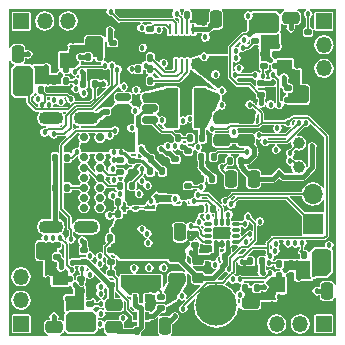
<source format=gbr>
%TF.GenerationSoftware,KiCad,Pcbnew,7.0.6*%
%TF.CreationDate,2023-07-24T08:09:00-07:00*%
%TF.ProjectId,minidrone,6d696e69-6472-46f6-9e65-2e6b69636164,rev?*%
%TF.SameCoordinates,Original*%
%TF.FileFunction,Copper,L4,Bot*%
%TF.FilePolarity,Positive*%
%FSLAX46Y46*%
G04 Gerber Fmt 4.6, Leading zero omitted, Abs format (unit mm)*
G04 Created by KiCad (PCBNEW 7.0.6) date 2023-07-24 08:09:00*
%MOMM*%
%LPD*%
G01*
G04 APERTURE LIST*
G04 Aperture macros list*
%AMRoundRect*
0 Rectangle with rounded corners*
0 $1 Rounding radius*
0 $2 $3 $4 $5 $6 $7 $8 $9 X,Y pos of 4 corners*
0 Add a 4 corners polygon primitive as box body*
4,1,4,$2,$3,$4,$5,$6,$7,$8,$9,$2,$3,0*
0 Add four circle primitives for the rounded corners*
1,1,$1+$1,$2,$3*
1,1,$1+$1,$4,$5*
1,1,$1+$1,$6,$7*
1,1,$1+$1,$8,$9*
0 Add four rect primitives between the rounded corners*
20,1,$1+$1,$2,$3,$4,$5,0*
20,1,$1+$1,$4,$5,$6,$7,0*
20,1,$1+$1,$6,$7,$8,$9,0*
20,1,$1+$1,$8,$9,$2,$3,0*%
G04 Aperture macros list end*
%TA.AperFunction,SMDPad,CuDef*%
%ADD10C,1.000000*%
%TD*%
%TA.AperFunction,ComponentPad*%
%ADD11C,3.500000*%
%TD*%
%TA.AperFunction,SMDPad,CuDef*%
%ADD12R,3.400000X0.980000*%
%TD*%
%TA.AperFunction,SMDPad,CuDef*%
%ADD13RoundRect,0.087500X0.225000X0.087500X-0.225000X0.087500X-0.225000X-0.087500X0.225000X-0.087500X0*%
%TD*%
%TA.AperFunction,SMDPad,CuDef*%
%ADD14RoundRect,0.087500X0.087500X0.225000X-0.087500X0.225000X-0.087500X-0.225000X0.087500X-0.225000X0*%
%TD*%
%TA.AperFunction,SMDPad,CuDef*%
%ADD15R,0.280000X0.850000*%
%TD*%
%TA.AperFunction,SMDPad,CuDef*%
%ADD16R,2.400000X1.650000*%
%TD*%
%TA.AperFunction,SMDPad,CuDef*%
%ADD17R,0.700000X0.280000*%
%TD*%
%TA.AperFunction,SMDPad,CuDef*%
%ADD18RoundRect,0.150000X0.512500X0.150000X-0.512500X0.150000X-0.512500X-0.150000X0.512500X-0.150000X0*%
%TD*%
%TA.AperFunction,SMDPad,CuDef*%
%ADD19R,0.340000X0.700000*%
%TD*%
%TA.AperFunction,SMDPad,CuDef*%
%ADD20RoundRect,0.135000X0.135000X0.185000X-0.135000X0.185000X-0.135000X-0.185000X0.135000X-0.185000X0*%
%TD*%
%TA.AperFunction,SMDPad,CuDef*%
%ADD21RoundRect,0.135000X-0.135000X-0.185000X0.135000X-0.185000X0.135000X0.185000X-0.135000X0.185000X0*%
%TD*%
%TA.AperFunction,SMDPad,CuDef*%
%ADD22RoundRect,0.135000X-0.185000X0.135000X-0.185000X-0.135000X0.185000X-0.135000X0.185000X0.135000X0*%
%TD*%
%TA.AperFunction,SMDPad,CuDef*%
%ADD23RoundRect,0.135000X0.185000X-0.135000X0.185000X0.135000X-0.185000X0.135000X-0.185000X-0.135000X0*%
%TD*%
%TA.AperFunction,SMDPad,CuDef*%
%ADD24R,0.980000X3.400000*%
%TD*%
%TA.AperFunction,ComponentPad*%
%ADD25R,1.700000X1.700000*%
%TD*%
%TA.AperFunction,ComponentPad*%
%ADD26O,1.700000X1.700000*%
%TD*%
%TA.AperFunction,ComponentPad*%
%ADD27O,2.100000X1.100000*%
%TD*%
%TA.AperFunction,ComponentPad*%
%ADD28C,0.700000*%
%TD*%
%TA.AperFunction,ComponentPad*%
%ADD29R,1.350000X1.350000*%
%TD*%
%TA.AperFunction,ComponentPad*%
%ADD30O,1.350000X1.350000*%
%TD*%
%TA.AperFunction,SMDPad,CuDef*%
%ADD31RoundRect,0.112500X0.187500X0.112500X-0.187500X0.112500X-0.187500X-0.112500X0.187500X-0.112500X0*%
%TD*%
%TA.AperFunction,SMDPad,CuDef*%
%ADD32RoundRect,0.140000X-0.170000X0.140000X-0.170000X-0.140000X0.170000X-0.140000X0.170000X0.140000X0*%
%TD*%
%TA.AperFunction,SMDPad,CuDef*%
%ADD33RoundRect,0.225000X0.250000X-0.225000X0.250000X0.225000X-0.250000X0.225000X-0.250000X-0.225000X0*%
%TD*%
%TA.AperFunction,SMDPad,CuDef*%
%ADD34RoundRect,0.140000X0.140000X0.170000X-0.140000X0.170000X-0.140000X-0.170000X0.140000X-0.170000X0*%
%TD*%
%TA.AperFunction,SMDPad,CuDef*%
%ADD35RoundRect,0.250000X-0.250000X-0.475000X0.250000X-0.475000X0.250000X0.475000X-0.250000X0.475000X0*%
%TD*%
%TA.AperFunction,SMDPad,CuDef*%
%ADD36RoundRect,0.250000X0.475000X-0.250000X0.475000X0.250000X-0.475000X0.250000X-0.475000X-0.250000X0*%
%TD*%
%TA.AperFunction,SMDPad,CuDef*%
%ADD37RoundRect,0.250000X-0.475000X0.250000X-0.475000X-0.250000X0.475000X-0.250000X0.475000X0.250000X0*%
%TD*%
%TA.AperFunction,SMDPad,CuDef*%
%ADD38RoundRect,0.140000X0.170000X-0.140000X0.170000X0.140000X-0.170000X0.140000X-0.170000X-0.140000X0*%
%TD*%
%TA.AperFunction,SMDPad,CuDef*%
%ADD39RoundRect,0.140000X-0.140000X-0.170000X0.140000X-0.170000X0.140000X0.170000X-0.140000X0.170000X0*%
%TD*%
%TA.AperFunction,SMDPad,CuDef*%
%ADD40RoundRect,0.225000X-0.225000X-0.250000X0.225000X-0.250000X0.225000X0.250000X-0.225000X0.250000X0*%
%TD*%
%TA.AperFunction,SMDPad,CuDef*%
%ADD41RoundRect,0.250000X0.250000X0.475000X-0.250000X0.475000X-0.250000X-0.475000X0.250000X-0.475000X0*%
%TD*%
%TA.AperFunction,SMDPad,CuDef*%
%ADD42RoundRect,0.225000X0.225000X0.250000X-0.225000X0.250000X-0.225000X-0.250000X0.225000X-0.250000X0*%
%TD*%
%TA.AperFunction,SMDPad,CuDef*%
%ADD43RoundRect,0.225000X-0.250000X0.225000X-0.250000X-0.225000X0.250000X-0.225000X0.250000X0.225000X0*%
%TD*%
%TA.AperFunction,ViaPad*%
%ADD44C,0.457200*%
%TD*%
%TA.AperFunction,Conductor*%
%ADD45C,0.254000*%
%TD*%
%TA.AperFunction,Conductor*%
%ADD46C,0.127000*%
%TD*%
%TA.AperFunction,Conductor*%
%ADD47C,0.406400*%
%TD*%
G04 APERTURE END LIST*
D10*
%TO.P,TP2,1,1*%
%TO.N,Net-(U2-SWD)*%
X157654900Y-64671800D03*
%TD*%
D11*
%TO.P,REF\u002A\u002A,1*%
%TO.N,N/C*%
X150685800Y-78412600D03*
%TD*%
D12*
%TO.P,L2,1*%
%TO.N,Net-(U10-SW)*%
X144311900Y-76381800D03*
%TO.P,L2,2*%
%TO.N,VCC*%
X144311900Y-74011800D03*
%TD*%
D13*
%TO.P,U14,1,SDO*%
%TO.N,/IMU_SDO*%
X152320900Y-71529800D03*
%TO.P,U14,2,RESV*%
%TO.N,unconnected-(U14-RESV-Pad2)*%
X152320900Y-72029800D03*
%TO.P,U14,3,RESV*%
%TO.N,unconnected-(U14-RESV-Pad3)*%
X152320900Y-72529800D03*
%TO.P,U14,4,INT1*%
%TO.N,/IMU_INT1*%
X152320900Y-73029800D03*
D14*
%TO.P,U14,5,VDDIO*%
%TO.N,VCC*%
X151658400Y-73192300D03*
%TO.P,U14,6,GND*%
%TO.N,GNDA*%
X151158400Y-73192300D03*
%TO.P,U14,7,FSYNC*%
X150658400Y-73192300D03*
D13*
%TO.P,U14,8,VDD*%
%TO.N,VCC*%
X149995900Y-73029800D03*
%TO.P,U14,9,INT2*%
%TO.N,/IMU_INT2*%
X149995900Y-72529800D03*
%TO.P,U14,10,RESV*%
%TO.N,unconnected-(U14-RESV-Pad10)*%
X149995900Y-72029800D03*
%TO.P,U14,11,RESV*%
%TO.N,unconnected-(U14-RESV-Pad11)*%
X149995900Y-71529800D03*
D14*
%TO.P,U14,12,CS*%
%TO.N,/IMU_CS_N*%
X150658400Y-71367300D03*
%TO.P,U14,13,SCLK*%
%TO.N,/IMU_SCLK*%
X151158400Y-71367300D03*
%TO.P,U14,14,SDI*%
%TO.N,/IMU_SDI*%
X151658400Y-71367300D03*
%TD*%
D15*
%TO.P,U12,1,IN*%
%TO.N,Net-(D1-K)*%
X148741300Y-57966200D03*
%TO.P,U12,2,ISET*%
%TO.N,Net-(U12-ISET)*%
X148241300Y-57966200D03*
%TO.P,U12,3,CE_N*%
%TO.N,/CE_N*%
X147741300Y-57966200D03*
%TO.P,U12,4,TS*%
%TO.N,Net-(U12-TS)*%
X147241300Y-57966200D03*
%TO.P,U12,5,GND*%
%TO.N,Earth*%
X146741300Y-57966200D03*
%TO.P,U12,6,CHM_TMR*%
%TO.N,Net-(U12-CHM_TMR)*%
X146741300Y-55016200D03*
%TO.P,U12,7,STAT1*%
%TO.N,Net-(D4-A)*%
X147241300Y-55016200D03*
%TO.P,U12,8,STAT2*%
%TO.N,Net-(D3-A)*%
X147741300Y-55016200D03*
%TO.P,U12,9,VSET*%
%TO.N,Net-(U12-VSET)*%
X148241300Y-55016200D03*
%TO.P,U12,10,OUT*%
%TO.N,+BATT*%
X148741300Y-55016200D03*
D16*
%TO.P,U12,11,EP*%
%TO.N,Earth*%
X147741300Y-56491200D03*
D17*
X146191300Y-56741200D03*
X149291300Y-56741200D03*
X146191300Y-56241200D03*
X149291300Y-56241200D03*
%TD*%
D18*
%TO.P,U11,6,FREQ*%
%TO.N,unconnected-(U11-FREQ-Pad6)*%
X142776400Y-60772200D03*
%TO.P,U11,5,VIN*%
%TO.N,VBUS*%
X142776400Y-61722200D03*
%TO.P,U11,4,EN*%
X142776400Y-62672200D03*
%TO.P,U11,3,FB*%
%TO.N,Net-(U11-FB)*%
X145051400Y-62672200D03*
%TO.P,U11,2,GND*%
%TO.N,GNDA*%
X145051400Y-61722200D03*
%TO.P,U11,1,SW*%
%TO.N,Net-(U11-SW)*%
X145051400Y-60772200D03*
%TD*%
D19*
%TO.P,U10,1,VIN*%
%TO.N,+BATT*%
X143811900Y-77821800D03*
%TO.P,U10,2,SW*%
%TO.N,Net-(U10-SW)*%
X144311900Y-77821800D03*
%TO.P,U10,3,GND*%
%TO.N,GNDA*%
X144811900Y-77821800D03*
%TO.P,U10,4,BST*%
%TO.N,Net-(U10-BST)*%
X144811900Y-79321800D03*
%TO.P,U10,5,EN*%
%TO.N,+BATT*%
X144311900Y-79321800D03*
%TO.P,U10,6,FB*%
%TO.N,Net-(U10-FB)*%
X143811900Y-79321800D03*
%TD*%
D10*
%TO.P,TP1,1,1*%
%TO.N,Net-(U2-SWCLK)*%
X157654900Y-66703800D03*
%TD*%
D20*
%TO.P,R35,2*%
%TO.N,Earth*%
X144079700Y-57442100D03*
%TO.P,R35,1*%
%TO.N,Net-(U12-TS)*%
X145099700Y-57442100D03*
%TD*%
D21*
%TO.P,R33,1*%
%TO.N,VCC*%
X149427200Y-65830100D03*
%TO.P,R33,2*%
%TO.N,Net-(U2-RUN)*%
X150447200Y-65830100D03*
%TD*%
D22*
%TO.P,R32,2*%
%TO.N,Earth*%
X141899300Y-57192100D03*
%TO.P,R32,1*%
%TO.N,Net-(D4-K)*%
X141899300Y-56172100D03*
%TD*%
%TO.P,R31,2*%
%TO.N,Earth*%
X158451200Y-56289600D03*
%TO.P,R31,1*%
%TO.N,Net-(D3-K)*%
X158451200Y-55269600D03*
%TD*%
D23*
%TO.P,R29,1*%
%TO.N,Net-(U2-TESTEN)*%
X148313600Y-68277400D03*
%TO.P,R29,2*%
%TO.N,GNDA*%
X148313600Y-67257400D03*
%TD*%
D21*
%TO.P,R25,1*%
%TO.N,VCC*%
X149376400Y-70224300D03*
%TO.P,R25,2*%
%TO.N,/IMU_CS_N*%
X150396400Y-70224300D03*
%TD*%
%TO.P,R23,1*%
%TO.N,/QSPI_CS*%
X142377000Y-70661000D03*
%TO.P,R23,2*%
%TO.N,VCC*%
X143397000Y-70661000D03*
%TD*%
D20*
%TO.P,R22,1*%
%TO.N,GNDA*%
X143397000Y-69645000D03*
%TO.P,R22,2*%
%TO.N,/QSPI_CS*%
X142377000Y-69645000D03*
%TD*%
D23*
%TO.P,R21,1*%
%TO.N,Earth*%
X146978900Y-78714800D03*
%TO.P,R21,2*%
%TO.N,GNDA*%
X146978900Y-77694800D03*
%TD*%
D20*
%TO.P,R20,2*%
%TO.N,VCC*%
X144079700Y-58407300D03*
%TO.P,R20,1*%
%TO.N,/CE_N*%
X145099700Y-58407300D03*
%TD*%
D23*
%TO.P,R19,1*%
%TO.N,Earth*%
X145040000Y-56039600D03*
%TO.P,R19,2*%
%TO.N,Net-(U12-CHM_TMR)*%
X145040000Y-55019600D03*
%TD*%
D21*
%TO.P,R18,2*%
%TO.N,Net-(U12-ISET)*%
X145099700Y-59372500D03*
%TO.P,R18,1*%
%TO.N,Earth*%
X144079700Y-59372500D03*
%TD*%
D20*
%TO.P,R17,1*%
%TO.N,Earth*%
X149261300Y-53847800D03*
%TO.P,R17,2*%
%TO.N,Net-(U12-VSET)*%
X148241300Y-53847800D03*
%TD*%
%TO.P,R16,2*%
%TO.N,GNDA*%
X146449900Y-64262200D03*
%TO.P,R16,1*%
%TO.N,Net-(U11-FB)*%
X147469900Y-64262200D03*
%TD*%
%TO.P,R15,2*%
%TO.N,Net-(U11-FB)*%
X148481900Y-64262200D03*
%TO.P,R15,1*%
%TO.N,Net-(D1-A)*%
X149501900Y-64262200D03*
%TD*%
%TO.P,R12,1*%
%TO.N,/MC4_CS_N*%
X135804800Y-60150800D03*
%TO.P,R12,2*%
%TO.N,/Motor Controller 4/AVDD*%
X134784800Y-60150800D03*
%TD*%
D22*
%TO.P,R11,2*%
%TO.N,/Motor Controller 3/AVDD*%
X139960400Y-79346400D03*
%TO.P,R11,1*%
%TO.N,/MC3_CS_N*%
X139960400Y-78326400D03*
%TD*%
D21*
%TO.P,R10,1*%
%TO.N,/MC2_CS_N*%
X158136000Y-74170800D03*
%TO.P,R10,2*%
%TO.N,/Motor Controller 2/AVDD*%
X159156000Y-74170800D03*
%TD*%
D23*
%TO.P,R9,2*%
%TO.N,/Motor Controller 1/AVDD*%
X153980400Y-54975200D03*
%TO.P,R9,1*%
%TO.N,/MC1_CS_N*%
X153980400Y-55995200D03*
%TD*%
D20*
%TO.P,R8,1*%
%TO.N,Net-(J5-CC2)*%
X138063000Y-68435800D03*
%TO.P,R8,2*%
%TO.N,GNDA*%
X137043000Y-68435800D03*
%TD*%
%TO.P,R7,1*%
%TO.N,Net-(J5-CC1)*%
X138063000Y-65895800D03*
%TO.P,R7,2*%
%TO.N,GNDA*%
X137043000Y-65895800D03*
%TD*%
D21*
%TO.P,R6,1*%
%TO.N,Net-(J5-D--PadA7)*%
X142512900Y-68293900D03*
%TO.P,R6,2*%
%TO.N,Net-(U2-USB_DM)*%
X143532900Y-68293900D03*
%TD*%
D23*
%TO.P,R5,1*%
%TO.N,Net-(J5-D+-PadA6)*%
X142568000Y-67155600D03*
%TO.P,R5,2*%
%TO.N,Net-(U2-USB_DP)*%
X142568000Y-66135600D03*
%TD*%
D22*
%TO.P,R4,1*%
%TO.N,VCC*%
X141771900Y-73753800D03*
%TO.P,R4,2*%
%TO.N,Net-(U10-FB)*%
X141771900Y-74773800D03*
%TD*%
%TO.P,R3,1*%
%TO.N,Net-(U10-FB)*%
X141771900Y-75658800D03*
%TO.P,R3,2*%
%TO.N,GNDA*%
X141771900Y-76678800D03*
%TD*%
D24*
%TO.P,L1,1*%
%TO.N,Net-(U11-SW)*%
X146961900Y-61722200D03*
%TO.P,L1,2*%
%TO.N,Net-(D1-A)*%
X149331900Y-61722200D03*
%TD*%
D25*
%TO.P,J7,1,Pin_1*%
%TO.N,/UART0_TX*%
X158874500Y-71506200D03*
D26*
%TO.P,J7,2,Pin_2*%
%TO.N,/UART0_RX*%
X158874500Y-68966200D03*
%TD*%
D27*
%TO.P,J5,S1,SHIELD*%
%TO.N,GNDA*%
X136685400Y-71760800D03*
X139685400Y-71760800D03*
X136685400Y-62560800D03*
X139685400Y-62560800D03*
D28*
%TO.P,J5,B12,GND*%
X139485400Y-64185800D03*
%TO.P,J5,B9,VBUS*%
%TO.N,VBUS*%
X139485400Y-65035800D03*
%TO.P,J5,B8,SBU2*%
%TO.N,unconnected-(J5-SBU2-PadB8)*%
X139485400Y-65885800D03*
%TO.P,J5,B7,D-*%
%TO.N,Net-(J5-D--PadA7)*%
X139485400Y-66735800D03*
%TO.P,J5,B6,D+*%
%TO.N,Net-(J5-D+-PadA6)*%
X139485400Y-67585800D03*
%TO.P,J5,B5,CC2*%
%TO.N,Net-(J5-CC2)*%
X139485400Y-68435800D03*
%TO.P,J5,B4,VBUS*%
%TO.N,VBUS*%
X139485400Y-69285800D03*
%TO.P,J5,B1,GND*%
%TO.N,GNDA*%
X139485400Y-70135800D03*
%TO.P,J5,A12,GND*%
X140835400Y-70135800D03*
%TO.P,J5,A9,VBUS*%
%TO.N,VBUS*%
X140835400Y-69285800D03*
%TO.P,J5,A8,SBU1*%
%TO.N,unconnected-(J5-SBU1-PadA8)*%
X140835400Y-68435800D03*
%TO.P,J5,A7,D-*%
%TO.N,Net-(J5-D--PadA7)*%
X140835400Y-67585800D03*
%TO.P,J5,A6,D+*%
%TO.N,Net-(J5-D+-PadA6)*%
X140835400Y-66735800D03*
%TO.P,J5,A5,CC1*%
%TO.N,Net-(J5-CC1)*%
X140835400Y-65885800D03*
%TO.P,J5,A4,VBUS*%
%TO.N,VBUS*%
X140835400Y-65035800D03*
%TO.P,J5,A1,GND*%
%TO.N,GNDA*%
X140835400Y-64185800D03*
%TD*%
D29*
%TO.P,J4,1,Pin_1*%
%TO.N,Net-(J4-Pin_1)*%
X134150400Y-54340800D03*
D30*
%TO.P,J4,2,Pin_2*%
%TO.N,Net-(J4-Pin_2)*%
X136150400Y-54340800D03*
%TO.P,J4,3,Pin_3*%
%TO.N,Net-(J4-Pin_3)*%
X138150400Y-54340800D03*
%TD*%
%TO.P,J3,3,Pin_3*%
%TO.N,Net-(J3-Pin_3)*%
X134150400Y-75980800D03*
%TO.P,J3,2,Pin_2*%
%TO.N,Net-(J3-Pin_2)*%
X134150400Y-77980800D03*
D29*
%TO.P,J3,1,Pin_1*%
%TO.N,Net-(J3-Pin_1)*%
X134150400Y-79980800D03*
%TD*%
%TO.P,J2,1,Pin_1*%
%TO.N,Net-(J2-Pin_1)*%
X159790400Y-79980800D03*
D30*
%TO.P,J2,2,Pin_2*%
%TO.N,Net-(J2-Pin_2)*%
X157790400Y-79980800D03*
%TO.P,J2,3,Pin_3*%
%TO.N,Net-(J2-Pin_3)*%
X155790400Y-79980800D03*
%TD*%
%TO.P,J1,3,Pin_3*%
%TO.N,Net-(J1-Pin_3)*%
X159790400Y-58340800D03*
%TO.P,J1,2,Pin_2*%
%TO.N,Net-(J1-Pin_2)*%
X159790400Y-56340800D03*
D29*
%TO.P,J1,1,Pin_1*%
%TO.N,Net-(J1-Pin_1)*%
X159790400Y-54340800D03*
%TD*%
D20*
%TO.P,FB1,1*%
%TO.N,VCC*%
X146106800Y-67049300D03*
%TO.P,FB1,2*%
%TO.N,Net-(U2-ADC_AVDD)*%
X145086800Y-67049300D03*
%TD*%
D31*
%TO.P,D1,2,A*%
%TO.N,Net-(D1-A)*%
X150695700Y-60731600D03*
%TO.P,D1,1,K*%
%TO.N,Net-(D1-K)*%
X152795700Y-60731600D03*
%TD*%
D32*
%TO.P,C61,1*%
%TO.N,VCC*%
X148872400Y-72360500D03*
%TO.P,C61,2*%
%TO.N,GNDA*%
X148872400Y-73320500D03*
%TD*%
D33*
%TO.P,C60,1*%
%TO.N,VCC*%
X149126400Y-76079300D03*
%TO.P,C60,2*%
%TO.N,GNDA*%
X149126400Y-74529300D03*
%TD*%
D34*
%TO.P,C59,1*%
%TO.N,VCC*%
X151384400Y-74288300D03*
%TO.P,C59,2*%
%TO.N,GNDA*%
X150424400Y-74288300D03*
%TD*%
D35*
%TO.P,C55,1*%
%TO.N,+BATT*%
X150652900Y-54203400D03*
%TO.P,C55,2*%
%TO.N,Earth*%
X152552900Y-54203400D03*
%TD*%
D36*
%TO.P,C54,2*%
%TO.N,Earth*%
X150890900Y-55968900D03*
%TO.P,C54,1*%
%TO.N,Net-(D1-K)*%
X150890900Y-57868900D03*
%TD*%
D37*
%TO.P,C53,2*%
%TO.N,GNDA*%
X153176700Y-64414600D03*
%TO.P,C53,1*%
%TO.N,Net-(D1-K)*%
X153176700Y-62514600D03*
%TD*%
%TO.P,C52,2*%
%TO.N,GNDA*%
X151144700Y-64414600D03*
%TO.P,C52,1*%
%TO.N,Net-(D1-K)*%
X151144700Y-62514600D03*
%TD*%
D38*
%TO.P,C51,2*%
%TO.N,GNDA*%
X141348500Y-62001600D03*
%TO.P,C51,1*%
%TO.N,VBUS*%
X141348500Y-62961600D03*
%TD*%
D35*
%TO.P,C50,1*%
%TO.N,VBUS*%
X143278900Y-64516200D03*
%TO.P,C50,2*%
%TO.N,GNDA*%
X145178900Y-64516200D03*
%TD*%
D36*
%TO.P,C49,1*%
%TO.N,VCC*%
X146343900Y-70313600D03*
%TO.P,C49,2*%
%TO.N,GNDA*%
X146343900Y-68413600D03*
%TD*%
D32*
%TO.P,C48,1*%
%TO.N,Net-(U2-ADC_AVDD)*%
X143533200Y-66144800D03*
%TO.P,C48,2*%
%TO.N,GNDA*%
X143533200Y-67104800D03*
%TD*%
D34*
%TO.P,C47,1*%
%TO.N,VCC*%
X150323200Y-67668800D03*
%TO.P,C47,2*%
%TO.N,GNDA*%
X149363200Y-67668800D03*
%TD*%
D39*
%TO.P,C46,1*%
%TO.N,VCC*%
X145124700Y-66046400D03*
%TO.P,C46,2*%
%TO.N,GNDA*%
X146084700Y-66046400D03*
%TD*%
D32*
%TO.P,C45,1*%
%TO.N,VCC*%
X148313600Y-65322100D03*
%TO.P,C45,2*%
%TO.N,GNDA*%
X148313600Y-66282100D03*
%TD*%
D38*
%TO.P,C44,1*%
%TO.N,VCC*%
X144370400Y-70598300D03*
%TO.P,C44,2*%
%TO.N,GNDA*%
X144370400Y-69638300D03*
%TD*%
D39*
%TO.P,C43,1*%
%TO.N,+1V1*%
X151804900Y-66179800D03*
%TO.P,C43,2*%
%TO.N,GNDA*%
X152764900Y-66179800D03*
%TD*%
D32*
%TO.P,C42,1*%
%TO.N,+1V1*%
X147224400Y-66048400D03*
%TO.P,C42,2*%
%TO.N,GNDA*%
X147224400Y-67008400D03*
%TD*%
D38*
%TO.P,C41,1*%
%TO.N,VCC*%
X147970400Y-70186700D03*
%TO.P,C41,2*%
%TO.N,GNDA*%
X147970400Y-69226700D03*
%TD*%
D35*
%TO.P,C40,1*%
%TO.N,+1V1*%
X151931900Y-67703800D03*
%TO.P,C40,2*%
%TO.N,GNDA*%
X153831900Y-67703800D03*
%TD*%
%TO.P,C39,1*%
%TO.N,VCC*%
X145713900Y-72233800D03*
%TO.P,C39,2*%
%TO.N,GNDA*%
X147613900Y-72233800D03*
%TD*%
D37*
%TO.P,C38,1*%
%TO.N,VCC*%
X147359900Y-74265800D03*
%TO.P,C38,2*%
%TO.N,GNDA*%
X147359900Y-76165800D03*
%TD*%
D34*
%TO.P,C37,1*%
%TO.N,VCC*%
X142660900Y-72741800D03*
%TO.P,C37,2*%
%TO.N,Net-(U10-FB)*%
X141700900Y-72741800D03*
%TD*%
D35*
%TO.P,C36,1*%
%TO.N,+BATT*%
X146343900Y-80149800D03*
%TO.P,C36,2*%
%TO.N,Earth*%
X148243900Y-80149800D03*
%TD*%
D39*
%TO.P,C35,2*%
%TO.N,Earth*%
X144890900Y-80615800D03*
%TO.P,C35,1*%
%TO.N,+BATT*%
X143930900Y-80615800D03*
%TD*%
D36*
%TO.P,C34,1*%
%TO.N,+BATT*%
X142025900Y-80276800D03*
%TO.P,C34,2*%
%TO.N,GNDA*%
X142025900Y-78376800D03*
%TD*%
D38*
%TO.P,C33,1*%
%TO.N,Net-(U10-BST)*%
X145962900Y-78654800D03*
%TO.P,C33,2*%
%TO.N,Net-(U10-SW)*%
X145962900Y-77694800D03*
%TD*%
D34*
%TO.P,C32,1*%
%TO.N,+BATT*%
X137928400Y-58404800D03*
%TO.P,C32,2*%
%TO.N,Earth*%
X136968400Y-58404800D03*
%TD*%
%TO.P,C31,1*%
%TO.N,+BATT*%
X137928399Y-57388800D03*
%TO.P,C31,2*%
%TO.N,Earth*%
X136968399Y-57388800D03*
%TD*%
D36*
%TO.P,C30,1*%
%TO.N,+BATT*%
X140341400Y-56118800D03*
%TO.P,C30,2*%
%TO.N,Earth*%
X140341400Y-54218800D03*
%TD*%
D35*
%TO.P,C29,1*%
%TO.N,+BATT*%
X133864400Y-57134801D03*
%TO.P,C29,2*%
%TO.N,Earth*%
X135764400Y-57134801D03*
%TD*%
D40*
%TO.P,C28,1*%
%TO.N,/Motor Controller 4/AVDD*%
X134245400Y-58912800D03*
%TO.P,C28,2*%
%TO.N,GNDA*%
X135795400Y-58912800D03*
%TD*%
D34*
%TO.P,C27,1*%
%TO.N,+BATT*%
X140793400Y-57388800D03*
%TO.P,C27,2*%
%TO.N,Net-(U9-CP)*%
X139833400Y-57388800D03*
%TD*%
%TO.P,C26,1*%
%TO.N,Net-(U9-CSAREF)*%
X137928400Y-59420800D03*
%TO.P,C26,2*%
%TO.N,GNDA*%
X136968400Y-59420800D03*
%TD*%
%TO.P,C25,1*%
%TO.N,/Motor Controller 4/AVDD*%
X140376800Y-59642799D03*
%TO.P,C25,2*%
%TO.N,GNDA*%
X139416800Y-59642799D03*
%TD*%
D32*
%TO.P,C24,2*%
%TO.N,Earth*%
X138214400Y-77162800D03*
%TO.P,C24,1*%
%TO.N,+BATT*%
X138214400Y-76202800D03*
%TD*%
%TO.P,C23,2*%
%TO.N,Earth*%
X137198400Y-77162801D03*
%TO.P,C23,1*%
%TO.N,+BATT*%
X137198400Y-76202801D03*
%TD*%
D41*
%TO.P,C22,2*%
%TO.N,Earth*%
X134028400Y-73789800D03*
%TO.P,C22,1*%
%TO.N,+BATT*%
X135928400Y-73789800D03*
%TD*%
D36*
%TO.P,C21,2*%
%TO.N,Earth*%
X136944401Y-78366800D03*
%TO.P,C21,1*%
%TO.N,+BATT*%
X136944401Y-80266800D03*
%TD*%
D33*
%TO.P,C20,2*%
%TO.N,GNDA*%
X138722400Y-78335800D03*
%TO.P,C20,1*%
%TO.N,/Motor Controller 3/AVDD*%
X138722400Y-79885800D03*
%TD*%
D32*
%TO.P,C19,2*%
%TO.N,Net-(U7-CP)*%
X137198400Y-74297800D03*
%TO.P,C19,1*%
%TO.N,+BATT*%
X137198400Y-73337800D03*
%TD*%
%TO.P,C18,2*%
%TO.N,GNDA*%
X139230400Y-77162800D03*
%TO.P,C18,1*%
%TO.N,Net-(U7-CSAREF)*%
X139230400Y-76202800D03*
%TD*%
%TO.P,C17,2*%
%TO.N,GNDA*%
X139452399Y-74714400D03*
%TO.P,C17,1*%
%TO.N,/Motor Controller 3/AVDD*%
X139452399Y-73754400D03*
%TD*%
D39*
%TO.P,C16,1*%
%TO.N,+BATT*%
X156012400Y-75916800D03*
%TO.P,C16,2*%
%TO.N,Earth*%
X156972400Y-75916800D03*
%TD*%
%TO.P,C15,1*%
%TO.N,+BATT*%
X156012401Y-76932800D03*
%TO.P,C15,2*%
%TO.N,Earth*%
X156972401Y-76932800D03*
%TD*%
D37*
%TO.P,C14,1*%
%TO.N,+BATT*%
X153599400Y-78202800D03*
%TO.P,C14,2*%
%TO.N,Earth*%
X153599400Y-80102800D03*
%TD*%
D41*
%TO.P,C13,1*%
%TO.N,+BATT*%
X160076400Y-77186799D03*
%TO.P,C13,2*%
%TO.N,Earth*%
X158176400Y-77186799D03*
%TD*%
D42*
%TO.P,C12,1*%
%TO.N,/Motor Controller 2/AVDD*%
X159695400Y-75408800D03*
%TO.P,C12,2*%
%TO.N,GNDA*%
X158145400Y-75408800D03*
%TD*%
D39*
%TO.P,C11,1*%
%TO.N,+BATT*%
X153147400Y-76932800D03*
%TO.P,C11,2*%
%TO.N,Net-(U5-CP)*%
X154107400Y-76932800D03*
%TD*%
%TO.P,C10,1*%
%TO.N,Net-(U5-CSAREF)*%
X156012400Y-74900800D03*
%TO.P,C10,2*%
%TO.N,GNDA*%
X156972400Y-74900800D03*
%TD*%
%TO.P,C9,1*%
%TO.N,/Motor Controller 2/AVDD*%
X153564000Y-74678801D03*
%TO.P,C9,2*%
%TO.N,GNDA*%
X154524000Y-74678801D03*
%TD*%
D38*
%TO.P,C8,2*%
%TO.N,GNDA*%
X154488400Y-59607200D03*
%TO.P,C8,1*%
%TO.N,/Motor Controller 1/AVDD*%
X154488400Y-60567200D03*
%TD*%
%TO.P,C7,2*%
%TO.N,GNDA*%
X154710400Y-57158800D03*
%TO.P,C7,1*%
%TO.N,Net-(U1-CSAREF)*%
X154710400Y-58118800D03*
%TD*%
%TO.P,C6,2*%
%TO.N,Net-(U1-CP)*%
X156742400Y-60023800D03*
%TO.P,C6,1*%
%TO.N,+BATT*%
X156742400Y-60983800D03*
%TD*%
D43*
%TO.P,C5,2*%
%TO.N,GNDA*%
X155218400Y-55985800D03*
%TO.P,C5,1*%
%TO.N,/Motor Controller 1/AVDD*%
X155218400Y-54435800D03*
%TD*%
D38*
%TO.P,C4,2*%
%TO.N,Earth*%
X155726400Y-57158800D03*
%TO.P,C4,1*%
%TO.N,+BATT*%
X155726400Y-58118800D03*
%TD*%
D35*
%TO.P,C3,2*%
%TO.N,Earth*%
X159912400Y-60531800D03*
%TO.P,C3,1*%
%TO.N,+BATT*%
X158012400Y-60531800D03*
%TD*%
D38*
%TO.P,C2,2*%
%TO.N,Earth*%
X156742400Y-57158800D03*
%TO.P,C2,1*%
%TO.N,+BATT*%
X156742400Y-58118800D03*
%TD*%
D37*
%TO.P,C1,1*%
%TO.N,+BATT*%
X156996400Y-54054800D03*
%TO.P,C1,2*%
%TO.N,Earth*%
X156996400Y-55954800D03*
%TD*%
D44*
%TO.N,/FAULT_N*%
X153517600Y-61417200D03*
%TO.N,+BATT*%
X140919200Y-79110306D03*
%TO.N,Earth*%
X144983200Y-80060800D03*
X147320000Y-80162400D03*
%TO.N,Net-(J5-CC1)*%
X138863500Y-65430400D03*
%TO.N,Net-(U2-RUN)*%
X153289497Y-65430400D03*
%TO.N,/Motor Controller 1/AVDD*%
X153451008Y-55471442D03*
%TO.N,GNDA*%
X153873200Y-65430400D03*
%TO.N,+BATT*%
X146227394Y-57927003D03*
X144424400Y-56591200D03*
X144364900Y-54914800D03*
X145796000Y-55079400D03*
%TO.N,/CE_N*%
X150622000Y-58877200D03*
%TO.N,Earth*%
X149561200Y-54460800D03*
X157504400Y-58118800D03*
X158139400Y-58753800D03*
X156012400Y-78329800D03*
X156012400Y-77694800D03*
X156647400Y-77694800D03*
X155377400Y-78329800D03*
X135801400Y-76202800D03*
X137928400Y-55991800D03*
X137293400Y-56626800D03*
X136436400Y-76202800D03*
X138563400Y-55991800D03*
X137928400Y-56626800D03*
X136436400Y-76837800D03*
X135801400Y-75567800D03*
X157504400Y-57483800D03*
X158139400Y-58118800D03*
X145040000Y-56696000D03*
X148443600Y-56645200D03*
X147741300Y-56491200D03*
X146868800Y-56492800D03*
%TO.N,Net-(D3-K)*%
X158455616Y-53751065D03*
%TO.N,Net-(D3-A)*%
X153408000Y-53902000D03*
X147326000Y-53698800D03*
%TO.N,GNDA*%
X158806800Y-64925600D03*
X146665600Y-66500400D03*
X147427600Y-68684800D03*
X147681600Y-66602000D03*
X145598800Y-67668800D03*
X147478400Y-68024400D03*
X146716400Y-67567200D03*
%TO.N,Net-(U2-ADC_AVDD)*%
X142583539Y-65453947D03*
%TO.N,+BATT*%
X147167600Y-79349600D03*
%TO.N,/MC2_CS_N*%
X152152000Y-63706400D03*
%TO.N,/MC4_CS_N*%
X138373443Y-60960000D03*
X142855600Y-59896400D03*
%TO.N,VCC*%
X155848200Y-63401600D03*
%TO.N,/MC3_SENSE*%
X142093600Y-63604800D03*
%TO.N,/PWM_SYNC*%
X141902138Y-69106882D03*
X141676230Y-64023400D03*
%TO.N,/SLEEP_N*%
X155758800Y-65230400D03*
X149662800Y-57356400D03*
X139458000Y-60461200D03*
%TO.N,/FAULT_N*%
X147884800Y-78692400D03*
%TO.N,/MC2_SENSE*%
X141992000Y-65454400D03*
X153371200Y-70920000D03*
%TO.N,GNDA*%
X147308706Y-71699294D03*
%TO.N,/FAULT_N*%
X152292200Y-58926000D03*
%TO.N,/MC1_CS_N*%
X149764400Y-55713400D03*
X151166333Y-60246962D03*
%TO.N,/SENSE_SEL_1*%
X154285600Y-64011200D03*
%TO.N,/SENSE_SEL_0*%
X154793600Y-64570000D03*
%TO.N,/SENSE_SEL_1*%
X136150000Y-63757200D03*
%TO.N,/SENSE_SEL_0*%
X136912000Y-63909600D03*
%TO.N,/PWM_SYNC*%
X153033200Y-55981600D03*
X140874400Y-80013200D03*
X147168345Y-64917802D03*
X160229200Y-73307600D03*
%TO.N,Net-(U13-IO1)*%
X142797562Y-79499902D03*
%TO.N,/SENSE_SEL_0*%
X142305788Y-58447874D03*
%TO.N,/SENSE_SEL_1*%
X141827932Y-58112669D03*
%TO.N,/SENSE_SEL_0*%
X136263518Y-72715716D03*
%TO.N,/SENSE_SEL_1*%
X136855623Y-72733825D03*
%TO.N,/MC3_SENSE*%
X138379200Y-72796400D03*
%TO.N,/SENSE_SEL_0*%
X152718100Y-77504395D03*
%TO.N,/SENSE_SEL_1*%
X152112723Y-76200314D03*
%TO.N,/MC2_SENSE*%
X151733400Y-75340610D03*
%TO.N,/MC2_CS_N*%
X157934503Y-73150000D03*
%TO.N,/MC_SDO*%
X157350800Y-73150000D03*
%TO.N,/MC_SDI*%
X156749355Y-73134765D03*
%TO.N,/MC_SCLK*%
X155696484Y-73224106D03*
%TO.N,/SLEEP_N*%
X155674400Y-73806948D03*
%TO.N,/FAULT_N*%
X155221717Y-74226048D03*
%TO.N,/MC_SCLK*%
X152603704Y-58326896D03*
%TO.N,/MC_SDI*%
X152361799Y-57493001D03*
%TO.N,/MC_SDO*%
X152358617Y-56897829D03*
%TO.N,/PWM_SYNC*%
X135554061Y-60957490D03*
%TO.N,/MC4_CS_N*%
X135932040Y-61401700D03*
%TO.N,/MC_SDO*%
X136515742Y-61400799D03*
%TO.N,/MC_SDI*%
X136969000Y-61008300D03*
%TO.N,/MC_SCLK*%
X137535743Y-61147982D03*
%TO.N,/FAULT_N*%
X138785600Y-60067484D03*
%TO.N,/MC3_CS_N*%
X140919200Y-78272606D03*
%TO.N,/MC_SDO*%
X140903144Y-77434906D03*
%TO.N,/MC_SDI*%
X140884695Y-76851495D03*
%TO.N,/MC_SCLK*%
X140840800Y-74894103D03*
%TO.N,/SLEEP_N*%
X140008300Y-74203837D03*
%TO.N,/FAULT_N*%
X139960000Y-75796800D03*
%TO.N,Net-(U13-IO2)*%
X147800400Y-77620400D03*
%TO.N,GNDA*%
X146978900Y-77061600D03*
%TO.N,Net-(U13-IO0)*%
X146225600Y-75232800D03*
%TO.N,Net-(U13-CLK)*%
X145006400Y-75232800D03*
%TO.N,Net-(U13-IO3)*%
X143736400Y-75283600D03*
%TO.N,VCC*%
X141907600Y-66850800D03*
%TO.N,/MC1_CS_N*%
X151153200Y-61466000D03*
%TO.N,VCC*%
X147749600Y-64971200D03*
%TO.N,Net-(U2-TESTEN)*%
X149426000Y-68374800D03*
%TO.N,Net-(U2-USB_DP)*%
X142009200Y-66139600D03*
%TO.N,Net-(U2-USB_DM)*%
X144379600Y-66856000D03*
%TO.N,VCC*%
X144342943Y-65142202D03*
%TO.N,/MC3_CS_N*%
X149121200Y-65022000D03*
%TO.N,/MC4_CS_N*%
X147834000Y-62792000D03*
%TO.N,/SENSE_SEL_0*%
X146557295Y-64936862D03*
%TO.N,/SENSE_SEL_1*%
X146106800Y-62741200D03*
%TO.N,VCC*%
X143510000Y-63398400D03*
%TO.N,/MC3_SENSE*%
X143833000Y-61909278D03*
%TO.N,/MC1_SENSE*%
X143922400Y-60201200D03*
%TO.N,/MC2_CS_N*%
X148443600Y-62588800D03*
%TO.N,/CE_N*%
X144690387Y-58104315D03*
%TO.N,Net-(U2-SWD)*%
X156927200Y-65535200D03*
%TO.N,Net-(U2-SWCLK)*%
X156927200Y-66195600D03*
%TO.N,VCC*%
X149510400Y-66754400D03*
%TO.N,+1V1*%
X151186800Y-66703600D03*
X146030600Y-65205000D03*
%TO.N,Net-(U13-IO3)*%
X142024499Y-67769900D03*
%TO.N,Net-(U13-CLK)*%
X144379600Y-67872000D03*
%TO.N,Net-(U13-IO0)*%
X144887600Y-68278400D03*
%TO.N,Net-(U13-IO2)*%
X144142800Y-68960800D03*
%TO.N,Net-(U13-IO1)*%
X142552288Y-68971558D03*
%TO.N,VCC*%
X144125600Y-71123200D03*
%TO.N,/MC_SDO*%
X144385944Y-71961296D03*
%TO.N,/BARO_INT*%
X145192400Y-69599200D03*
%TO.N,/MC_SCLK*%
X144830800Y-72339200D03*
%TO.N,/MC_SDI*%
X144915697Y-73131791D03*
%TO.N,/BARO_INT*%
X150597551Y-74952289D03*
%TO.N,/IMU_INT1*%
X153540100Y-72405600D03*
X147190100Y-69396200D03*
%TO.N,/IMU_SDI*%
X151711300Y-70726900D03*
%TO.N,/IMU_SDO*%
X153082900Y-71529800D03*
%TO.N,VCC*%
X147951200Y-69861800D03*
%TO.N,/IMU_INT2*%
X148510000Y-71715900D03*
%TO.N,/IMU_SDO*%
X149230172Y-71390783D03*
%TO.N,/IMU_SDI*%
X149983200Y-70903100D03*
%TO.N,/IMU_SCLK*%
X149170400Y-69023500D03*
%TO.N,/IMU_CS_N*%
X148770800Y-69584100D03*
%TO.N,VCC*%
X141947400Y-72034400D03*
%TO.N,/QSPI_CS*%
X141642600Y-70780995D03*
%TO.N,GNDA*%
X140846000Y-74257700D03*
%TO.N,/SENSE_SEL_0*%
X158270400Y-62934500D03*
%TO.N,/SENSE_SEL_1*%
X157660800Y-62934500D03*
%TO.N,/MC1_SENSE*%
X155273200Y-61410500D03*
%TO.N,/FAULT_N*%
X150294800Y-63442500D03*
X156746400Y-62934500D03*
X153998000Y-58926000D03*
%TO.N,GNDA*%
X148542200Y-73932700D03*
X153223700Y-73022100D03*
%TO.N,/UART0_TX*%
X151959000Y-69853644D03*
%TO.N,/UART0_RX*%
X151445623Y-69576827D03*
%TO.N,GNDA*%
X155966900Y-67180100D03*
X154366900Y-71310500D03*
X152969700Y-66789300D03*
%TO.N,+BATT*%
X150168031Y-54821080D03*
%TO.N,Net-(D4-K)*%
X141692100Y-55105300D03*
%TO.N,Net-(D4-A)*%
X141742900Y-53530500D03*
%TO.N,VCC*%
X143520900Y-58407300D03*
%TO.N,+BATT*%
X138563400Y-57261800D03*
X138563400Y-56626800D03*
X139198400Y-56626800D03*
%TO.N,Net-(U9-CP)*%
X139147200Y-57407200D03*
%TO.N,Net-(U8-S2)*%
X138720400Y-58626800D03*
%TO.N,GNDA*%
X139331400Y-58626800D03*
%TO.N,Net-(U9-CSAREF)*%
X138781769Y-59464476D03*
%TO.N,Net-(U8-S2)*%
X141244400Y-58126800D03*
%TO.N,GNDA*%
X136418400Y-59523800D03*
X136291400Y-58253800D03*
X137434400Y-58888800D03*
%TO.N,/Motor Controller 4/AVDD*%
X134149800Y-60150800D03*
X141117400Y-59626800D03*
%TO.N,+BATT*%
X134753400Y-57134800D03*
X137071400Y-75567800D03*
X136436400Y-75567800D03*
X136436400Y-74932800D03*
%TO.N,Net-(U7-CP)*%
X137517800Y-75192446D03*
%TO.N,Net-(U6-S2)*%
X138436400Y-75410800D03*
%TO.N,GNDA*%
X138436400Y-74799800D03*
%TO.N,Net-(U7-CSAREF)*%
X139324868Y-75349040D03*
%TO.N,Net-(U6-S2)*%
X137486216Y-72716922D03*
%TO.N,GNDA*%
X139333400Y-77712800D03*
X138063400Y-77839800D03*
X138698400Y-76696800D03*
%TO.N,/Motor Controller 3/AVDD*%
X139960400Y-79981400D03*
X139344400Y-72948800D03*
%TO.N,+BATT*%
X136944400Y-79377800D03*
X155377400Y-77059800D03*
X155377400Y-77694800D03*
X154742400Y-77694800D03*
%TO.N,Net-(U5-CP)*%
X154730610Y-76869948D03*
%TO.N,Net-(U4-S2)*%
X155220400Y-75694800D03*
%TO.N,GNDA*%
X154609400Y-75694800D03*
%TO.N,Net-(U5-CSAREF)*%
X155158640Y-74806332D03*
%TO.N,Net-(U4-S2)*%
X152696400Y-76194800D03*
%TO.N,GNDA*%
X157522400Y-74797800D03*
X157649400Y-76067800D03*
X156506400Y-75432800D03*
%TO.N,/Motor Controller 2/AVDD*%
X159791000Y-74170800D03*
X152823400Y-74694800D03*
%TO.N,+BATT*%
X159187400Y-77186800D03*
X156996400Y-54943800D03*
%TO.N,/MC1_CS_N*%
X152927749Y-56579316D03*
%TO.N,/Motor Controller 1/AVDD*%
X154504400Y-61307800D03*
X153980400Y-54340200D03*
%TO.N,GNDA*%
X155242400Y-57624800D03*
X155877400Y-56481800D03*
X154607400Y-56608800D03*
%TO.N,Net-(U1-SOB)*%
X156004400Y-61434800D03*
%TO.N,Net-(U1-CSAREF)*%
X154615932Y-58972560D03*
%TO.N,GNDA*%
X155504400Y-59521800D03*
%TO.N,Net-(U1-SOB)*%
X155504400Y-58910800D03*
%TO.N,Net-(U1-CP)*%
X156423000Y-59129154D03*
%TO.N,+BATT*%
X157504400Y-59388800D03*
X157504400Y-58753800D03*
X156869400Y-58753800D03*
%TD*%
D45*
%TO.N,Earth*%
X160680400Y-75576208D02*
X160680400Y-73558400D01*
X160118808Y-76137800D02*
X160680400Y-75576208D01*
X159225399Y-76137800D02*
X160118808Y-76137800D01*
X158176400Y-77186799D02*
X159225399Y-76137800D01*
D46*
%TO.N,/FAULT_N*%
X155487135Y-72715665D02*
X155047600Y-73155200D01*
X160020000Y-72500800D02*
X159805135Y-72715665D01*
X160020000Y-64091403D02*
X160020000Y-72500800D01*
X158443997Y-62515400D02*
X160020000Y-64091403D01*
X157165500Y-62515400D02*
X158443997Y-62515400D01*
X159805135Y-72715665D02*
X155487135Y-72715665D01*
X156746400Y-62934500D02*
X157165500Y-62515400D01*
X155047600Y-73155200D02*
X155047600Y-73510800D01*
X153771600Y-61417200D02*
X154511200Y-62156800D01*
X154511200Y-62156800D02*
X154511200Y-62934500D01*
X153517600Y-61417200D02*
X153771600Y-61417200D01*
%TO.N,/Motor Controller 1/AVDD*%
X152950661Y-55471442D02*
X153451008Y-55471442D01*
X152463503Y-59690000D02*
X151873100Y-59099597D01*
X151873100Y-56549003D02*
X152950661Y-55471442D01*
X153517600Y-59690000D02*
X152463503Y-59690000D01*
X154394800Y-60567200D02*
X153517600Y-59690000D01*
X151873100Y-59099597D02*
X151873100Y-56549003D01*
X154488400Y-60567200D02*
X154394800Y-60567200D01*
D47*
%TO.N,Earth*%
X151599900Y-55968900D02*
X150890900Y-55968900D01*
X152552900Y-55015900D02*
X151599900Y-55968900D01*
X152552900Y-54203400D02*
X152552900Y-55015900D01*
%TO.N,+BATT*%
X148744700Y-55019600D02*
X148741300Y-55016200D01*
X149969511Y-55019600D02*
X148744700Y-55019600D01*
X150168031Y-54821080D02*
X149969511Y-55019600D01*
X150168031Y-54688269D02*
X150652900Y-54203400D01*
X150168031Y-54821080D02*
X150168031Y-54688269D01*
%TO.N,GNDA*%
X156320800Y-67534000D02*
X155966900Y-67180100D01*
X157998781Y-67534000D02*
X156320800Y-67534000D01*
X158806800Y-66725981D02*
X157998781Y-67534000D01*
X158806800Y-64925600D02*
X158806800Y-66725981D01*
D45*
%TO.N,Net-(U2-ADC_AVDD)*%
X144350900Y-66144800D02*
X143533200Y-66144800D01*
X145086800Y-67049300D02*
X145086800Y-66880700D01*
X145086800Y-66880700D02*
X144350900Y-66144800D01*
X142883600Y-65495200D02*
X143533200Y-66144800D01*
X142624792Y-65495200D02*
X142883600Y-65495200D01*
X142583539Y-65453947D02*
X142624792Y-65495200D01*
D47*
%TO.N,Net-(D1-A)*%
X150322500Y-60731600D02*
X149331900Y-61722200D01*
X150695700Y-60731600D02*
X150322500Y-60731600D01*
X149501900Y-64262200D02*
X149501900Y-61892200D01*
X149501900Y-61892200D02*
X149331900Y-61722200D01*
%TO.N,GNDA*%
X151144700Y-64414600D02*
X153176700Y-64414600D01*
X153873200Y-65111100D02*
X153176700Y-64414600D01*
X153873200Y-65430400D02*
X153873200Y-65111100D01*
X153330360Y-66179800D02*
X153873200Y-65636960D01*
X152764900Y-66179800D02*
X153330360Y-66179800D01*
X153873200Y-65636960D02*
X153873200Y-65430400D01*
X152764900Y-66584500D02*
X152969700Y-66789300D01*
X152764900Y-66179800D02*
X152764900Y-66584500D01*
X152969700Y-66841600D02*
X153831900Y-67703800D01*
X152969700Y-66789300D02*
X152969700Y-66841600D01*
X155443200Y-67703800D02*
X155966900Y-67180100D01*
X153831900Y-67703800D02*
X155443200Y-67703800D01*
X137043000Y-71403200D02*
X136685400Y-71760800D01*
X137043000Y-68435800D02*
X137043000Y-71403200D01*
X137043000Y-65895800D02*
X137043000Y-68435800D01*
X140995200Y-62001600D02*
X140436000Y-62560800D01*
X141348500Y-62001600D02*
X140995200Y-62001600D01*
X140436000Y-62560800D02*
X139685400Y-62560800D01*
%TO.N,Net-(D4-K)*%
X141692100Y-55964900D02*
X141899300Y-56172100D01*
X141692100Y-55105300D02*
X141692100Y-55964900D01*
%TO.N,Earth*%
X143865600Y-57228000D02*
X144079700Y-57442100D01*
X143865600Y-56359737D02*
X143865600Y-57228000D01*
X145032800Y-56032400D02*
X144192937Y-56032400D01*
X144192937Y-56032400D02*
X143865600Y-56359737D01*
X145040000Y-56039600D02*
X145032800Y-56032400D01*
X142864588Y-58587388D02*
X142864588Y-57207088D01*
X142864588Y-57207088D02*
X142849600Y-57192100D01*
X142849600Y-57192100D02*
X143829700Y-57192100D01*
X144079700Y-59372500D02*
X143649700Y-59372500D01*
X141899300Y-57192100D02*
X142849600Y-57192100D01*
X143649700Y-59372500D02*
X142864588Y-58587388D01*
X143829700Y-57192100D02*
X144079700Y-57442100D01*
X146665600Y-56696000D02*
X146868800Y-56492800D01*
X145040000Y-56696000D02*
X146665600Y-56696000D01*
X145040000Y-56039600D02*
X145040000Y-56696000D01*
X149561200Y-54147700D02*
X149261300Y-53847800D01*
X149561200Y-54460800D02*
X149561200Y-54147700D01*
X150368600Y-56491200D02*
X150890900Y-55968900D01*
X147741300Y-56491200D02*
X150368600Y-56491200D01*
%TO.N,Net-(D1-K)*%
X150793600Y-57966200D02*
X148741300Y-57966200D01*
X150890900Y-57868900D02*
X150793600Y-57966200D01*
X151434800Y-58412800D02*
X150890900Y-57868900D01*
X151434800Y-59370700D02*
X151434800Y-58412800D01*
X152795700Y-60731600D02*
X151434800Y-59370700D01*
X152795700Y-62133600D02*
X153176700Y-62514600D01*
X152795700Y-60731600D02*
X152795700Y-62133600D01*
X153176700Y-62514600D02*
X151144700Y-62514600D01*
%TO.N,Net-(U11-SW)*%
X146011900Y-60772200D02*
X146961900Y-61722200D01*
X145051400Y-60772200D02*
X146011900Y-60772200D01*
%TO.N,VBUS*%
X142487000Y-62961600D02*
X142776400Y-62672200D01*
X141348500Y-62961600D02*
X142487000Y-62961600D01*
X142776400Y-62672200D02*
X142776400Y-61722200D01*
X142776400Y-62672200D02*
X142776400Y-64013700D01*
X142776400Y-64013700D02*
X143278900Y-64516200D01*
X142899500Y-64895600D02*
X143278900Y-64516200D01*
X140835400Y-65035800D02*
X140975600Y-64895600D01*
X140975600Y-64895600D02*
X142899500Y-64895600D01*
X139485400Y-65035800D02*
X140835400Y-65035800D01*
D45*
%TO.N,GNDA*%
X144763878Y-61722200D02*
X145051400Y-61722200D01*
X144018000Y-62468078D02*
X144763878Y-61722200D01*
D47*
X144018000Y-63116137D02*
X144018000Y-62468078D01*
X145178900Y-64277037D02*
X144018000Y-63116137D01*
X145178900Y-64516200D02*
X145178900Y-64277037D01*
X145432900Y-64262200D02*
X145178900Y-64516200D01*
X146449900Y-64262200D02*
X145432900Y-64262200D01*
D45*
%TO.N,+1V1*%
X146401162Y-65495662D02*
X146508925Y-65495662D01*
X146110500Y-65205000D02*
X146401162Y-65495662D01*
X146030600Y-65205000D02*
X146110500Y-65205000D01*
D47*
X147224400Y-66048400D02*
X146671662Y-65495662D01*
X146671662Y-65495662D02*
X146508925Y-65495662D01*
X146030600Y-65205000D02*
X146035170Y-65205000D01*
%TO.N,VCC*%
X144342943Y-65264643D02*
X144342943Y-65142202D01*
X145124700Y-66046400D02*
X144342943Y-65264643D01*
X146106800Y-67049300D02*
X145124700Y-66067200D01*
X145124700Y-66067200D02*
X145124700Y-66046400D01*
X149510400Y-66754400D02*
X150323200Y-67567200D01*
X150323200Y-67567200D02*
X150323200Y-67668800D01*
X149427200Y-66671200D02*
X149510400Y-66754400D01*
X149427200Y-65830100D02*
X149427200Y-66671200D01*
X147962700Y-64971200D02*
X148313600Y-65322100D01*
X147749600Y-64971200D02*
X147962700Y-64971200D01*
%TO.N,GNDA*%
X146084700Y-66046400D02*
X145683150Y-65644850D01*
D46*
X145683150Y-65644850D02*
X145178900Y-65140600D01*
D47*
X145178900Y-65125637D02*
X145538232Y-65484969D01*
X145178900Y-64516200D02*
X145178900Y-65125637D01*
X147173600Y-67008400D02*
X147224400Y-67008400D01*
X146665600Y-66500400D02*
X147173600Y-67008400D01*
X146211600Y-66046400D02*
X146665600Y-66500400D01*
X146084700Y-66046400D02*
X146211600Y-66046400D01*
X148164400Y-66602000D02*
X148313600Y-66751200D01*
X147681600Y-66602000D02*
X148164400Y-66602000D01*
X148313600Y-66751200D02*
X148313600Y-67257400D01*
X148313600Y-66282100D02*
X148313600Y-66751200D01*
X147630800Y-66602000D02*
X147224400Y-67008400D01*
X147681600Y-66602000D02*
X147630800Y-66602000D01*
X148951800Y-67257400D02*
X149363200Y-67668800D01*
X148313600Y-67257400D02*
X148951800Y-67257400D01*
X148064600Y-67008400D02*
X148313600Y-67257400D01*
X147224400Y-67008400D02*
X148064600Y-67008400D01*
X147224400Y-67533100D02*
X146343900Y-68413600D01*
X147224400Y-67008400D02*
X147224400Y-67533100D01*
X145598800Y-67668800D02*
X145598800Y-68402536D01*
X145430868Y-68570468D02*
X145587737Y-68413600D01*
X144370400Y-69630937D02*
X145430868Y-68570468D01*
X145598800Y-68402536D02*
X145430868Y-68570468D01*
X147428500Y-68684800D02*
X147970400Y-69226700D01*
X147427600Y-68684800D02*
X147428500Y-68684800D01*
X146615100Y-68684800D02*
X146343900Y-68413600D01*
X147427600Y-68684800D02*
X146615100Y-68684800D01*
X146716400Y-67567200D02*
X146716400Y-68041100D01*
X146716400Y-68041100D02*
X146343900Y-68413600D01*
X145587737Y-68413600D02*
X146343900Y-68413600D01*
X144370400Y-69638300D02*
X144370400Y-69630937D01*
X143533200Y-67315708D02*
X143072400Y-67776508D01*
X143533200Y-67104800D02*
X143533200Y-67315708D01*
X143397000Y-69645000D02*
X143111088Y-69359088D01*
X143111088Y-69359088D02*
X143111088Y-68849980D01*
X144363700Y-69645000D02*
X144370400Y-69638300D01*
X143397000Y-69645000D02*
X144363700Y-69645000D01*
%TO.N,VCC*%
X147970400Y-69881000D02*
X147951200Y-69861800D01*
X147970400Y-70186700D02*
X147970400Y-69881000D01*
X149338800Y-70186700D02*
X149376400Y-70224300D01*
X147970400Y-70186700D02*
X149338800Y-70186700D01*
X146470800Y-70186700D02*
X146343900Y-70313600D01*
X147970400Y-70186700D02*
X146470800Y-70186700D01*
X146059200Y-70598300D02*
X146343900Y-70313600D01*
X144370400Y-70598300D02*
X146059200Y-70598300D01*
X144125600Y-71123200D02*
X144125600Y-70843100D01*
X144125600Y-70843100D02*
X144370400Y-70598300D01*
X144307700Y-70661000D02*
X144370400Y-70598300D01*
X143397000Y-70661000D02*
X144307700Y-70661000D01*
X145713900Y-70943600D02*
X146343900Y-70313600D01*
X145713900Y-72233800D02*
X145713900Y-70943600D01*
X151174600Y-75329263D02*
X150424563Y-76079300D01*
X151174600Y-75109147D02*
X151174600Y-75329263D01*
X151384400Y-74899347D02*
X151174600Y-75109147D01*
X150424563Y-76079300D02*
X149126400Y-76079300D01*
X151384400Y-74288300D02*
X151384400Y-74899347D01*
D46*
%TO.N,/MC2_SENSE*%
X153959200Y-71508000D02*
X153371200Y-70920000D01*
X152780400Y-73441200D02*
X153397297Y-73441200D01*
X151854900Y-74366700D02*
X152780400Y-73441200D01*
X151733400Y-75340610D02*
X151854900Y-75219110D01*
X153397297Y-73441200D02*
X153959200Y-72879297D01*
X151854900Y-75219110D02*
X151854900Y-74366700D01*
X153959200Y-72879297D02*
X153959200Y-71508000D01*
%TO.N,/FAULT_N*%
X153726800Y-73510800D02*
X155047600Y-73510800D01*
X152961900Y-74275700D02*
X153726800Y-73510800D01*
X152606300Y-74275700D02*
X152961900Y-74275700D01*
X152152000Y-74730000D02*
X152606300Y-74275700D01*
X152152000Y-75584400D02*
X152152000Y-74730000D01*
X151693623Y-76026717D02*
X151939126Y-75781214D01*
X151693623Y-76042777D02*
X151693623Y-76026717D01*
X151264300Y-76472100D02*
X151693623Y-76042777D01*
X151955186Y-75781214D02*
X152152000Y-75584400D01*
X149882018Y-76472100D02*
X151264300Y-76472100D01*
X147884800Y-78469318D02*
X149882018Y-76472100D01*
X151939126Y-75781214D02*
X151955186Y-75781214D01*
X147884800Y-78692400D02*
X147884800Y-78469318D01*
D47*
%TO.N,VCC*%
X151658400Y-73595517D02*
X151663600Y-73590317D01*
X151658400Y-73863200D02*
X151658400Y-73595517D01*
X151384400Y-74137200D02*
X151658400Y-73863200D01*
X151384400Y-74288300D02*
X151384400Y-74137200D01*
D46*
X151658400Y-73192300D02*
X151658400Y-73863200D01*
D47*
%TO.N,GNDA*%
X150658400Y-73192300D02*
X151153200Y-73192300D01*
X150658400Y-74054300D02*
X150658400Y-73192300D01*
X150424400Y-74288300D02*
X150658400Y-74054300D01*
X149367400Y-74288300D02*
X149126400Y-74529300D01*
X150424400Y-74288300D02*
X149367400Y-74288300D01*
X148872400Y-74275300D02*
X149126400Y-74529300D01*
X148872400Y-73320500D02*
X148872400Y-74275300D01*
X148542200Y-73945100D02*
X149126400Y-74529300D01*
X148542200Y-73932700D02*
X148542200Y-73945100D01*
%TO.N,VCC*%
X148872400Y-72360500D02*
X148538650Y-72694250D01*
X147359900Y-74033327D02*
X148232200Y-73161027D01*
X147359900Y-74265800D02*
X147359900Y-74033327D01*
X147359900Y-74265800D02*
X147359900Y-74312800D01*
X147359900Y-74312800D02*
X149126400Y-76079300D01*
X147105900Y-74011800D02*
X147359900Y-74265800D01*
X144311900Y-74011800D02*
X147105900Y-74011800D01*
X144825951Y-74011800D02*
X145713900Y-73123851D01*
X145713900Y-73123851D02*
X145713900Y-72233800D01*
X144311900Y-74011800D02*
X144825951Y-74011800D01*
X143041900Y-72741800D02*
X144311900Y-74011800D01*
X142660900Y-72741800D02*
X143041900Y-72741800D01*
X144053900Y-73753800D02*
X144311900Y-74011800D01*
X141771900Y-73753800D02*
X144053900Y-73753800D01*
%TO.N,GNDA*%
X146978900Y-76546800D02*
X147359900Y-76165800D01*
X146978900Y-77694800D02*
X146978900Y-76546800D01*
%TO.N,Net-(U10-BST)*%
X145295900Y-79321800D02*
X145962900Y-78654800D01*
X145295900Y-79321800D02*
X144845300Y-79321800D01*
%TO.N,+BATT*%
X143811700Y-78381300D02*
X143811700Y-77821800D01*
X144233100Y-78587600D02*
X144018000Y-78587600D01*
X144311900Y-78666400D02*
X144233100Y-78587600D01*
X144018000Y-78587600D02*
X143811700Y-78381300D01*
X144311900Y-79321800D02*
X144311900Y-78666400D01*
D46*
%TO.N,Net-(U10-FB)*%
X143205200Y-78715100D02*
X143811900Y-79321800D01*
X142279900Y-77101800D02*
X143205200Y-78027100D01*
X143205200Y-78027100D02*
X143205200Y-78715100D01*
X142282400Y-76948627D02*
X142279900Y-76951127D01*
X142279900Y-76951127D02*
X142279900Y-77101800D01*
X142282400Y-76169300D02*
X142282400Y-76948627D01*
X141771900Y-75658800D02*
X142282400Y-76169300D01*
D47*
%TO.N,+BATT*%
X144311900Y-80234800D02*
X144311900Y-79321800D01*
X143930900Y-80615800D02*
X144311900Y-80234800D01*
X143930900Y-80615800D02*
X142364900Y-80615800D01*
X142364900Y-80615800D02*
X142025900Y-80276800D01*
%TO.N,GNDA*%
X139728600Y-74714400D02*
X139452399Y-74714400D01*
X141693000Y-76678800D02*
X139728600Y-74714400D01*
X141771900Y-76678800D02*
X141693000Y-76678800D01*
X141771900Y-78122800D02*
X142025900Y-78376800D01*
X141771900Y-76678800D02*
X141771900Y-78122800D01*
%TO.N,+BATT*%
X147144100Y-79349600D02*
X146343900Y-80149800D01*
X147167600Y-79349600D02*
X147144100Y-79349600D01*
%TO.N,Earth*%
X147332600Y-80149800D02*
X147320000Y-80162400D01*
X148243900Y-80149800D02*
X147332600Y-80149800D01*
X144890900Y-80153100D02*
X144983200Y-80060800D01*
X144890900Y-80615800D02*
X144890900Y-80153100D01*
%TO.N,Net-(U7-CSAREF)*%
X139257200Y-76229600D02*
X139257200Y-76476295D01*
X139230400Y-76202800D02*
X139257200Y-76229600D01*
D46*
%TO.N,VCC*%
X141953500Y-72034400D02*
X142660900Y-72741800D01*
X141947400Y-72034400D02*
X141953500Y-72034400D01*
%TO.N,/QSPI_CS*%
X141642600Y-70780995D02*
X141762595Y-70661000D01*
X141762595Y-70661000D02*
X142377000Y-70661000D01*
%TO.N,/MC3_CS_N*%
X140865406Y-78326400D02*
X139960400Y-78326400D01*
X140919200Y-78272606D02*
X140865406Y-78326400D01*
%TO.N,Earth*%
X148243900Y-79765500D02*
X148243900Y-80149800D01*
X147193200Y-78714800D02*
X148243900Y-79765500D01*
X146978900Y-78714800D02*
X147193200Y-78714800D01*
%TO.N,/MC4_CS_N*%
X138373443Y-60960000D02*
X138003143Y-60589700D01*
X138003143Y-60589700D02*
X136906000Y-60589700D01*
X136144000Y-60689400D02*
X136243700Y-60589700D01*
X135932040Y-61401700D02*
X136144000Y-61189740D01*
X136144000Y-61189740D02*
X136144000Y-60689400D01*
%TO.N,Net-(U9-CSAREF)*%
X137972076Y-59464476D02*
X137928400Y-59420800D01*
X138781769Y-59464476D02*
X137972076Y-59464476D01*
%TO.N,/Motor Controller 4/AVDD*%
X134784800Y-61175600D02*
X134784800Y-60150800D01*
X138160255Y-61820300D02*
X135429500Y-61820300D01*
X135429500Y-61820300D02*
X134784800Y-61175600D01*
X138668255Y-61312300D02*
X138160255Y-61820300D01*
X139962890Y-61312300D02*
X138668255Y-61312300D01*
X140376800Y-60898390D02*
X139962890Y-61312300D01*
X140376800Y-59642799D02*
X140376800Y-60898390D01*
%TO.N,/SENSE_SEL_1*%
X141839600Y-58124337D02*
X141827932Y-58112669D01*
X141839600Y-59794800D02*
X141839600Y-58124337D01*
X137978800Y-62360965D02*
X138773465Y-61566300D01*
X138773465Y-61566300D02*
X140068100Y-61566300D01*
X140068100Y-61566300D02*
X141839600Y-59794800D01*
X137635900Y-63490500D02*
X137978800Y-63147600D01*
X137978800Y-63147600D02*
X137978800Y-62360965D01*
X136150000Y-63757200D02*
X136416700Y-63490500D01*
X136416700Y-63490500D02*
X137635900Y-63490500D01*
%TO.N,/SENSE_SEL_0*%
X140173310Y-61820300D02*
X142305788Y-59687822D01*
X138878675Y-61820300D02*
X140173310Y-61820300D01*
X142305788Y-59687822D02*
X142305788Y-58447874D01*
X138385200Y-63350800D02*
X138385200Y-62313775D01*
X138385200Y-62313775D02*
X138878675Y-61820300D01*
X137826400Y-63909600D02*
X138385200Y-63350800D01*
X136912000Y-63909600D02*
X137826400Y-63909600D01*
%TO.N,/MC4_CS_N*%
X135804800Y-60150800D02*
X136243700Y-60589700D01*
X136582810Y-60589700D02*
X136906000Y-60589700D01*
X136243700Y-60589700D02*
X136906000Y-60589700D01*
%TO.N,Net-(J5-CC1)*%
X138863500Y-65504900D02*
X138472600Y-65895800D01*
X138863500Y-65430400D02*
X138863500Y-65504900D01*
X138472600Y-65895800D02*
X138063000Y-65895800D01*
%TO.N,/MC3_SENSE*%
X137572400Y-64865600D02*
X138833200Y-63604800D01*
X137572400Y-70259600D02*
X137572400Y-64865600D01*
X138833200Y-63604800D02*
X142093600Y-63604800D01*
X138379200Y-72001825D02*
X138232800Y-71855425D01*
X138232800Y-70920000D02*
X137572400Y-70259600D01*
X138379200Y-72796400D02*
X138379200Y-72001825D01*
X138232800Y-71855425D02*
X138232800Y-70920000D01*
%TO.N,VCC*%
X149995900Y-73029800D02*
X149541700Y-73029800D01*
X149541700Y-73029800D02*
X148872400Y-72360500D01*
%TO.N,Net-(U2-RUN)*%
X153289497Y-65430400D02*
X150846900Y-65430400D01*
X150846900Y-65430400D02*
X150447200Y-65830100D01*
X150447200Y-65763600D02*
X150418800Y-65735200D01*
D47*
%TO.N,/Motor Controller 3/AVDD*%
X139452400Y-73056800D02*
X139452400Y-73754400D01*
X139344400Y-72948800D02*
X139452400Y-73056800D01*
%TO.N,/Motor Controller 1/AVDD*%
X153484158Y-55471442D02*
X153980400Y-54975200D01*
X153451008Y-55471442D02*
X153484158Y-55471442D01*
D46*
%TO.N,/MC1_CS_N*%
X153396284Y-56579316D02*
X153980400Y-55995200D01*
X152927749Y-56579316D02*
X153396284Y-56579316D01*
%TO.N,Earth*%
X144985600Y-56741200D02*
X145141600Y-56741200D01*
%TO.N,Net-(U12-CHM_TMR)*%
X146385900Y-54660800D02*
X145398800Y-54660800D01*
X145398800Y-54660800D02*
X145040000Y-55019600D01*
X146741300Y-55016200D02*
X146385900Y-54660800D01*
%TO.N,Net-(D3-K)*%
X158451200Y-53755481D02*
X158455616Y-53751065D01*
X158451200Y-55269600D02*
X158451200Y-53755481D01*
%TO.N,Net-(D3-A)*%
X147741300Y-54114100D02*
X147326000Y-53698800D01*
X147741300Y-55016200D02*
X147741300Y-54114100D01*
%TO.N,Net-(D4-A)*%
X147034700Y-54257600D02*
X142470000Y-54257600D01*
X147241300Y-54464200D02*
X147034700Y-54257600D01*
X142470000Y-54257600D02*
X141742900Y-53530500D01*
X147241300Y-55016200D02*
X147241300Y-54464200D01*
%TO.N,Net-(U12-VSET)*%
X148241300Y-53847800D02*
X148241300Y-55016200D01*
%TO.N,Earth*%
X145040000Y-56639600D02*
X145141600Y-56741200D01*
X145040000Y-56039600D02*
X145040000Y-56639600D01*
X145141600Y-56741200D02*
X146191300Y-56741200D01*
%TO.N,GNDA*%
X145178900Y-65140600D02*
X145178900Y-64516200D01*
X147157300Y-68413600D02*
X146343900Y-68413600D01*
X147970400Y-69226700D02*
X147157300Y-68413600D01*
X146262400Y-66046400D02*
X147224400Y-67008400D01*
X146084700Y-66046400D02*
X146262400Y-66046400D01*
%TO.N,+1V1*%
X151186800Y-66958700D02*
X151186800Y-66703600D01*
X151931900Y-67703800D02*
X151186800Y-66958700D01*
%TO.N,/FAULT_N*%
X152512539Y-63198400D02*
X151808861Y-63198400D01*
X151808861Y-63198400D02*
X151564761Y-63442500D01*
X154240600Y-63205100D02*
X152519239Y-63205100D01*
X152519239Y-63205100D02*
X152512539Y-63198400D01*
X151564761Y-63442500D02*
X150294800Y-63442500D01*
X154511200Y-62934500D02*
X154240600Y-63205100D01*
%TO.N,/SENSE_SEL_1*%
X156584100Y-64011200D02*
X157660800Y-62934500D01*
X154285600Y-64011200D02*
X156584100Y-64011200D01*
%TO.N,/SENSE_SEL_0*%
X156634900Y-64570000D02*
X158270400Y-62934500D01*
X154793600Y-64570000D02*
X156634900Y-64570000D01*
%TO.N,/FAULT_N*%
X155047600Y-73510800D02*
X155047600Y-74051931D01*
%TO.N,/IMU_SCLK*%
X149975927Y-69023500D02*
X149170400Y-69023500D01*
X151158400Y-71367300D02*
X151136000Y-71344900D01*
X151136000Y-71344900D02*
X151136000Y-70183573D01*
X151136000Y-70183573D02*
X149975927Y-69023500D01*
%TO.N,/UART0_TX*%
X156682000Y-69313700D02*
X158874500Y-71506200D01*
X151959000Y-69853644D02*
X152498944Y-69313700D01*
X152498944Y-69313700D02*
X156682000Y-69313700D01*
%TO.N,/UART0_RX*%
X152056250Y-68966200D02*
X158874500Y-68966200D01*
X151445623Y-69576827D02*
X152056250Y-68966200D01*
%TO.N,/IMU_SDI*%
X151711300Y-70726900D02*
X151711300Y-71314400D01*
X151711300Y-71314400D02*
X151658400Y-71367300D01*
%TO.N,GNDA*%
X147613900Y-72004488D02*
X147308706Y-71699294D01*
X147613900Y-72233800D02*
X147613900Y-72004488D01*
X151158400Y-73192300D02*
X150658400Y-73192300D01*
%TO.N,VCC*%
X147359900Y-73873000D02*
X148872400Y-72360500D01*
X147359900Y-74265800D02*
X147359900Y-73873000D01*
%TO.N,/FAULT_N*%
X155047600Y-74051931D02*
X155221717Y-74226048D01*
X152292200Y-58926000D02*
X153998000Y-58926000D01*
D47*
%TO.N,Net-(U5-CP)*%
X154170252Y-76869948D02*
X154107400Y-76932800D01*
X154730610Y-76869948D02*
X154170252Y-76869948D01*
D46*
%TO.N,Net-(U6-S2)*%
X138017300Y-74991700D02*
X138436400Y-75410800D01*
X138017300Y-73248006D02*
X138017300Y-74991700D01*
X137486216Y-72716922D02*
X138017300Y-73248006D01*
D47*
%TO.N,Net-(U9-CP)*%
X139815000Y-57407200D02*
X139833400Y-57388800D01*
X139147200Y-57407200D02*
X139815000Y-57407200D01*
D46*
%TO.N,/FAULT_N*%
X153998000Y-58926000D02*
X153987900Y-58936100D01*
%TO.N,/MC2_CS_N*%
X157934503Y-73969303D02*
X158136000Y-74170800D01*
X157934503Y-73150000D02*
X157934503Y-73969303D01*
%TO.N,/MC4_CS_N*%
X136131800Y-60477800D02*
X135804800Y-60150800D01*
%TO.N,GNDA*%
X146978900Y-77061600D02*
X146978900Y-76546800D01*
X146978900Y-77694800D02*
X146978900Y-77061600D01*
%TO.N,Net-(J5-D+-PadA6)*%
X141544500Y-67351300D02*
X140929000Y-66735800D01*
X142169100Y-67351300D02*
X141544500Y-67351300D01*
X142364800Y-67155600D02*
X142169100Y-67351300D01*
X140929000Y-66735800D02*
X140835400Y-66735800D01*
X142568000Y-67155600D02*
X142364800Y-67155600D01*
%TO.N,Net-(U2-TESTEN)*%
X149426000Y-68374800D02*
X148411000Y-68374800D01*
X148411000Y-68374800D02*
X148313600Y-68277400D01*
%TO.N,Net-(J5-CC2)*%
X138063000Y-68435800D02*
X139485400Y-68435800D01*
%TO.N,GNDA*%
X143072400Y-67565600D02*
X143072400Y-69320400D01*
X143533200Y-67104800D02*
X143072400Y-67565600D01*
X143072400Y-69320400D02*
X143397000Y-69645000D01*
%TO.N,Net-(U2-USB_DM)*%
X143532900Y-68126003D02*
X143532900Y-68293900D01*
X144379600Y-66856000D02*
X144379600Y-67279303D01*
X144379600Y-67279303D02*
X143532900Y-68126003D01*
%TO.N,Net-(J5-D--PadA7)*%
X141543500Y-68293900D02*
X140835400Y-67585800D01*
X142512900Y-68293900D02*
X141543500Y-68293900D01*
%TO.N,Net-(U2-USB_DP)*%
X142564000Y-66139600D02*
X142568000Y-66135600D01*
X142009200Y-66139600D02*
X142564000Y-66139600D01*
%TO.N,Net-(U2-ADC_AVDD)*%
X144251197Y-66134900D02*
X143533200Y-66134900D01*
X145086800Y-66970503D02*
X144251197Y-66134900D01*
X145086800Y-67049300D02*
X145086800Y-66970503D01*
%TO.N,+1V1*%
X146660400Y-65484400D02*
X147224400Y-66048400D01*
X146310000Y-65484400D02*
X146660400Y-65484400D01*
X146030600Y-65205000D02*
X146310000Y-65484400D01*
%TO.N,/CE_N*%
X144690387Y-58104315D02*
X144796715Y-58104315D01*
X144796715Y-58104315D02*
X145099700Y-58407300D01*
%TO.N,Net-(U2-SWD)*%
X156927200Y-65399500D02*
X157654900Y-64671800D01*
X156927200Y-65535200D02*
X156927200Y-65399500D01*
%TO.N,+1V1*%
X151281100Y-66703600D02*
X151804900Y-66179800D01*
X151186800Y-66703600D02*
X151281100Y-66703600D01*
%TO.N,Net-(U2-SWCLK)*%
X157146700Y-66195600D02*
X157654900Y-66703800D01*
X156927200Y-66195600D02*
X157146700Y-66195600D01*
%TO.N,/IMU_INT1*%
X152623303Y-73029800D02*
X153247503Y-72405600D01*
X153247503Y-72405600D02*
X153540100Y-72405600D01*
X152320900Y-73029800D02*
X152623303Y-73029800D01*
%TO.N,/IMU_SDO*%
X152320900Y-71529800D02*
X153082900Y-71529800D01*
%TO.N,/IMU_INT2*%
X148603983Y-71809883D02*
X148510000Y-71715900D01*
X149372900Y-72070800D02*
X149111983Y-71809883D01*
X149372900Y-72324800D02*
X149372900Y-72070800D01*
X149111983Y-71809883D02*
X148603983Y-71809883D01*
X149577900Y-72529800D02*
X149372900Y-72324800D01*
X149995900Y-72529800D02*
X149577900Y-72529800D01*
%TO.N,/IMU_CS_N*%
X149967897Y-69584100D02*
X148770800Y-69584100D01*
X150396400Y-70012603D02*
X149967897Y-69584100D01*
X150396400Y-70224300D02*
X150396400Y-70012603D01*
X150658400Y-70486300D02*
X150396400Y-70224300D01*
X150658400Y-71367300D02*
X150658400Y-70486300D01*
%TO.N,Net-(U10-FB)*%
X141261400Y-73483973D02*
X141261400Y-74023627D01*
X141261400Y-74023627D02*
X141771900Y-74534127D01*
X141771900Y-74534127D02*
X141771900Y-74773800D01*
X141700900Y-73044473D02*
X141261400Y-73483973D01*
X141700900Y-72741800D02*
X141700900Y-73044473D01*
X141771900Y-74773800D02*
X141771900Y-75658800D01*
%TO.N,GNDA*%
X146508400Y-78165300D02*
X146978900Y-77694800D01*
X145155400Y-78165300D02*
X146508400Y-78165300D01*
X144811900Y-77821800D02*
X145155400Y-78165300D01*
%TO.N,Net-(U10-BST)*%
X144811900Y-79321800D02*
X145295900Y-79321800D01*
%TO.N,+BATT*%
X146343900Y-80149800D02*
X146309400Y-80115300D01*
X144311900Y-78587200D02*
X144300400Y-78575700D01*
X144311900Y-79321800D02*
X144311900Y-78587200D01*
X144300400Y-78575700D02*
X144164800Y-78575700D01*
X144164800Y-78575700D02*
X143811900Y-78222800D01*
X143811900Y-78222800D02*
X143811900Y-77821800D01*
X146343900Y-80149800D02*
X146343900Y-79952800D01*
%TO.N,Net-(U10-SW)*%
X144311900Y-77821800D02*
X144311900Y-76381800D01*
X145052900Y-76381800D02*
X144311900Y-76381800D01*
X145976800Y-77305700D02*
X145052900Y-76381800D01*
X145976800Y-77680900D02*
X145976800Y-77305700D01*
X145962900Y-77694800D02*
X145976800Y-77680900D01*
%TO.N,GNDA*%
X143403700Y-69638300D02*
X143397000Y-69645000D01*
%TO.N,/QSPI_CS*%
X142377000Y-69645000D02*
X142377000Y-70661000D01*
%TO.N,/FAULT_N*%
X154511200Y-62934500D02*
X156746400Y-62934500D01*
%TO.N,VCC*%
X144079700Y-58407300D02*
X143520900Y-58407300D01*
%TO.N,/CE_N*%
X146064900Y-59016900D02*
X145455300Y-58407300D01*
X147334900Y-59016900D02*
X146064900Y-59016900D01*
X145455300Y-58407300D02*
X145099700Y-58407300D01*
X147741300Y-58610500D02*
X147334900Y-59016900D01*
X147741300Y-57966200D02*
X147741300Y-58610500D01*
%TO.N,Net-(U12-TS)*%
X145150500Y-57442100D02*
X145099700Y-57442100D01*
X147241300Y-58518200D02*
X147098200Y-58661300D01*
X147098200Y-58661300D02*
X146369700Y-58661300D01*
X146369700Y-58661300D02*
X145150500Y-57442100D01*
X147241300Y-57966200D02*
X147241300Y-58518200D01*
%TO.N,Net-(U12-ISET)*%
X148241300Y-57966200D02*
X148241300Y-58669300D01*
X148241300Y-58669300D02*
X147538100Y-59372500D01*
X147538100Y-59372500D02*
X145099700Y-59372500D01*
%TO.N,Earth*%
X146741300Y-57491200D02*
X147741300Y-56491200D01*
X146741300Y-57966200D02*
X146741300Y-57491200D01*
X149261300Y-53847800D02*
X149261300Y-53585300D01*
X150618600Y-56241200D02*
X150890900Y-55968900D01*
X149291300Y-56241200D02*
X150618600Y-56241200D01*
%TO.N,Net-(D1-K)*%
X150890900Y-57868900D02*
X150956900Y-57934900D01*
%TO.N,Net-(U11-FB)*%
X146069700Y-63690500D02*
X146898200Y-63690500D01*
X145051400Y-62672200D02*
X146069700Y-63690500D01*
X146898200Y-63690500D02*
X147469900Y-64262200D01*
X147469900Y-64262200D02*
X148481900Y-64262200D01*
%TO.N,Net-(J5-D--PadA7)*%
X139732700Y-66735800D02*
X139485400Y-66735800D01*
X140582700Y-67585800D02*
X139732700Y-66735800D01*
X140835400Y-67585800D02*
X140582700Y-67585800D01*
%TO.N,Net-(U8-S2)*%
X141244400Y-58126800D02*
X141163500Y-58207700D01*
X139139500Y-58207700D02*
X138720400Y-58626800D01*
X141163500Y-58207700D02*
X139139500Y-58207700D01*
%TO.N,/Motor Controller 4/AVDD*%
X134784800Y-60150800D02*
X134149800Y-60150800D01*
D47*
%TO.N,GNDA*%
X139416800Y-59642800D02*
X139416800Y-58712200D01*
X139416800Y-58712200D02*
X139331400Y-58626800D01*
%TO.N,/Motor Controller 4/AVDD*%
X140392800Y-59626800D02*
X140376800Y-59642800D01*
X141117400Y-59626800D02*
X140392800Y-59626800D01*
%TO.N,+BATT*%
X137928400Y-58404800D02*
X137928400Y-57388800D01*
%TO.N,GNDA*%
X136968400Y-59420800D02*
X136968400Y-59379763D01*
X136968400Y-59379763D02*
X137446882Y-58901281D01*
%TO.N,+BATT*%
X133864400Y-57134800D02*
X134753400Y-57134800D01*
D46*
%TO.N,Net-(U7-CSAREF)*%
X139324868Y-75349040D02*
X139324868Y-76108332D01*
X139324868Y-76108332D02*
X139230400Y-76202800D01*
%TO.N,/Motor Controller 3/AVDD*%
X139960400Y-79346400D02*
X139960400Y-79981400D01*
D47*
%TO.N,GNDA*%
X139452400Y-74714400D02*
X138521800Y-74714400D01*
X138521800Y-74714400D02*
X138436400Y-74799800D01*
D46*
%TO.N,/MC3_CS_N*%
X140306000Y-77980800D02*
X139960400Y-78326400D01*
D47*
%TO.N,Net-(U7-CP)*%
X137517800Y-75192446D02*
X137517800Y-74617200D01*
X137517800Y-74617200D02*
X137198400Y-74297800D01*
%TO.N,+BATT*%
X138214400Y-76202800D02*
X137198400Y-76202800D01*
%TO.N,GNDA*%
X139230400Y-77162800D02*
X139189363Y-77162800D01*
X139189363Y-77162800D02*
X138710881Y-76684318D01*
%TO.N,+BATT*%
X136944400Y-80266800D02*
X136944400Y-79377800D01*
D46*
%TO.N,Net-(U5-CSAREF)*%
X155158640Y-74806332D02*
X155917932Y-74806332D01*
X155917932Y-74806332D02*
X156012400Y-74900800D01*
%TO.N,Net-(U4-S2)*%
X152696400Y-76194800D02*
X152777300Y-76113900D01*
X154801300Y-76113900D02*
X155220400Y-75694800D01*
X152777300Y-76113900D02*
X154801300Y-76113900D01*
%TO.N,/Motor Controller 2/AVDD*%
X159156000Y-74170800D02*
X159791000Y-74170800D01*
D47*
%TO.N,GNDA*%
X154524000Y-74678800D02*
X154524000Y-75609400D01*
X154524000Y-75609400D02*
X154609400Y-75694800D01*
%TO.N,/Motor Controller 2/AVDD*%
X153548000Y-74694800D02*
X153564000Y-74678800D01*
X152823400Y-74694800D02*
X153548000Y-74694800D01*
D46*
%TO.N,/MC2_CS_N*%
X157790400Y-73825200D02*
X158136000Y-74170800D01*
D47*
%TO.N,+BATT*%
X156012400Y-75916800D02*
X156012400Y-76932800D01*
%TO.N,GNDA*%
X156972400Y-74900800D02*
X156972400Y-74941837D01*
X156972400Y-74941837D02*
X156493918Y-75420319D01*
%TO.N,+BATT*%
X160076400Y-77186800D02*
X159187400Y-77186800D01*
X156996400Y-54054800D02*
X156996400Y-54943800D01*
%TO.N,GNDA*%
X154751437Y-57158800D02*
X155229919Y-57637282D01*
X154710400Y-57158800D02*
X154751437Y-57158800D01*
%TO.N,+BATT*%
X155726400Y-58118800D02*
X156742400Y-58118800D01*
%TO.N,Net-(U1-CP)*%
X156423000Y-59704400D02*
X156742400Y-60023800D01*
X156423000Y-59129154D02*
X156423000Y-59704400D01*
%TO.N,/Motor Controller 1/AVDD*%
X154504400Y-61307800D02*
X154504400Y-60583200D01*
X154504400Y-60583200D02*
X154488400Y-60567200D01*
%TO.N,GNDA*%
X155419000Y-59607200D02*
X155504400Y-59521800D01*
X154488400Y-59607200D02*
X155419000Y-59607200D01*
D46*
%TO.N,/Motor Controller 1/AVDD*%
X153980400Y-54975200D02*
X153980400Y-54340200D01*
%TO.N,Net-(U1-SOB)*%
X155923500Y-61353900D02*
X155923500Y-59329900D01*
X155923500Y-59329900D02*
X155504400Y-58910800D01*
X156004400Y-61434800D02*
X155923500Y-61353900D01*
%TO.N,Net-(U1-CSAREF)*%
X154615932Y-58213268D02*
X154710400Y-58118800D01*
X154615932Y-58972560D02*
X154615932Y-58213268D01*
%TD*%
%TA.AperFunction,Conductor*%
%TO.N,Earth*%
G36*
X156996399Y-55329240D02*
G01*
X156996400Y-55329240D01*
X156996401Y-55329240D01*
X157007120Y-55324800D01*
X157885400Y-55324800D01*
X158006839Y-55446239D01*
X158018929Y-55507022D01*
X158018930Y-55507024D01*
X158076947Y-55593852D01*
X158163775Y-55651869D01*
X158163777Y-55651870D01*
X158224560Y-55663960D01*
X158774400Y-56213800D01*
X158774400Y-58499800D01*
X159663400Y-59388800D01*
X160425400Y-59388800D01*
X160679400Y-59642800D01*
X160679400Y-61293800D01*
X160425400Y-61547800D01*
X159282400Y-61547800D01*
X159028400Y-61293800D01*
X159028400Y-60404800D01*
X158639074Y-60015474D01*
X158617998Y-59909507D01*
X158534563Y-59784637D01*
X158451504Y-59729139D01*
X158409695Y-59701203D01*
X158409691Y-59701201D01*
X158303723Y-59680123D01*
X158139400Y-59515800D01*
X157936700Y-59515800D01*
X157936700Y-58776955D01*
X157936700Y-58776950D01*
X157935022Y-58759919D01*
X157935022Y-58747679D01*
X157936700Y-58730649D01*
X157936700Y-58492566D01*
X157933273Y-58457778D01*
X157928515Y-58433860D01*
X157928513Y-58433856D01*
X157879721Y-58342574D01*
X157879719Y-58342571D01*
X157845895Y-58308747D01*
X157845890Y-58308743D01*
X157719819Y-58256523D01*
X157719817Y-58256523D01*
X157671984Y-58256523D01*
X157671982Y-58256523D01*
X157603753Y-58270095D01*
X157603751Y-58270095D01*
X157603750Y-58270096D01*
X157577550Y-58280948D01*
X157528316Y-58301342D01*
X157480482Y-58301342D01*
X157340280Y-58243268D01*
X157306458Y-58209445D01*
X157301700Y-58185527D01*
X157301700Y-58141955D01*
X157301700Y-58141950D01*
X157300022Y-58124919D01*
X157300022Y-58112679D01*
X157301700Y-58095649D01*
X157301700Y-57673300D01*
X157288127Y-57605067D01*
X157269821Y-57560873D01*
X157173327Y-57464379D01*
X157129133Y-57446073D01*
X157129131Y-57446072D01*
X157129130Y-57446072D01*
X157083438Y-57436983D01*
X157060900Y-57432500D01*
X155915900Y-57432500D01*
X155908927Y-57433886D01*
X155853400Y-57444931D01*
X155853400Y-57102800D01*
X156234400Y-56721800D01*
X156234400Y-56550459D01*
X156262840Y-56481800D01*
X156262840Y-56481799D01*
X156234400Y-56413139D01*
X156234400Y-55324800D01*
X156985680Y-55324800D01*
X156996399Y-55329240D01*
G37*
%TD.AperFunction*%
%TD*%
%TA.AperFunction,Conductor*%
%TO.N,+BATT*%
G36*
X157105094Y-57629106D02*
G01*
X157123400Y-57673300D01*
X157123400Y-58095649D01*
X157118960Y-58117971D01*
X157118960Y-58119629D01*
X157123400Y-58141950D01*
X157123400Y-58372800D01*
X157187417Y-58372800D01*
X157231611Y-58391106D01*
X157231852Y-58391347D01*
X157504399Y-58504240D01*
X157504400Y-58504240D01*
X157504401Y-58504240D01*
X157590326Y-58468648D01*
X157671984Y-58434823D01*
X157719817Y-58434823D01*
X157753642Y-58468648D01*
X157758400Y-58492566D01*
X157758400Y-58730649D01*
X157753960Y-58752971D01*
X157753960Y-58754629D01*
X157758400Y-58776950D01*
X157758400Y-59896800D01*
X158330900Y-59896800D01*
X158375094Y-59915106D01*
X158393400Y-59959300D01*
X158393400Y-61230153D01*
X158375094Y-61274347D01*
X158330900Y-61292653D01*
X158329765Y-61292643D01*
X156803765Y-61264915D01*
X156759910Y-61245809D01*
X156742400Y-61202425D01*
X156742400Y-60493800D01*
X156760706Y-60449606D01*
X156804900Y-60431300D01*
X156938748Y-60431300D01*
X157016773Y-60415780D01*
X157105257Y-60356657D01*
X157164380Y-60268173D01*
X157179900Y-60190148D01*
X157179900Y-59857452D01*
X157164380Y-59779427D01*
X157105257Y-59690943D01*
X157046401Y-59651617D01*
X157016775Y-59631821D01*
X157016771Y-59631819D01*
X156938748Y-59616300D01*
X156828469Y-59616300D01*
X156784275Y-59597994D01*
X156784273Y-59597992D01*
X156772004Y-59585722D01*
X156753700Y-59541530D01*
X156753700Y-59273738D01*
X156758458Y-59249820D01*
X156808440Y-59129154D01*
X156808440Y-59129153D01*
X156695547Y-58856607D01*
X156695546Y-58856606D01*
X156423001Y-58743714D01*
X156422999Y-58743714D01*
X156150453Y-58856606D01*
X156150452Y-58856607D01*
X156098206Y-58982740D01*
X156064381Y-59016565D01*
X156016546Y-59016564D01*
X155999790Y-59006276D01*
X155901980Y-58922440D01*
X155884913Y-58898906D01*
X155858156Y-58834310D01*
X155853400Y-58810394D01*
X155853400Y-57673300D01*
X155871706Y-57629106D01*
X155915900Y-57610800D01*
X157060900Y-57610800D01*
X157105094Y-57629106D01*
G37*
%TD.AperFunction*%
%TD*%
%TA.AperFunction,Conductor*%
%TO.N,GNDA*%
G36*
X155962094Y-55429648D02*
G01*
X155980400Y-55473842D01*
X155980400Y-56659300D01*
X155962094Y-56703494D01*
X155917900Y-56721800D01*
X155218400Y-56721800D01*
X155218400Y-57797130D01*
X155200094Y-57841324D01*
X155155900Y-57859630D01*
X155111706Y-57841324D01*
X155103933Y-57831853D01*
X155073257Y-57785943D01*
X155014401Y-57746617D01*
X154984775Y-57726821D01*
X154984771Y-57726819D01*
X154906748Y-57711300D01*
X154518900Y-57711300D01*
X154474706Y-57692994D01*
X154456400Y-57648800D01*
X154456400Y-55565600D01*
X154474706Y-55521406D01*
X154518900Y-55503100D01*
X155700511Y-55503100D01*
X155700512Y-55503100D01*
X155768745Y-55489527D01*
X155812939Y-55471221D01*
X155870783Y-55432571D01*
X155873706Y-55429648D01*
X155917900Y-55411342D01*
X155962094Y-55429648D01*
G37*
%TD.AperFunction*%
%TD*%
%TA.AperFunction,Conductor*%
%TO.N,/Motor Controller 1/AVDD*%
G36*
X155744706Y-53692106D02*
G01*
X155962094Y-53909494D01*
X155980400Y-53953687D01*
X155980400Y-55044912D01*
X155962094Y-55089106D01*
X155744706Y-55306494D01*
X155700512Y-55324800D01*
X153720288Y-55324800D01*
X153676094Y-55306494D01*
X153458706Y-55089105D01*
X153440400Y-55044911D01*
X153440400Y-54315779D01*
X153458706Y-54271585D01*
X153478975Y-54258040D01*
X153680547Y-54174547D01*
X153793440Y-53902000D01*
X153734712Y-53760218D01*
X153734711Y-53712382D01*
X153768536Y-53678558D01*
X153792454Y-53673800D01*
X155700512Y-53673800D01*
X155744706Y-53692106D01*
G37*
%TD.AperFunction*%
%TD*%
%TA.AperFunction,Conductor*%
%TO.N,+BATT*%
G36*
X156502094Y-76062106D02*
G01*
X156520400Y-76106300D01*
X156520400Y-77251300D01*
X156502094Y-77295494D01*
X156457900Y-77313800D01*
X156035551Y-77313800D01*
X156013232Y-77309360D01*
X156011568Y-77309360D01*
X155989249Y-77313800D01*
X155758400Y-77313800D01*
X155758400Y-77377818D01*
X155740094Y-77422012D01*
X155739852Y-77422253D01*
X155626960Y-77694799D01*
X155626960Y-77694800D01*
X155696375Y-77862382D01*
X155696376Y-77910218D01*
X155662551Y-77944042D01*
X155638633Y-77948800D01*
X155400551Y-77948800D01*
X155378232Y-77944360D01*
X155376568Y-77944360D01*
X155354249Y-77948800D01*
X154234400Y-77948800D01*
X154234400Y-78521300D01*
X154216094Y-78565494D01*
X154171900Y-78583800D01*
X152901046Y-78583800D01*
X152856852Y-78565494D01*
X152838546Y-78521300D01*
X152838556Y-78520165D01*
X152849025Y-77944042D01*
X152850266Y-77875719D01*
X152869372Y-77831865D01*
X152888838Y-77819113D01*
X152922634Y-77805113D01*
X152990647Y-77776942D01*
X153103540Y-77504395D01*
X152990647Y-77231848D01*
X152990646Y-77231847D01*
X152902272Y-77195241D01*
X152868447Y-77161417D01*
X152863701Y-77136368D01*
X152866284Y-76994164D01*
X152885391Y-76950310D01*
X152928775Y-76932800D01*
X153637400Y-76932800D01*
X153681594Y-76951106D01*
X153699900Y-76995300D01*
X153699900Y-77129148D01*
X153715419Y-77207171D01*
X153715420Y-77207173D01*
X153774543Y-77295657D01*
X153863027Y-77354780D01*
X153941052Y-77370300D01*
X154273748Y-77370300D01*
X154351773Y-77354780D01*
X154440257Y-77295657D01*
X154485179Y-77228425D01*
X154524954Y-77201849D01*
X154537147Y-77200648D01*
X154586025Y-77200648D01*
X154609943Y-77205406D01*
X154730609Y-77255388D01*
X154730610Y-77255388D01*
X154730611Y-77255388D01*
X154957475Y-77161417D01*
X155003157Y-77142495D01*
X155116050Y-76869948D01*
X155003157Y-76597401D01*
X155003156Y-76597400D01*
X154915056Y-76560908D01*
X154881232Y-76527084D01*
X154881232Y-76479248D01*
X154891517Y-76462496D01*
X155208760Y-76092379D01*
X155232293Y-76075314D01*
X155296887Y-76048558D01*
X155320805Y-76043800D01*
X156457900Y-76043800D01*
X156502094Y-76062106D01*
G37*
%TD.AperFunction*%
%TD*%
%TA.AperFunction,Conductor*%
%TO.N,GNDA*%
G36*
X158609794Y-74665106D02*
G01*
X158628100Y-74709300D01*
X158628100Y-75890911D01*
X158628099Y-75890911D01*
X158641672Y-75959144D01*
X158654616Y-75990391D01*
X158659979Y-76003339D01*
X158659980Y-76003340D01*
X158698628Y-76061182D01*
X158701552Y-76064106D01*
X158719858Y-76108300D01*
X158701552Y-76152494D01*
X158657358Y-76170800D01*
X157471900Y-76170800D01*
X157427706Y-76152494D01*
X157409400Y-76108300D01*
X157409400Y-75408800D01*
X156334069Y-75408800D01*
X156289875Y-75390494D01*
X156271569Y-75346300D01*
X156289875Y-75302106D01*
X156299341Y-75294336D01*
X156345257Y-75263657D01*
X156404380Y-75175173D01*
X156419900Y-75097148D01*
X156419900Y-74709299D01*
X156438206Y-74665106D01*
X156482400Y-74646800D01*
X158565600Y-74646800D01*
X158609794Y-74665106D01*
G37*
%TD.AperFunction*%
%TD*%
%TA.AperFunction,Conductor*%
%TO.N,/Motor Controller 2/AVDD*%
G36*
X160090426Y-73635557D02*
G01*
X160229200Y-73693040D01*
X160239752Y-73693040D01*
X160283946Y-73711346D01*
X160407594Y-73834994D01*
X160425900Y-73879187D01*
X160425900Y-75444902D01*
X160407594Y-75489096D01*
X160031697Y-75864994D01*
X159987503Y-75883300D01*
X159288456Y-75883300D01*
X159264539Y-75878543D01*
X159225399Y-75862331D01*
X159079233Y-75922874D01*
X159079225Y-75922877D01*
X159030612Y-75943013D01*
X159014401Y-75982150D01*
X159000855Y-76002424D01*
X158990636Y-76012644D01*
X158946443Y-76030952D01*
X158902248Y-76012648D01*
X158824706Y-75935106D01*
X158806400Y-75890912D01*
X158806400Y-75444902D01*
X158806400Y-73910685D01*
X158824704Y-73866495D01*
X159042094Y-73649106D01*
X159086288Y-73630800D01*
X160066509Y-73630800D01*
X160090426Y-73635557D01*
G37*
%TD.AperFunction*%
%TD*%
%TA.AperFunction,Conductor*%
%TO.N,+BATT*%
G36*
X135611003Y-73028955D02*
G01*
X136099320Y-73037828D01*
X136122087Y-73042573D01*
X136263518Y-73101156D01*
X136391048Y-73048330D01*
X136416091Y-73043584D01*
X136672865Y-73048250D01*
X136695635Y-73052995D01*
X136811524Y-73100998D01*
X136855622Y-73119265D01*
X136855623Y-73119265D01*
X136855624Y-73119265D01*
X136899342Y-73101156D01*
X137000151Y-73059399D01*
X137025196Y-73054652D01*
X137137037Y-73056684D01*
X137180890Y-73075790D01*
X137198400Y-73119174D01*
X137198400Y-73827800D01*
X137180094Y-73871994D01*
X137135900Y-73890300D01*
X137002052Y-73890300D01*
X136924028Y-73905819D01*
X136924024Y-73905821D01*
X136835543Y-73964943D01*
X136776421Y-74053424D01*
X136776419Y-74053428D01*
X136760900Y-74131451D01*
X136760900Y-74464148D01*
X136776419Y-74542171D01*
X136776420Y-74542173D01*
X136835543Y-74630657D01*
X136924027Y-74689780D01*
X137002052Y-74705300D01*
X137112330Y-74705300D01*
X137156522Y-74723604D01*
X137168792Y-74735873D01*
X137187100Y-74780066D01*
X137187100Y-75047860D01*
X137182342Y-75071778D01*
X137132360Y-75192445D01*
X137132360Y-75192446D01*
X137245252Y-75464992D01*
X137245253Y-75464993D01*
X137517799Y-75577886D01*
X137517800Y-75577886D01*
X137517801Y-75577886D01*
X137678784Y-75511204D01*
X137790347Y-75464993D01*
X137842594Y-75338856D01*
X137876417Y-75305034D01*
X137924252Y-75305033D01*
X137941010Y-75315323D01*
X138038819Y-75399160D01*
X138055886Y-75422694D01*
X138068245Y-75452530D01*
X138082642Y-75487288D01*
X138087400Y-75511204D01*
X138087400Y-76648300D01*
X138069094Y-76692494D01*
X138024900Y-76710800D01*
X136879900Y-76710800D01*
X136835706Y-76692494D01*
X136817400Y-76648300D01*
X136817400Y-76225951D01*
X136821840Y-76203629D01*
X136821840Y-76201971D01*
X136817400Y-76179649D01*
X136817400Y-75948800D01*
X136753383Y-75948800D01*
X136709189Y-75930494D01*
X136708947Y-75930252D01*
X136436401Y-75817360D01*
X136436400Y-75817360D01*
X136268818Y-75886775D01*
X136220982Y-75886774D01*
X136187157Y-75852950D01*
X136182400Y-75829032D01*
X136182400Y-75590951D01*
X136186840Y-75568629D01*
X136186840Y-75566971D01*
X136182400Y-75544649D01*
X136182400Y-74424800D01*
X135609900Y-74424800D01*
X135565706Y-74406494D01*
X135547400Y-74362300D01*
X135547400Y-73091446D01*
X135565706Y-73047252D01*
X135609900Y-73028946D01*
X135611003Y-73028955D01*
G37*
%TD.AperFunction*%
%TD*%
%TA.AperFunction,Conductor*%
%TO.N,GNDA*%
G36*
X138829094Y-76480275D02*
G01*
X138836863Y-76489741D01*
X138867543Y-76535657D01*
X138924243Y-76573543D01*
X138929621Y-76577136D01*
X138952640Y-76605185D01*
X139004092Y-76729401D01*
X139004093Y-76729402D01*
X139257199Y-76834242D01*
X139257200Y-76834242D01*
X139257201Y-76834242D01*
X139289663Y-76820795D01*
X139397985Y-76775926D01*
X139445817Y-76775926D01*
X139479642Y-76809751D01*
X139484400Y-76833669D01*
X139484400Y-78756000D01*
X139466094Y-78800194D01*
X139421900Y-78818500D01*
X138240288Y-78818500D01*
X138228967Y-78820751D01*
X138172055Y-78832072D01*
X138127863Y-78850378D01*
X138127859Y-78850380D01*
X138070018Y-78889028D01*
X138067090Y-78891956D01*
X138022894Y-78910257D01*
X137978701Y-78891947D01*
X137960400Y-78847757D01*
X137960400Y-77662300D01*
X137978706Y-77618106D01*
X138022900Y-77599800D01*
X138722400Y-77599800D01*
X138722400Y-76524469D01*
X138740706Y-76480275D01*
X138784900Y-76461969D01*
X138829094Y-76480275D01*
G37*
%TD.AperFunction*%
%TD*%
%TA.AperFunction,Conductor*%
%TO.N,/Motor Controller 3/AVDD*%
G36*
X140264706Y-79015106D02*
G01*
X140482094Y-79232494D01*
X140500400Y-79276688D01*
X140500400Y-79973148D01*
X140495643Y-79997065D01*
X140488960Y-80013200D01*
X140495642Y-80029333D01*
X140500400Y-80053249D01*
X140500400Y-80367911D01*
X140482094Y-80412105D01*
X140264706Y-80629494D01*
X140220512Y-80647800D01*
X138240288Y-80647800D01*
X138196094Y-80629494D01*
X137978706Y-80412106D01*
X137960400Y-80367912D01*
X137960400Y-79276688D01*
X137978706Y-79232494D01*
X138196094Y-79015106D01*
X138240288Y-78996800D01*
X140220512Y-78996800D01*
X140264706Y-79015106D01*
G37*
%TD.AperFunction*%
%TD*%
%TA.AperFunction,Conductor*%
%TO.N,+BATT*%
G36*
X141083948Y-55756106D02*
G01*
X141102254Y-55800300D01*
X141102244Y-55801402D01*
X141079187Y-57070300D01*
X141074515Y-57327436D01*
X141055409Y-57371290D01*
X141012025Y-57388800D01*
X140303400Y-57388800D01*
X140259206Y-57370494D01*
X140240900Y-57326300D01*
X140240900Y-57192452D01*
X140225380Y-57114427D01*
X140166257Y-57025943D01*
X140107401Y-56986617D01*
X140077775Y-56966821D01*
X140077771Y-56966819D01*
X139999748Y-56951300D01*
X139667052Y-56951300D01*
X139589028Y-56966819D01*
X139589024Y-56966821D01*
X139500543Y-57025943D01*
X139485322Y-57048723D01*
X139445548Y-57075299D01*
X139433355Y-57076500D01*
X139291785Y-57076500D01*
X139267867Y-57071742D01*
X139147201Y-57021760D01*
X139147199Y-57021760D01*
X138874653Y-57134652D01*
X138874652Y-57134653D01*
X138761760Y-57407199D01*
X138761760Y-57407200D01*
X138874652Y-57679746D01*
X138874653Y-57679747D01*
X139037356Y-57747141D01*
X139071180Y-57780965D01*
X139071180Y-57828801D01*
X139060892Y-57845557D01*
X138732038Y-58229220D01*
X138708502Y-58246288D01*
X138643913Y-58273042D01*
X138619995Y-58277800D01*
X137482900Y-58277800D01*
X137438706Y-58259494D01*
X137420400Y-58215300D01*
X137420400Y-57070300D01*
X137438706Y-57026106D01*
X137482900Y-57007800D01*
X137905249Y-57007800D01*
X137927568Y-57012240D01*
X137928400Y-57012240D01*
X137929232Y-57012240D01*
X137951551Y-57007800D01*
X138182400Y-57007800D01*
X138182400Y-56943783D01*
X138200706Y-56899589D01*
X138200947Y-56899347D01*
X138313840Y-56626800D01*
X138313840Y-56626799D01*
X138244425Y-56459218D01*
X138244424Y-56411382D01*
X138278249Y-56377558D01*
X138302167Y-56372800D01*
X138540249Y-56372800D01*
X138562568Y-56377240D01*
X138563400Y-56377240D01*
X138564232Y-56377240D01*
X138586551Y-56372800D01*
X139706400Y-56372800D01*
X139706400Y-55800300D01*
X139724706Y-55756106D01*
X139768900Y-55737800D01*
X141039754Y-55737800D01*
X141083948Y-55756106D01*
G37*
%TD.AperFunction*%
%TD*%
%TA.AperFunction,Conductor*%
%TO.N,GNDA*%
G36*
X136513094Y-58169106D02*
G01*
X136531400Y-58213299D01*
X136531400Y-58912800D01*
X137606729Y-58912800D01*
X137650923Y-58931106D01*
X137669229Y-58975300D01*
X137650923Y-59019494D01*
X137641452Y-59027267D01*
X137595545Y-59057940D01*
X137595542Y-59057943D01*
X137536421Y-59146424D01*
X137536419Y-59146428D01*
X137520900Y-59224451D01*
X137520900Y-59612300D01*
X137502594Y-59656494D01*
X137458400Y-59674800D01*
X135375200Y-59674800D01*
X135331006Y-59656494D01*
X135312700Y-59612300D01*
X135312700Y-58430688D01*
X135299127Y-58362455D01*
X135292003Y-58345256D01*
X135280821Y-58318261D01*
X135242171Y-58260417D01*
X135239248Y-58257494D01*
X135220942Y-58213300D01*
X135239248Y-58169106D01*
X135283442Y-58150800D01*
X136468900Y-58150800D01*
X136513094Y-58169106D01*
G37*
%TD.AperFunction*%
%TD*%
%TA.AperFunction,Conductor*%
%TO.N,/Motor Controller 4/AVDD*%
G36*
X134898706Y-58169106D02*
G01*
X135116094Y-58386494D01*
X135134400Y-58430688D01*
X135134400Y-60410912D01*
X135116094Y-60455106D01*
X134898706Y-60672494D01*
X134854512Y-60690800D01*
X133763288Y-60690800D01*
X133719094Y-60672494D01*
X133501706Y-60455106D01*
X133483400Y-60410912D01*
X133483400Y-58430688D01*
X133501706Y-58386494D01*
X133719094Y-58169106D01*
X133763288Y-58150800D01*
X134854512Y-58150800D01*
X134898706Y-58169106D01*
G37*
%TD.AperFunction*%
%TD*%
%TA.AperFunction,Conductor*%
%TO.N,Earth*%
G36*
X141357400Y-53705800D02*
G01*
X141357400Y-54848800D01*
X141103400Y-55102800D01*
X140214400Y-55102800D01*
X139825075Y-55492124D01*
X139719108Y-55513201D01*
X139719104Y-55513203D01*
X139594237Y-55596637D01*
X139510803Y-55721504D01*
X139510801Y-55721508D01*
X139489723Y-55827476D01*
X139325400Y-55991800D01*
X139325400Y-56194500D01*
X138586550Y-56194500D01*
X138569522Y-56196176D01*
X138557278Y-56196176D01*
X138540250Y-56194500D01*
X138540249Y-56194500D01*
X138302167Y-56194500D01*
X138295350Y-56195171D01*
X138267387Y-56197925D01*
X138243461Y-56202685D01*
X138243457Y-56202686D01*
X138152174Y-56251478D01*
X138152170Y-56251481D01*
X138119569Y-56284081D01*
X138118639Y-56284913D01*
X138118344Y-56285305D01*
X138066124Y-56411383D01*
X138066124Y-56459221D01*
X138073511Y-56496352D01*
X138079698Y-56527451D01*
X138097157Y-56569600D01*
X138110942Y-56602880D01*
X138110942Y-56650714D01*
X138052869Y-56790917D01*
X138019044Y-56824742D01*
X137995126Y-56829500D01*
X137951550Y-56829500D01*
X137934522Y-56831176D01*
X137922278Y-56831176D01*
X137905250Y-56829500D01*
X137905249Y-56829500D01*
X137482900Y-56829500D01*
X137465957Y-56832870D01*
X137414669Y-56843072D01*
X137370474Y-56861378D01*
X137370471Y-56861380D01*
X137273980Y-56957871D01*
X137273978Y-56957874D01*
X137255672Y-57002069D01*
X137242100Y-57070300D01*
X137242100Y-58215299D01*
X137242099Y-58215299D01*
X137254532Y-58277800D01*
X136912400Y-58277800D01*
X136531400Y-57896800D01*
X136360061Y-57896800D01*
X136291401Y-57868360D01*
X136291399Y-57868360D01*
X136222738Y-57896800D01*
X135134400Y-57896800D01*
X135134400Y-57145519D01*
X135138840Y-57134800D01*
X135138840Y-57134799D01*
X135134400Y-57124079D01*
X135134400Y-56245800D01*
X136023400Y-55356800D01*
X138309400Y-55356800D01*
X139198400Y-54467800D01*
X139198400Y-53705800D01*
X139452400Y-53451800D01*
X141103400Y-53451800D01*
X141357400Y-53705800D01*
G37*
%TD.AperFunction*%
%TD*%
%TA.AperFunction,Conductor*%
%TO.N,Earth*%
G36*
X157409400Y-76424800D02*
G01*
X157580739Y-76424800D01*
X157649399Y-76453240D01*
X157649400Y-76453240D01*
X157649401Y-76453240D01*
X157718061Y-76424800D01*
X158806400Y-76424800D01*
X158806400Y-77176079D01*
X158801960Y-77186799D01*
X158801960Y-77186800D01*
X158806400Y-77197519D01*
X158806400Y-78075800D01*
X157917400Y-78964800D01*
X155631400Y-78964800D01*
X154742400Y-79853800D01*
X154742400Y-80615800D01*
X154488400Y-80869800D01*
X152837400Y-80869800D01*
X152583400Y-80615800D01*
X152583400Y-79472800D01*
X152837400Y-79218800D01*
X153726400Y-79218800D01*
X154115723Y-78829475D01*
X154221693Y-78808398D01*
X154346563Y-78724963D01*
X154429998Y-78600093D01*
X154451076Y-78494122D01*
X154615400Y-78329800D01*
X154615400Y-78127100D01*
X155354243Y-78127100D01*
X155354249Y-78127100D01*
X155371280Y-78125422D01*
X155383520Y-78125422D01*
X155400551Y-78127100D01*
X155400557Y-78127100D01*
X155638630Y-78127100D01*
X155638633Y-78127100D01*
X155663766Y-78124624D01*
X155673412Y-78123674D01*
X155673413Y-78123673D01*
X155673421Y-78123673D01*
X155697339Y-78118915D01*
X155788626Y-78070121D01*
X155821241Y-78037506D01*
X155822166Y-78036679D01*
X155822455Y-78036294D01*
X155822455Y-78036293D01*
X155822456Y-78036293D01*
X155874676Y-77910214D01*
X155874675Y-77862378D01*
X155861103Y-77794149D01*
X155829857Y-77718716D01*
X155829856Y-77670883D01*
X155887929Y-77530682D01*
X155921755Y-77496857D01*
X155945672Y-77492100D01*
X155989243Y-77492100D01*
X155989249Y-77492100D01*
X156006280Y-77490422D01*
X156018520Y-77490422D01*
X156035551Y-77492100D01*
X156035557Y-77492100D01*
X156457899Y-77492100D01*
X156457900Y-77492100D01*
X156526133Y-77478527D01*
X156570327Y-77460221D01*
X156666821Y-77363727D01*
X156685127Y-77319533D01*
X156698700Y-77251300D01*
X156698700Y-76106300D01*
X156686267Y-76043800D01*
X157028400Y-76043800D01*
X157409400Y-76424800D01*
G37*
%TD.AperFunction*%
%TD*%
%TA.AperFunction,Conductor*%
%TO.N,Earth*%
G36*
X134912400Y-73027800D02*
G01*
X134912400Y-73916800D01*
X135301724Y-74306124D01*
X135322801Y-74412091D01*
X135322802Y-74412093D01*
X135406237Y-74536963D01*
X135531107Y-74620398D01*
X135637076Y-74641476D01*
X135801400Y-74805800D01*
X136004100Y-74805800D01*
X136004100Y-75544649D01*
X136005776Y-75561678D01*
X136005776Y-75573922D01*
X136004100Y-75590950D01*
X136004100Y-75829029D01*
X136007524Y-75863810D01*
X136007525Y-75863817D01*
X136012280Y-75887725D01*
X136012284Y-75887735D01*
X136061081Y-75979029D01*
X136061083Y-75979030D01*
X136094907Y-76012853D01*
X136094908Y-76012853D01*
X136094910Y-76012855D01*
X136220975Y-76065073D01*
X136220976Y-76065073D01*
X136220978Y-76065074D01*
X136268814Y-76065075D01*
X136337051Y-76051503D01*
X136412483Y-76020256D01*
X136460315Y-76020256D01*
X136600519Y-76078330D01*
X136634342Y-76112153D01*
X136639100Y-76136071D01*
X136639100Y-76179649D01*
X136640776Y-76196678D01*
X136640776Y-76208922D01*
X136639100Y-76225950D01*
X136639100Y-76648299D01*
X136639099Y-76648299D01*
X136652672Y-76716530D01*
X136652673Y-76716533D01*
X136670979Y-76760727D01*
X136767473Y-76857221D01*
X136811667Y-76875527D01*
X136879900Y-76889100D01*
X136879901Y-76889100D01*
X138024899Y-76889100D01*
X138024900Y-76889100D01*
X138087400Y-76876667D01*
X138087400Y-77218800D01*
X137706400Y-77599800D01*
X137706400Y-77771138D01*
X137677960Y-77839799D01*
X137677960Y-77839800D01*
X137706400Y-77908460D01*
X137706400Y-78996800D01*
X136955120Y-78996800D01*
X136944401Y-78992360D01*
X136944399Y-78992360D01*
X136933680Y-78996800D01*
X136055400Y-78996800D01*
X135166400Y-78107800D01*
X135166400Y-75821800D01*
X134277400Y-74932800D01*
X133515400Y-74932800D01*
X133261400Y-74678800D01*
X133261400Y-73027800D01*
X133515400Y-72773800D01*
X134658400Y-72773800D01*
X134912400Y-73027800D01*
G37*
%TD.AperFunction*%
%TD*%
%TA.AperFunction,Conductor*%
%TO.N,Earth*%
G36*
X133234594Y-57689380D02*
G01*
X133251698Y-57721381D01*
X133252636Y-57726093D01*
X133258801Y-57757092D01*
X133258803Y-57757096D01*
X133264982Y-57766343D01*
X133342237Y-57881964D01*
X133467107Y-57965399D01*
X133522196Y-57976356D01*
X133561969Y-58002931D01*
X133571301Y-58049848D01*
X133554196Y-58081849D01*
X133375628Y-58260417D01*
X133336980Y-58318259D01*
X133336978Y-58318263D01*
X133318672Y-58362455D01*
X133305099Y-58430688D01*
X133305099Y-60410911D01*
X133318672Y-60479144D01*
X133324398Y-60492966D01*
X133336979Y-60523339D01*
X133336980Y-60523340D01*
X133371203Y-60574560D01*
X133375629Y-60581183D01*
X133593017Y-60798571D01*
X133650861Y-60837221D01*
X133695055Y-60855527D01*
X133763288Y-60869100D01*
X134531300Y-60869100D01*
X134575494Y-60887406D01*
X134593800Y-60931600D01*
X134593800Y-61125174D01*
X134589043Y-61149091D01*
X134578063Y-61175600D01*
X134620877Y-61278963D01*
X134638614Y-61321784D01*
X134638615Y-61321785D01*
X134665121Y-61332764D01*
X134685397Y-61346312D01*
X135258786Y-61919700D01*
X135272334Y-61939976D01*
X135283314Y-61966484D01*
X135283314Y-61966485D01*
X135397190Y-62013654D01*
X135397200Y-62013657D01*
X135429499Y-62027036D01*
X135429500Y-62027036D01*
X135456006Y-62016056D01*
X135479923Y-62011300D01*
X135620813Y-62011300D01*
X135665007Y-62029606D01*
X135683313Y-62073800D01*
X135672780Y-62108523D01*
X135547209Y-62296451D01*
X135547208Y-62296453D01*
X135494627Y-62560799D01*
X135494627Y-62560800D01*
X135547208Y-62825146D01*
X135547209Y-62825148D01*
X135605171Y-62911893D01*
X135696950Y-63049250D01*
X135818187Y-63130258D01*
X135921051Y-63198990D01*
X135921053Y-63198991D01*
X136118672Y-63238300D01*
X136225641Y-63238300D01*
X136269835Y-63256606D01*
X136288141Y-63300800D01*
X136274931Y-63332690D01*
X136275271Y-63332831D01*
X136267078Y-63352608D01*
X136233252Y-63386432D01*
X136185420Y-63386431D01*
X136150000Y-63371760D01*
X136149999Y-63371760D01*
X135877453Y-63484652D01*
X135877452Y-63484653D01*
X135764560Y-63757199D01*
X135764560Y-63757200D01*
X135877452Y-64029746D01*
X135877453Y-64029747D01*
X136149999Y-64142640D01*
X136150000Y-64142640D01*
X136150001Y-64142640D01*
X136307563Y-64077375D01*
X136422547Y-64029747D01*
X136441695Y-63983518D01*
X136475517Y-63949696D01*
X136523353Y-63949695D01*
X136557178Y-63983519D01*
X136557178Y-63983520D01*
X136639452Y-64182146D01*
X136639453Y-64182147D01*
X136911999Y-64295040D01*
X136912000Y-64295040D01*
X136912001Y-64295040D01*
X137094615Y-64219398D01*
X137184547Y-64182147D01*
X137196947Y-64152212D01*
X137202344Y-64139182D01*
X137236168Y-64105358D01*
X137260086Y-64100600D01*
X137775977Y-64100600D01*
X137799893Y-64105357D01*
X137826400Y-64116337D01*
X137920460Y-64077375D01*
X137968294Y-64077375D01*
X138002119Y-64111200D01*
X138002120Y-64159035D01*
X137988571Y-64179312D01*
X137472997Y-64694886D01*
X137452722Y-64708434D01*
X137426214Y-64719414D01*
X137408552Y-64762054D01*
X137408546Y-64762071D01*
X137390001Y-64806842D01*
X137365663Y-64865600D01*
X137376642Y-64892106D01*
X137381400Y-64916023D01*
X137381400Y-65414071D01*
X137363094Y-65458265D01*
X137318900Y-65476571D01*
X137284177Y-65466038D01*
X137280424Y-65463530D01*
X137280422Y-65463529D01*
X137203856Y-65448300D01*
X136882144Y-65448300D01*
X136805577Y-65463529D01*
X136805575Y-65463530D01*
X136718747Y-65521547D01*
X136660730Y-65608375D01*
X136660729Y-65608377D01*
X136645500Y-65684943D01*
X136645500Y-66106656D01*
X136660729Y-66183222D01*
X136660731Y-66183225D01*
X136701766Y-66244637D01*
X136712300Y-66279361D01*
X136712300Y-68052237D01*
X136701767Y-68086960D01*
X136660730Y-68148375D01*
X136660729Y-68148377D01*
X136645500Y-68224943D01*
X136645500Y-68646656D01*
X136660729Y-68723222D01*
X136660731Y-68723225D01*
X136701766Y-68784637D01*
X136712300Y-68819361D01*
X136712300Y-71020800D01*
X136693994Y-71064994D01*
X136649800Y-71083300D01*
X136118672Y-71083300D01*
X135921053Y-71122608D01*
X135921051Y-71122609D01*
X135696950Y-71272350D01*
X135547209Y-71496451D01*
X135547208Y-71496453D01*
X135494627Y-71760799D01*
X135494627Y-71760800D01*
X135547208Y-72025146D01*
X135547209Y-72025148D01*
X135601785Y-72106826D01*
X135696950Y-72249250D01*
X135802567Y-72319821D01*
X135921051Y-72398990D01*
X135921053Y-72398991D01*
X135927860Y-72400345D01*
X135967634Y-72426920D01*
X135976967Y-72473836D01*
X135973411Y-72485562D01*
X135878078Y-72715716D01*
X135899899Y-72768398D01*
X135899898Y-72816233D01*
X135866073Y-72850058D01*
X135841021Y-72854804D01*
X135613350Y-72850668D01*
X135611355Y-72850652D01*
X135611354Y-72850652D01*
X135611353Y-72850652D01*
X135541671Y-72864218D01*
X135541657Y-72864222D01*
X135497476Y-72882522D01*
X135497471Y-72882526D01*
X135400980Y-72979017D01*
X135400978Y-72979020D01*
X135382672Y-73023216D01*
X135369607Y-73088893D01*
X135360275Y-73111421D01*
X135322804Y-73167501D01*
X135322801Y-73167508D01*
X135300900Y-73277616D01*
X135300900Y-74301980D01*
X135300901Y-74301984D01*
X135301724Y-74306124D01*
X134912400Y-73916800D01*
X134912400Y-73027800D01*
X134658400Y-72773800D01*
X133515400Y-72773800D01*
X133261400Y-73027800D01*
X133261400Y-74678800D01*
X133515400Y-74932800D01*
X134277400Y-74932800D01*
X135166400Y-75821800D01*
X135166400Y-78107800D01*
X136055400Y-78996800D01*
X136933680Y-78996800D01*
X136671853Y-79105252D01*
X136671852Y-79105253D01*
X136558960Y-79377799D01*
X136558960Y-79377800D01*
X136608942Y-79498466D01*
X136613700Y-79522384D01*
X136613700Y-79576800D01*
X136595394Y-79620994D01*
X136551201Y-79639300D01*
X136432220Y-79639300D01*
X136432216Y-79639301D01*
X136322109Y-79661201D01*
X136322105Y-79661203D01*
X136197238Y-79744637D01*
X136113804Y-79869504D01*
X136113802Y-79869508D01*
X136091901Y-79979616D01*
X136091901Y-80553980D01*
X136091902Y-80553984D01*
X136113802Y-80664091D01*
X136113804Y-80664095D01*
X136139043Y-80701867D01*
X136197238Y-80788963D01*
X136322108Y-80872398D01*
X136357818Y-80879501D01*
X136397592Y-80906077D01*
X136406924Y-80952993D01*
X136380348Y-80992767D01*
X136345625Y-81003300D01*
X133190400Y-81003300D01*
X133146206Y-80984994D01*
X133127900Y-80940800D01*
X133127900Y-80668358D01*
X133347900Y-80668358D01*
X133349041Y-80674093D01*
X133355298Y-80705548D01*
X133355298Y-80705549D01*
X133383477Y-80747722D01*
X133411657Y-80766550D01*
X133425652Y-80775902D01*
X133462842Y-80783300D01*
X133462843Y-80783300D01*
X134837957Y-80783300D01*
X134837958Y-80783300D01*
X134875148Y-80775902D01*
X134917322Y-80747722D01*
X134945502Y-80705548D01*
X134952900Y-80668358D01*
X134952900Y-79293242D01*
X134945502Y-79256052D01*
X134930644Y-79233815D01*
X134917322Y-79213877D01*
X134875148Y-79185698D01*
X134875147Y-79185698D01*
X134837958Y-79178300D01*
X133462842Y-79178300D01*
X133444247Y-79181999D01*
X133425651Y-79185698D01*
X133425650Y-79185698D01*
X133383477Y-79213877D01*
X133355298Y-79256050D01*
X133355298Y-79256051D01*
X133355297Y-79256052D01*
X133355298Y-79256052D01*
X133347900Y-79293242D01*
X133347900Y-80668358D01*
X133127900Y-80668358D01*
X133127900Y-77980800D01*
X133332178Y-77980800D01*
X133394460Y-78293919D01*
X133394461Y-78293921D01*
X133439366Y-78361125D01*
X133571830Y-78559370D01*
X133733714Y-78667538D01*
X133837278Y-78736738D01*
X133837280Y-78736739D01*
X134150399Y-78799022D01*
X134150400Y-78799022D01*
X134150401Y-78799022D01*
X134336021Y-78762100D01*
X134463520Y-78736739D01*
X134728970Y-78559370D01*
X134906339Y-78293920D01*
X134968622Y-77980800D01*
X134965180Y-77963498D01*
X134906339Y-77667680D01*
X134906338Y-77667678D01*
X134814799Y-77530682D01*
X134728970Y-77402230D01*
X134577932Y-77301309D01*
X134463521Y-77224861D01*
X134463519Y-77224860D01*
X134150401Y-77162578D01*
X134150399Y-77162578D01*
X133837280Y-77224860D01*
X133837278Y-77224861D01*
X133571830Y-77402230D01*
X133394461Y-77667678D01*
X133394460Y-77667680D01*
X133332178Y-77980799D01*
X133332178Y-77980800D01*
X133127900Y-77980800D01*
X133127900Y-75980800D01*
X133332178Y-75980800D01*
X133394460Y-76293919D01*
X133394461Y-76293921D01*
X133472361Y-76410505D01*
X133571830Y-76559370D01*
X133745039Y-76675105D01*
X133837278Y-76736738D01*
X133837280Y-76736739D01*
X134150399Y-76799022D01*
X134150400Y-76799022D01*
X134150401Y-76799022D01*
X134311728Y-76766932D01*
X134463520Y-76736739D01*
X134728970Y-76559370D01*
X134906339Y-76293920D01*
X134968622Y-75980800D01*
X134963436Y-75954730D01*
X134906339Y-75667680D01*
X134906338Y-75667678D01*
X134846895Y-75578717D01*
X134728970Y-75402230D01*
X134538935Y-75275252D01*
X134463521Y-75224861D01*
X134463519Y-75224860D01*
X134150401Y-75162578D01*
X134150399Y-75162578D01*
X133837280Y-75224860D01*
X133837278Y-75224861D01*
X133571830Y-75402230D01*
X133394461Y-75667678D01*
X133394460Y-75667680D01*
X133332178Y-75980799D01*
X133332178Y-75980800D01*
X133127900Y-75980800D01*
X133127900Y-57733574D01*
X133146206Y-57689380D01*
X133190400Y-57671074D01*
X133234594Y-57689380D01*
G37*
%TD.AperFunction*%
%TA.AperFunction,Conductor*%
G36*
X145741303Y-79432464D02*
G01*
X145759609Y-79476658D01*
X145749077Y-79511380D01*
X145738303Y-79527504D01*
X145738301Y-79527508D01*
X145716400Y-79637616D01*
X145716400Y-80661980D01*
X145716401Y-80661984D01*
X145738301Y-80772091D01*
X145738302Y-80772093D01*
X145821498Y-80896606D01*
X145825157Y-80902081D01*
X145823974Y-80902870D01*
X145839686Y-80940800D01*
X145821380Y-80984994D01*
X145777186Y-81003300D01*
X144364220Y-81003300D01*
X144320026Y-80984994D01*
X144301720Y-80940800D01*
X144312254Y-80906076D01*
X144322878Y-80890176D01*
X144322878Y-80890175D01*
X144322880Y-80890173D01*
X144338400Y-80812148D01*
X144338400Y-80701867D01*
X144356705Y-80657674D01*
X144490436Y-80523942D01*
X144510706Y-80510398D01*
X144565007Y-80487907D01*
X144642600Y-80300580D01*
X144642600Y-80300579D01*
X144669847Y-80234800D01*
X144647358Y-80180506D01*
X144642600Y-80156588D01*
X144642600Y-79861800D01*
X144660906Y-79817606D01*
X144705100Y-79799300D01*
X144994457Y-79799300D01*
X144994458Y-79799300D01*
X145031648Y-79791902D01*
X145073822Y-79763722D01*
X145102002Y-79721548D01*
X145105730Y-79702805D01*
X145132306Y-79663033D01*
X145167029Y-79652500D01*
X145217689Y-79652500D01*
X145241606Y-79657257D01*
X145295900Y-79679747D01*
X145483227Y-79602154D01*
X145483227Y-79602153D01*
X145500743Y-79594898D01*
X145500743Y-79594897D01*
X145549007Y-79574907D01*
X145571497Y-79520608D01*
X145585041Y-79500338D01*
X145652916Y-79432463D01*
X145697109Y-79414158D01*
X145741303Y-79432464D01*
G37*
%TD.AperFunction*%
%TA.AperFunction,Conductor*%
G36*
X158914852Y-77459346D02*
G01*
X158914853Y-77459347D01*
X159187399Y-77572240D01*
X159187400Y-77572240D01*
X159187401Y-77572240D01*
X159308067Y-77522258D01*
X159331985Y-77517500D01*
X159386401Y-77517500D01*
X159430595Y-77535806D01*
X159448901Y-77580000D01*
X159448901Y-77698983D01*
X159470801Y-77809090D01*
X159470803Y-77809094D01*
X159491320Y-77839799D01*
X159554237Y-77933962D01*
X159679107Y-78017397D01*
X159789217Y-78039299D01*
X160363582Y-78039298D01*
X160473693Y-78017397D01*
X160598563Y-77933962D01*
X160681998Y-77809092D01*
X160689101Y-77773380D01*
X160715677Y-77733607D01*
X160762593Y-77724275D01*
X160802367Y-77750851D01*
X160812900Y-77785574D01*
X160812900Y-80940800D01*
X160794594Y-80984994D01*
X160750400Y-81003300D01*
X146910614Y-81003300D01*
X146866420Y-80984994D01*
X146848114Y-80940800D01*
X146863825Y-80902870D01*
X146862643Y-80902081D01*
X146866063Y-80896963D01*
X146949498Y-80772093D01*
X146971400Y-80661983D01*
X146971399Y-80015867D01*
X146989704Y-79971675D01*
X147259087Y-79702292D01*
X147279357Y-79688747D01*
X147440147Y-79622147D01*
X147553040Y-79349600D01*
X147540448Y-79319201D01*
X147440147Y-79077053D01*
X147440146Y-79077052D01*
X147167601Y-78964160D01*
X147167599Y-78964160D01*
X146895052Y-79077052D01*
X146895052Y-79077053D01*
X146861687Y-79157602D01*
X146848139Y-79177878D01*
X146736141Y-79289876D01*
X146691947Y-79308182D01*
X146679756Y-79306981D01*
X146631083Y-79297300D01*
X146631082Y-79297300D01*
X146056719Y-79297300D01*
X146056715Y-79297301D01*
X145946608Y-79319201D01*
X145946604Y-79319203D01*
X145930480Y-79329977D01*
X145883563Y-79339308D01*
X145843790Y-79312731D01*
X145834459Y-79265814D01*
X145851562Y-79233817D01*
X146004774Y-79080606D01*
X146048968Y-79062300D01*
X146159248Y-79062300D01*
X146237273Y-79046780D01*
X146325757Y-78987657D01*
X146384880Y-78899173D01*
X146400400Y-78821148D01*
X146400400Y-78622462D01*
X146418706Y-78578268D01*
X146454466Y-78560534D01*
X146461167Y-78559621D01*
X146461167Y-78559620D01*
X146461173Y-78559620D01*
X146526949Y-78536963D01*
X147293775Y-78089649D01*
X147330573Y-78061151D01*
X147353346Y-78038174D01*
X147354776Y-78036294D01*
X147381512Y-78001126D01*
X147381516Y-78001121D01*
X147433468Y-77910202D01*
X147471285Y-77880916D01*
X147518739Y-77886947D01*
X147525103Y-77891808D01*
X147800399Y-78005840D01*
X147800400Y-78005840D01*
X147800401Y-78005840D01*
X147925289Y-77954109D01*
X147984280Y-77929673D01*
X148032114Y-77929673D01*
X148065939Y-77963498D01*
X148065940Y-78011333D01*
X148052391Y-78031610D01*
X147785397Y-78298604D01*
X147765122Y-78312152D01*
X147738614Y-78323132D01*
X147726331Y-78352786D01*
X147692507Y-78386609D01*
X147612253Y-78419852D01*
X147612252Y-78419852D01*
X147499360Y-78692399D01*
X147499360Y-78692400D01*
X147612252Y-78964946D01*
X147612253Y-78964947D01*
X147884799Y-79077840D01*
X147884800Y-79077840D01*
X147884801Y-79077840D01*
X148052358Y-79008435D01*
X148157347Y-78964947D01*
X148270240Y-78692400D01*
X148268662Y-78688591D01*
X148205335Y-78535706D01*
X148187102Y-78491691D01*
X148187102Y-78443857D01*
X148200648Y-78423583D01*
X148764851Y-77859380D01*
X148809044Y-77841075D01*
X148853238Y-77859381D01*
X148871544Y-77903575D01*
X148870343Y-77915768D01*
X148771518Y-78412599D01*
X148771518Y-78412600D01*
X148917233Y-79145163D01*
X148917234Y-79145165D01*
X149084922Y-79396127D01*
X149332198Y-79766202D01*
X149705850Y-80015868D01*
X149953234Y-80181165D01*
X149953236Y-80181166D01*
X150685799Y-80326882D01*
X150685800Y-80326882D01*
X150685801Y-80326882D01*
X151052081Y-80254024D01*
X151418364Y-80181166D01*
X152039402Y-79766202D01*
X152454366Y-79145164D01*
X152560032Y-78613943D01*
X152586608Y-78574170D01*
X152633524Y-78564838D01*
X152673298Y-78591414D01*
X152679073Y-78602219D01*
X152692122Y-78633722D01*
X152692124Y-78633725D01*
X152692125Y-78633727D01*
X152788619Y-78730221D01*
X152832813Y-78748527D01*
X152898493Y-78761592D01*
X152921023Y-78770924D01*
X152977107Y-78808398D01*
X153087217Y-78830300D01*
X154111582Y-78830299D01*
X154115725Y-78829474D01*
X153726400Y-79218800D01*
X152837400Y-79218800D01*
X152583400Y-79472800D01*
X152583400Y-80615800D01*
X152837400Y-80869800D01*
X154488400Y-80869800D01*
X154742400Y-80615800D01*
X154742400Y-79980800D01*
X154972178Y-79980800D01*
X155034460Y-80293919D01*
X155034461Y-80293921D01*
X155069925Y-80346996D01*
X155211830Y-80559370D01*
X155368558Y-80664093D01*
X155477278Y-80736738D01*
X155477280Y-80736739D01*
X155790399Y-80799022D01*
X155790400Y-80799022D01*
X155790401Y-80799022D01*
X156008844Y-80755571D01*
X156103520Y-80736739D01*
X156368970Y-80559370D01*
X156546339Y-80293920D01*
X156608622Y-79980800D01*
X156972178Y-79980800D01*
X157034460Y-80293919D01*
X157034461Y-80293921D01*
X157069925Y-80346996D01*
X157211830Y-80559370D01*
X157368558Y-80664093D01*
X157477278Y-80736738D01*
X157477280Y-80736739D01*
X157790399Y-80799022D01*
X157790400Y-80799022D01*
X157790401Y-80799022D01*
X158008844Y-80755571D01*
X158103520Y-80736739D01*
X158205859Y-80668358D01*
X158987900Y-80668358D01*
X158989041Y-80674093D01*
X158995298Y-80705548D01*
X158995298Y-80705549D01*
X159023477Y-80747722D01*
X159051657Y-80766550D01*
X159065652Y-80775902D01*
X159102842Y-80783300D01*
X159102843Y-80783300D01*
X160477957Y-80783300D01*
X160477958Y-80783300D01*
X160515148Y-80775902D01*
X160557322Y-80747722D01*
X160585502Y-80705548D01*
X160592900Y-80668358D01*
X160592900Y-79293242D01*
X160585502Y-79256052D01*
X160570644Y-79233815D01*
X160557322Y-79213877D01*
X160515148Y-79185698D01*
X160515147Y-79185698D01*
X160477958Y-79178300D01*
X159102842Y-79178300D01*
X159084247Y-79181999D01*
X159065651Y-79185698D01*
X159065650Y-79185698D01*
X159023477Y-79213877D01*
X158995298Y-79256050D01*
X158995298Y-79256051D01*
X158995297Y-79256052D01*
X158995298Y-79256052D01*
X158987900Y-79293242D01*
X158987900Y-80668358D01*
X158205859Y-80668358D01*
X158368970Y-80559370D01*
X158546339Y-80293920D01*
X158608622Y-79980800D01*
X158608386Y-79979616D01*
X158546339Y-79667680D01*
X158546338Y-79667678D01*
X158497707Y-79594897D01*
X158368970Y-79402230D01*
X158211932Y-79297300D01*
X158103521Y-79224861D01*
X158103519Y-79224860D01*
X157790401Y-79162578D01*
X157790399Y-79162578D01*
X157477280Y-79224860D01*
X157477278Y-79224861D01*
X157211830Y-79402230D01*
X157034461Y-79667678D01*
X157034460Y-79667680D01*
X156972178Y-79980799D01*
X156972178Y-79980800D01*
X156608622Y-79980800D01*
X156608386Y-79979616D01*
X156546339Y-79667680D01*
X156546338Y-79667678D01*
X156497707Y-79594897D01*
X156368970Y-79402230D01*
X156211932Y-79297300D01*
X156103521Y-79224861D01*
X156103519Y-79224860D01*
X155790401Y-79162578D01*
X155790399Y-79162578D01*
X155477280Y-79224860D01*
X155477278Y-79224861D01*
X155211830Y-79402230D01*
X155034461Y-79667678D01*
X155034460Y-79667680D01*
X154972178Y-79980799D01*
X154972178Y-79980800D01*
X154742400Y-79980800D01*
X154742400Y-79853800D01*
X155631400Y-78964800D01*
X157917400Y-78964800D01*
X158806400Y-78075800D01*
X158806400Y-77197519D01*
X158914852Y-77459346D01*
G37*
%TD.AperFunction*%
%TA.AperFunction,Conductor*%
G36*
X137771279Y-78065092D02*
G01*
X137777342Y-78079728D01*
X137782100Y-78103646D01*
X137782100Y-78847757D01*
X137786974Y-78872263D01*
X137795668Y-78915983D01*
X137813968Y-78960168D01*
X137813968Y-78960169D01*
X137813969Y-78960170D01*
X137858092Y-79004300D01*
X137862227Y-79008435D01*
X137880529Y-79052631D01*
X137862227Y-79096816D01*
X137852634Y-79106410D01*
X137852630Y-79106414D01*
X137813980Y-79164259D01*
X137813978Y-79164263D01*
X137795672Y-79208455D01*
X137782100Y-79276688D01*
X137782100Y-79688202D01*
X137763794Y-79732396D01*
X137719600Y-79750702D01*
X137684877Y-79740169D01*
X137566696Y-79661203D01*
X137566692Y-79661201D01*
X137456584Y-79639300D01*
X137337600Y-79639300D01*
X137293406Y-79620994D01*
X137275100Y-79576800D01*
X137275100Y-79522384D01*
X137279858Y-79498466D01*
X137329840Y-79377800D01*
X137329840Y-79377799D01*
X137216947Y-79105253D01*
X137216946Y-79105252D01*
X136955120Y-78996800D01*
X137706400Y-78996800D01*
X137706400Y-77908460D01*
X137771279Y-78065092D01*
G37*
%TD.AperFunction*%
%TA.AperFunction,Conductor*%
G36*
X154615400Y-78329800D02*
G01*
X154451076Y-78494123D01*
X154451900Y-78489983D01*
X154451899Y-78189599D01*
X154470205Y-78145406D01*
X154514399Y-78127100D01*
X154615400Y-78127100D01*
X154615400Y-78329800D01*
G37*
%TD.AperFunction*%
%TA.AperFunction,Conductor*%
G36*
X138320744Y-76743124D02*
G01*
X138343767Y-76771176D01*
X138425851Y-76969346D01*
X138425852Y-76969346D01*
X138425853Y-76969347D01*
X138505517Y-77002344D01*
X138539342Y-77036169D01*
X138544100Y-77060087D01*
X138544100Y-77359000D01*
X138525794Y-77403194D01*
X138481600Y-77421500D01*
X138022900Y-77421500D01*
X138005957Y-77424870D01*
X137954669Y-77435072D01*
X137910474Y-77453378D01*
X137910471Y-77453380D01*
X137809627Y-77554225D01*
X137807983Y-77552581D01*
X137794408Y-77563696D01*
X137790852Y-77567252D01*
X137706400Y-77771138D01*
X137706400Y-77599800D01*
X138087400Y-77218800D01*
X138087400Y-76876667D01*
X138093133Y-76875527D01*
X138137327Y-76857221D01*
X138233821Y-76760727D01*
X138233824Y-76760719D01*
X138234055Y-76760375D01*
X138234410Y-76760137D01*
X138238174Y-76756374D01*
X138238922Y-76757122D01*
X138273827Y-76733796D01*
X138320744Y-76743124D01*
G37*
%TD.AperFunction*%
%TA.AperFunction,Conductor*%
G36*
X160794594Y-53336606D02*
G01*
X160812900Y-53380800D01*
X160812900Y-76588025D01*
X160794594Y-76632219D01*
X160750400Y-76650525D01*
X160706206Y-76632219D01*
X160689101Y-76600218D01*
X160681998Y-76564506D01*
X160598563Y-76439636D01*
X160490454Y-76367400D01*
X160473695Y-76356202D01*
X160473691Y-76356200D01*
X160363583Y-76334299D01*
X159789219Y-76334299D01*
X159789215Y-76334300D01*
X159679108Y-76356200D01*
X159679104Y-76356202D01*
X159554237Y-76439636D01*
X159470803Y-76564503D01*
X159470801Y-76564507D01*
X159448900Y-76674615D01*
X159448900Y-76793600D01*
X159430594Y-76837794D01*
X159386400Y-76856100D01*
X159331985Y-76856100D01*
X159308067Y-76851342D01*
X159187401Y-76801360D01*
X159187399Y-76801360D01*
X158914853Y-76914252D01*
X158914852Y-76914253D01*
X158806400Y-77176079D01*
X158806400Y-76424800D01*
X157718061Y-76424800D01*
X157889328Y-76353858D01*
X157913246Y-76349100D01*
X158657357Y-76349100D01*
X158657358Y-76349100D01*
X158725591Y-76335527D01*
X158769785Y-76317221D01*
X158866279Y-76220727D01*
X158866279Y-76220726D01*
X158870632Y-76216374D01*
X158872406Y-76218148D01*
X158904210Y-76196885D01*
X158916416Y-76195681D01*
X159014684Y-76195676D01*
X159058877Y-76177368D01*
X159116719Y-76138715D01*
X159126938Y-76128495D01*
X159149108Y-76101479D01*
X159152019Y-76097121D01*
X159180069Y-76074095D01*
X159212403Y-76060702D01*
X159248513Y-76057148D01*
X159253674Y-76058175D01*
X159288456Y-76061600D01*
X159288458Y-76061600D01*
X159987502Y-76061600D01*
X159987503Y-76061600D01*
X160055736Y-76048027D01*
X160099930Y-76029721D01*
X160157774Y-75991071D01*
X160533671Y-75615173D01*
X160572321Y-75557329D01*
X160590627Y-75513135D01*
X160604200Y-75444902D01*
X160604200Y-73879187D01*
X160590627Y-73810952D01*
X160572321Y-73766759D01*
X160533671Y-73708917D01*
X160497518Y-73672764D01*
X160479212Y-73628570D01*
X160497518Y-73584376D01*
X160497520Y-73584374D01*
X160501745Y-73580147D01*
X160501747Y-73580147D01*
X160614640Y-73307600D01*
X160611872Y-73300918D01*
X160501747Y-73035053D01*
X160501746Y-73035052D01*
X160229201Y-72922160D01*
X160229199Y-72922160D01*
X159956653Y-73035052D01*
X159956652Y-73035053D01*
X159843760Y-73307599D01*
X159843760Y-73307600D01*
X159867984Y-73366082D01*
X159867985Y-73413917D01*
X159834160Y-73447742D01*
X159810242Y-73452500D01*
X159086288Y-73452500D01*
X159074967Y-73454751D01*
X159018055Y-73466072D01*
X158973863Y-73484378D01*
X158973859Y-73484380D01*
X158916017Y-73523028D01*
X158916015Y-73523030D01*
X158698628Y-73740416D01*
X158698626Y-73740418D01*
X158659977Y-73798259D01*
X158641673Y-73842449D01*
X158641672Y-73842451D01*
X158636333Y-73869292D01*
X158609756Y-73909066D01*
X158562840Y-73918397D01*
X158523066Y-73891820D01*
X158519687Y-73885498D01*
X158515469Y-73879186D01*
X158501450Y-73858205D01*
X158460252Y-73796547D01*
X158373424Y-73738530D01*
X158373422Y-73738529D01*
X158296856Y-73723300D01*
X158188003Y-73723300D01*
X158143809Y-73704994D01*
X158125503Y-73660800D01*
X158125502Y-73498085D01*
X158143808Y-73453891D01*
X158164083Y-73440343D01*
X158207050Y-73422547D01*
X158319943Y-73150000D01*
X158319237Y-73148296D01*
X158254946Y-72993083D01*
X158254946Y-72945247D01*
X158288770Y-72911423D01*
X158312688Y-72906665D01*
X159754712Y-72906665D01*
X159778628Y-72911422D01*
X159805135Y-72922402D01*
X159913328Y-72877587D01*
X159913328Y-72877586D01*
X159930838Y-72870334D01*
X159930841Y-72870332D01*
X159951320Y-72861850D01*
X159962299Y-72835341D01*
X159975844Y-72815069D01*
X160119403Y-72671510D01*
X160139678Y-72657964D01*
X160139704Y-72657952D01*
X160166185Y-72646985D01*
X160183629Y-72604873D01*
X160226737Y-72500800D01*
X160215757Y-72474291D01*
X160211000Y-72450374D01*
X160211000Y-64141826D01*
X160215757Y-64117909D01*
X160226737Y-64091403D01*
X160181922Y-63983210D01*
X160181921Y-63983209D01*
X160166185Y-63945218D01*
X160166184Y-63945217D01*
X160148314Y-63937815D01*
X160139677Y-63934238D01*
X160119402Y-63920690D01*
X158614709Y-62415997D01*
X158601160Y-62395720D01*
X158590182Y-62369215D01*
X158590181Y-62369214D01*
X158574969Y-62362913D01*
X158549001Y-62352157D01*
X158462319Y-62316252D01*
X158443998Y-62308663D01*
X158443997Y-62308663D01*
X158417490Y-62319642D01*
X158393574Y-62324400D01*
X157215923Y-62324400D01*
X157192006Y-62319642D01*
X157165500Y-62308663D01*
X157165499Y-62308663D01*
X157060497Y-62352157D01*
X157019314Y-62369215D01*
X157008334Y-62395722D01*
X156994786Y-62415997D01*
X156857476Y-62553307D01*
X156813282Y-62571613D01*
X156789365Y-62566856D01*
X156746400Y-62549060D01*
X156746399Y-62549060D01*
X156473853Y-62661952D01*
X156473852Y-62661953D01*
X156456056Y-62704918D01*
X156422232Y-62738742D01*
X156398314Y-62743500D01*
X154764700Y-62743500D01*
X154720506Y-62725194D01*
X154702200Y-62681000D01*
X154702200Y-62207223D01*
X154706957Y-62183306D01*
X154717937Y-62156800D01*
X154673122Y-62048607D01*
X154673121Y-62048606D01*
X154657385Y-62010615D01*
X154657384Y-62010614D01*
X154639514Y-62003212D01*
X154630877Y-61999635D01*
X154610602Y-61986087D01*
X154407955Y-61783440D01*
X154389649Y-61739246D01*
X154407955Y-61695052D01*
X154452149Y-61676746D01*
X154476067Y-61681504D01*
X154504399Y-61693240D01*
X154504400Y-61693240D01*
X154504401Y-61693240D01*
X154640824Y-61636731D01*
X154776947Y-61580347D01*
X154809788Y-61501060D01*
X154843612Y-61467238D01*
X154891448Y-61467237D01*
X154925272Y-61501062D01*
X155000652Y-61683046D01*
X155000653Y-61683047D01*
X155273199Y-61795940D01*
X155273200Y-61795940D01*
X155273201Y-61795940D01*
X155410071Y-61739246D01*
X155545747Y-61683047D01*
X155576025Y-61609948D01*
X155609849Y-61576125D01*
X155657684Y-61576124D01*
X155691509Y-61609949D01*
X155731852Y-61707346D01*
X155731853Y-61707347D01*
X156004399Y-61820240D01*
X156004400Y-61820240D01*
X156004401Y-61820240D01*
X156199936Y-61739246D01*
X156276947Y-61707347D01*
X156352959Y-61523838D01*
X156394598Y-61423314D01*
X156395157Y-61423545D01*
X156408146Y-61392189D01*
X156452340Y-61373883D01*
X156464534Y-61375084D01*
X156468024Y-61375778D01*
X156468027Y-61375780D01*
X156546052Y-61391300D01*
X156644821Y-61391300D01*
X156682834Y-61407046D01*
X156683690Y-61405809D01*
X156688693Y-61409268D01*
X156688694Y-61409268D01*
X156688696Y-61409270D01*
X156720932Y-61423314D01*
X156732553Y-61428377D01*
X156781662Y-61439076D01*
X156800526Y-61443186D01*
X158327360Y-61470929D01*
X158329329Y-61470946D01*
X158399133Y-61457380D01*
X158399134Y-61457379D01*
X158399136Y-61457379D01*
X158399138Y-61457378D01*
X158443323Y-61439076D01*
X158443323Y-61439075D01*
X158443327Y-61439074D01*
X158539821Y-61342580D01*
X158558127Y-61298386D01*
X158571192Y-61232705D01*
X158580521Y-61210180D01*
X158617998Y-61154093D01*
X158639900Y-61043983D01*
X158639899Y-60019618D01*
X158639074Y-60015474D01*
X159028400Y-60404800D01*
X159028400Y-61293800D01*
X159282400Y-61547800D01*
X160425400Y-61547800D01*
X160679400Y-61293800D01*
X160679400Y-59642800D01*
X160425400Y-59388800D01*
X159663400Y-59388800D01*
X158774400Y-58499800D01*
X158774400Y-58340800D01*
X158972178Y-58340800D01*
X159034460Y-58653919D01*
X159034461Y-58653921D01*
X159085124Y-58729742D01*
X159211830Y-58919370D01*
X159384027Y-59034429D01*
X159477278Y-59096738D01*
X159477280Y-59096739D01*
X159790399Y-59159022D01*
X159790400Y-59159022D01*
X159790401Y-59159022D01*
X159977740Y-59121758D01*
X160103520Y-59096739D01*
X160368970Y-58919370D01*
X160546339Y-58653920D01*
X160608622Y-58340800D01*
X160605856Y-58326896D01*
X160546339Y-58027680D01*
X160546338Y-58027678D01*
X160486984Y-57938850D01*
X160368970Y-57762230D01*
X160205431Y-57652956D01*
X160103521Y-57584861D01*
X160103519Y-57584860D01*
X159790401Y-57522578D01*
X159790399Y-57522578D01*
X159477280Y-57584860D01*
X159477278Y-57584861D01*
X159211830Y-57762230D01*
X159034461Y-58027678D01*
X159034460Y-58027680D01*
X158972178Y-58340799D01*
X158972178Y-58340800D01*
X158774400Y-58340800D01*
X158774400Y-56340800D01*
X158972178Y-56340800D01*
X159034460Y-56653919D01*
X159034461Y-56653921D01*
X159115414Y-56775074D01*
X159211830Y-56919370D01*
X159410464Y-57052093D01*
X159477278Y-57096738D01*
X159477280Y-57096739D01*
X159790399Y-57159022D01*
X159790400Y-57159022D01*
X159790401Y-57159022D01*
X159999976Y-57117335D01*
X160103520Y-57096739D01*
X160368970Y-56919370D01*
X160546339Y-56653920D01*
X160608622Y-56340800D01*
X160601342Y-56304203D01*
X160546339Y-56027680D01*
X160546338Y-56027678D01*
X160460437Y-55899119D01*
X160368970Y-55762230D01*
X160155804Y-55619796D01*
X160103521Y-55584861D01*
X160103519Y-55584860D01*
X159790401Y-55522578D01*
X159790399Y-55522578D01*
X159477280Y-55584860D01*
X159477278Y-55584861D01*
X159211830Y-55762230D01*
X159034461Y-56027678D01*
X159034460Y-56027680D01*
X158972178Y-56340799D01*
X158972178Y-56340800D01*
X158774400Y-56340800D01*
X158774400Y-56213800D01*
X158224560Y-55663960D01*
X158240344Y-55667100D01*
X158662056Y-55667100D01*
X158738623Y-55651870D01*
X158825452Y-55593852D01*
X158883470Y-55507023D01*
X158898700Y-55430456D01*
X158898700Y-55127013D01*
X158917006Y-55082820D01*
X158961200Y-55064514D01*
X159005394Y-55082820D01*
X159013167Y-55092291D01*
X159023477Y-55107722D01*
X159051656Y-55126550D01*
X159065652Y-55135902D01*
X159102842Y-55143300D01*
X159102843Y-55143300D01*
X160477957Y-55143300D01*
X160477958Y-55143300D01*
X160515148Y-55135902D01*
X160557322Y-55107722D01*
X160585502Y-55065548D01*
X160592900Y-55028358D01*
X160592900Y-53653242D01*
X160585502Y-53616052D01*
X160565627Y-53586307D01*
X160557322Y-53573877D01*
X160515148Y-53545698D01*
X160477958Y-53538300D01*
X159102842Y-53538300D01*
X159084246Y-53541999D01*
X159065651Y-53545698D01*
X159065650Y-53545698D01*
X159023477Y-53573877D01*
X158995298Y-53616050D01*
X158995298Y-53616051D01*
X158987900Y-53653242D01*
X158987900Y-54982432D01*
X158969594Y-55026626D01*
X158925400Y-55044932D01*
X158881206Y-55026626D01*
X158873433Y-55017155D01*
X158825452Y-54945347D01*
X158738623Y-54887330D01*
X158692506Y-54878156D01*
X158652733Y-54851579D01*
X158642200Y-54816857D01*
X158642200Y-54100979D01*
X158660506Y-54056785D01*
X158680777Y-54043239D01*
X158728163Y-54023612D01*
X158841056Y-53751065D01*
X158816266Y-53691218D01*
X158728163Y-53478518D01*
X158728162Y-53478517D01*
X158631653Y-53438542D01*
X158597829Y-53404718D01*
X158597829Y-53356882D01*
X158631653Y-53323058D01*
X158655571Y-53318300D01*
X160750400Y-53318300D01*
X160794594Y-53336606D01*
G37*
%TD.AperFunction*%
%TA.AperFunction,Conductor*%
G36*
X157212794Y-75605406D02*
G01*
X157231100Y-75649600D01*
X157231100Y-76108299D01*
X157231099Y-76108299D01*
X157244672Y-76176530D01*
X157244673Y-76176533D01*
X157252605Y-76195683D01*
X157262978Y-76220725D01*
X157262980Y-76220728D01*
X157363826Y-76321574D01*
X157362167Y-76323232D01*
X157373255Y-76336750D01*
X157376852Y-76340347D01*
X157580739Y-76424800D01*
X157409400Y-76424800D01*
X157028400Y-76043800D01*
X156686267Y-76043800D01*
X156685127Y-76038067D01*
X156666821Y-75993873D01*
X156570327Y-75897379D01*
X156570326Y-75897378D01*
X156569968Y-75897139D01*
X156569728Y-75896780D01*
X156565974Y-75893026D01*
X156566720Y-75892279D01*
X156543394Y-75857364D01*
X156552729Y-75810448D01*
X156580772Y-75787433D01*
X156778947Y-75705347D01*
X156783316Y-75694800D01*
X156811946Y-75625682D01*
X156845770Y-75591858D01*
X156869688Y-75587100D01*
X157168600Y-75587100D01*
X157212794Y-75605406D01*
G37*
%TD.AperFunction*%
%TA.AperFunction,Conductor*%
G36*
X135641217Y-74642300D02*
G01*
X135941600Y-74642299D01*
X135985794Y-74660605D01*
X136004100Y-74704799D01*
X136004100Y-74805800D01*
X135801400Y-74805800D01*
X135637076Y-74641476D01*
X135641217Y-74642300D01*
G37*
%TD.AperFunction*%
%TA.AperFunction,Conductor*%
G36*
X141396012Y-53336606D02*
G01*
X141414318Y-53380800D01*
X141409561Y-53404715D01*
X141357460Y-53530500D01*
X141357460Y-53530501D01*
X141470352Y-53803046D01*
X141470353Y-53803047D01*
X141742899Y-53915940D01*
X141742899Y-53915939D01*
X141742900Y-53915940D01*
X141785865Y-53898142D01*
X141833699Y-53898142D01*
X141853976Y-53911691D01*
X142299287Y-54357002D01*
X142312836Y-54377279D01*
X142323814Y-54403784D01*
X142323815Y-54403785D01*
X142361806Y-54419521D01*
X142361807Y-54419522D01*
X142470000Y-54464337D01*
X142496506Y-54453357D01*
X142520423Y-54448600D01*
X144245664Y-54448600D01*
X144289858Y-54466906D01*
X144308164Y-54511100D01*
X144289858Y-54555294D01*
X144269582Y-54568842D01*
X144092353Y-54642252D01*
X144092352Y-54642253D01*
X143979460Y-54914799D01*
X143979460Y-54914800D01*
X144092352Y-55187346D01*
X144092353Y-55187347D01*
X144364899Y-55300240D01*
X144364900Y-55300240D01*
X144364901Y-55300240D01*
X144469233Y-55257023D01*
X144530319Y-55231719D01*
X144578153Y-55231719D01*
X144606203Y-55254738D01*
X144665748Y-55343853D01*
X144752575Y-55401869D01*
X144752577Y-55401870D01*
X144829144Y-55417100D01*
X145250856Y-55417100D01*
X145327423Y-55401870D01*
X145414252Y-55343852D01*
X145414629Y-55343287D01*
X145415196Y-55342908D01*
X145418605Y-55339500D01*
X145419282Y-55340177D01*
X145454403Y-55316709D01*
X145501319Y-55326040D01*
X145518594Y-55347088D01*
X145523452Y-55351947D01*
X145795999Y-55464840D01*
X145796000Y-55464840D01*
X145796001Y-55464840D01*
X145938996Y-55405609D01*
X146068547Y-55351947D01*
X146181440Y-55079400D01*
X146175703Y-55065549D01*
X146122961Y-54938218D01*
X146122961Y-54890382D01*
X146156785Y-54856558D01*
X146180703Y-54851800D01*
X146280897Y-54851800D01*
X146325091Y-54870106D01*
X146455494Y-55000509D01*
X146473800Y-55044702D01*
X146473800Y-55453758D01*
X146477795Y-55473842D01*
X146481198Y-55490948D01*
X146481198Y-55490949D01*
X146509377Y-55533122D01*
X146526023Y-55544244D01*
X146551552Y-55561302D01*
X146588742Y-55568700D01*
X146588743Y-55568700D01*
X146893857Y-55568700D01*
X146893858Y-55568700D01*
X146931048Y-55561302D01*
X146956577Y-55544243D01*
X147003493Y-55534912D01*
X147026021Y-55544243D01*
X147051552Y-55561302D01*
X147088742Y-55568700D01*
X147088743Y-55568700D01*
X147393857Y-55568700D01*
X147393858Y-55568700D01*
X147431048Y-55561302D01*
X147456577Y-55544243D01*
X147503493Y-55534912D01*
X147526021Y-55544243D01*
X147551552Y-55561302D01*
X147588742Y-55568700D01*
X147588743Y-55568700D01*
X147893857Y-55568700D01*
X147893858Y-55568700D01*
X147931048Y-55561302D01*
X147956577Y-55544243D01*
X148003493Y-55534912D01*
X148026021Y-55544243D01*
X148051552Y-55561302D01*
X148088742Y-55568700D01*
X148088743Y-55568700D01*
X148393857Y-55568700D01*
X148393858Y-55568700D01*
X148431048Y-55561302D01*
X148456577Y-55544243D01*
X148503493Y-55534912D01*
X148526021Y-55544243D01*
X148551552Y-55561302D01*
X148588742Y-55568700D01*
X148588743Y-55568700D01*
X148893857Y-55568700D01*
X148893858Y-55568700D01*
X148931048Y-55561302D01*
X148973222Y-55533122D01*
X149001402Y-55490948D01*
X149008800Y-55453758D01*
X149008800Y-55412800D01*
X149027106Y-55368606D01*
X149071300Y-55350300D01*
X149435824Y-55350300D01*
X149480018Y-55368606D01*
X149498324Y-55412800D01*
X149493566Y-55436718D01*
X149491853Y-55440852D01*
X149491853Y-55440853D01*
X149470957Y-55491300D01*
X149378960Y-55713399D01*
X149378960Y-55713400D01*
X149491852Y-55985946D01*
X149491853Y-55985947D01*
X149764399Y-56098840D01*
X149764400Y-56098840D01*
X149764401Y-56098840D01*
X149936195Y-56027680D01*
X150036947Y-55985947D01*
X150149840Y-55713400D01*
X150149692Y-55713043D01*
X150032190Y-55429368D01*
X150033002Y-55429031D01*
X150020266Y-55398284D01*
X150038572Y-55354090D01*
X150058844Y-55340544D01*
X150156838Y-55299954D01*
X150156838Y-55299953D01*
X150222618Y-55272707D01*
X150245109Y-55218406D01*
X150258653Y-55198137D01*
X150299634Y-55157155D01*
X150319907Y-55143609D01*
X150440578Y-55093627D01*
X150440578Y-55093625D01*
X150449369Y-55084836D01*
X150449619Y-55085086D01*
X150474046Y-55060657D01*
X150497966Y-55055899D01*
X150940081Y-55055899D01*
X150940082Y-55055899D01*
X151050193Y-55033998D01*
X151175063Y-54950563D01*
X151258498Y-54825693D01*
X151280400Y-54715583D01*
X151280399Y-53691218D01*
X151258498Y-53581107D01*
X151175063Y-53456237D01*
X151139936Y-53432766D01*
X151113361Y-53392993D01*
X151122693Y-53346077D01*
X151162467Y-53319501D01*
X151174660Y-53318300D01*
X156397626Y-53318300D01*
X156441820Y-53336606D01*
X156460126Y-53380800D01*
X156441820Y-53424994D01*
X156409819Y-53442099D01*
X156374108Y-53449201D01*
X156374104Y-53449203D01*
X156249237Y-53532637D01*
X156165803Y-53657504D01*
X156165801Y-53657508D01*
X156154844Y-53712596D01*
X156128268Y-53752370D01*
X156081352Y-53761702D01*
X156049351Y-53744597D01*
X155870782Y-53566028D01*
X155812940Y-53527380D01*
X155812941Y-53527380D01*
X155812939Y-53527379D01*
X155799991Y-53522016D01*
X155768744Y-53509072D01*
X155714083Y-53498199D01*
X155700512Y-53495500D01*
X153792454Y-53495500D01*
X153785637Y-53496171D01*
X153757674Y-53498925D01*
X153733748Y-53503685D01*
X153733744Y-53503686D01*
X153642461Y-53552478D01*
X153642460Y-53552479D01*
X153628713Y-53566225D01*
X153584517Y-53584528D01*
X153560603Y-53579770D01*
X153408001Y-53516560D01*
X153407999Y-53516560D01*
X153135453Y-53629452D01*
X153135452Y-53629453D01*
X153022560Y-53901999D01*
X153022560Y-53902000D01*
X153135452Y-54174546D01*
X153135453Y-54174547D01*
X153231026Y-54214135D01*
X153264850Y-54247959D01*
X153268407Y-54284070D01*
X153262100Y-54315777D01*
X153262100Y-55044912D01*
X153274024Y-55104859D01*
X153264692Y-55151775D01*
X153236643Y-55174794D01*
X153178461Y-55198894D01*
X153178460Y-55198894D01*
X153160664Y-55241860D01*
X153126840Y-55275684D01*
X153102922Y-55280442D01*
X153001084Y-55280442D01*
X152977167Y-55275684D01*
X152950661Y-55264705D01*
X152950660Y-55264705D01*
X152865563Y-55299954D01*
X152804474Y-55325258D01*
X152793495Y-55351764D01*
X152779947Y-55372039D01*
X151773697Y-56378289D01*
X151753422Y-56391837D01*
X151726914Y-56402817D01*
X151709252Y-56445457D01*
X151709246Y-56445474D01*
X151702884Y-56460834D01*
X151666363Y-56549003D01*
X151677342Y-56575509D01*
X151682100Y-56599426D01*
X151682100Y-57061600D01*
X151663794Y-57105794D01*
X151619600Y-57124100D01*
X150110740Y-57124100D01*
X150093797Y-57127470D01*
X150042509Y-57137672D01*
X150042506Y-57137673D01*
X150042507Y-57137673D01*
X150027809Y-57143760D01*
X149979974Y-57143760D01*
X149946150Y-57109935D01*
X149935347Y-57083853D01*
X149935346Y-57083852D01*
X149662801Y-56970960D01*
X149662799Y-56970960D01*
X149390252Y-57083852D01*
X149390252Y-57083853D01*
X149340695Y-57203492D01*
X149306870Y-57237317D01*
X149275365Y-57241612D01*
X149270070Y-57240964D01*
X149264812Y-57240321D01*
X149264810Y-57240321D01*
X149264809Y-57240321D01*
X149195436Y-57245505D01*
X149195429Y-57245507D01*
X148740449Y-57371890D01*
X148698309Y-57389685D01*
X148671753Y-57405182D01*
X148640254Y-57413700D01*
X148588742Y-57413700D01*
X148582572Y-57414927D01*
X148551552Y-57421097D01*
X148535537Y-57431798D01*
X148526022Y-57438156D01*
X148479107Y-57447488D01*
X148456578Y-57438156D01*
X148431048Y-57421098D01*
X148431047Y-57421097D01*
X148401254Y-57415171D01*
X148393858Y-57413700D01*
X148088742Y-57413700D01*
X148082572Y-57414927D01*
X148051552Y-57421097D01*
X148035537Y-57431798D01*
X148026022Y-57438156D01*
X147979107Y-57447488D01*
X147956578Y-57438156D01*
X147931048Y-57421098D01*
X147931047Y-57421097D01*
X147901254Y-57415171D01*
X147893858Y-57413700D01*
X147588742Y-57413700D01*
X147582572Y-57414927D01*
X147551552Y-57421097D01*
X147535537Y-57431798D01*
X147526022Y-57438156D01*
X147479107Y-57447488D01*
X147456578Y-57438156D01*
X147431048Y-57421098D01*
X147431047Y-57421097D01*
X147401254Y-57415171D01*
X147393858Y-57413700D01*
X147088742Y-57413700D01*
X147070146Y-57417399D01*
X147051551Y-57421098D01*
X147051550Y-57421098D01*
X147009377Y-57449277D01*
X146981198Y-57491450D01*
X146981198Y-57491451D01*
X146973800Y-57528642D01*
X146973800Y-58406829D01*
X146972024Y-58406829D01*
X146959724Y-58447432D01*
X146917545Y-58469997D01*
X146911396Y-58470300D01*
X146474703Y-58470300D01*
X146430509Y-58451994D01*
X146338481Y-58359966D01*
X146320175Y-58315772D01*
X146338481Y-58271578D01*
X146358752Y-58258031D01*
X146499941Y-58199550D01*
X146612834Y-57927003D01*
X146598992Y-57893586D01*
X146499941Y-57654456D01*
X146499940Y-57654455D01*
X146227395Y-57541563D01*
X146227393Y-57541563D01*
X145954846Y-57654455D01*
X145954846Y-57654456D01*
X145896366Y-57795639D01*
X145862542Y-57829464D01*
X145814706Y-57829463D01*
X145794430Y-57815915D01*
X145667895Y-57689380D01*
X145515506Y-57536990D01*
X145497200Y-57492796D01*
X145497200Y-57231243D01*
X145481970Y-57154677D01*
X145481969Y-57154675D01*
X145423952Y-57067847D01*
X145337124Y-57009830D01*
X145337122Y-57009829D01*
X145260556Y-56994600D01*
X144938844Y-56994600D01*
X144862277Y-57009829D01*
X144862275Y-57009830D01*
X144775447Y-57067847D01*
X144717430Y-57154675D01*
X144717429Y-57154677D01*
X144707720Y-57203492D01*
X144702200Y-57231244D01*
X144702200Y-57652956D01*
X144702498Y-57654456D01*
X144703408Y-57659028D01*
X144694076Y-57705945D01*
X144666027Y-57728964D01*
X144417839Y-57831767D01*
X144417839Y-57831768D01*
X144374977Y-57935245D01*
X144341152Y-57969070D01*
X144305043Y-57972626D01*
X144240559Y-57959800D01*
X144240556Y-57959800D01*
X143918844Y-57959800D01*
X143842278Y-57975029D01*
X143755448Y-58033048D01*
X143738954Y-58057732D01*
X143699179Y-58084307D01*
X143663070Y-58080749D01*
X143520901Y-58021860D01*
X143520899Y-58021860D01*
X143248353Y-58134752D01*
X143248352Y-58134753D01*
X143135460Y-58407299D01*
X143135460Y-58407300D01*
X143248352Y-58679846D01*
X143248353Y-58679847D01*
X143520899Y-58792740D01*
X143520900Y-58792740D01*
X143663070Y-58733849D01*
X143710904Y-58733849D01*
X143738953Y-58756868D01*
X143755446Y-58781551D01*
X143842275Y-58839569D01*
X143842277Y-58839570D01*
X143918844Y-58854800D01*
X144240556Y-58854800D01*
X144317123Y-58839570D01*
X144403952Y-58781552D01*
X144461970Y-58694723D01*
X144477200Y-58618156D01*
X144477200Y-58494986D01*
X144495506Y-58450792D01*
X144539700Y-58432486D01*
X144563613Y-58437243D01*
X144663619Y-58478667D01*
X144697443Y-58512491D01*
X144702200Y-58536408D01*
X144702200Y-58618156D01*
X144717429Y-58694722D01*
X144717430Y-58694724D01*
X144775446Y-58781551D01*
X144859827Y-58837933D01*
X144886402Y-58877707D01*
X144877070Y-58924624D01*
X144859827Y-58941867D01*
X144775446Y-58998248D01*
X144717430Y-59085075D01*
X144717429Y-59085077D01*
X144702200Y-59161643D01*
X144702200Y-59583356D01*
X144717429Y-59659922D01*
X144717430Y-59659924D01*
X144775447Y-59746752D01*
X144862275Y-59804769D01*
X144862277Y-59804770D01*
X144938844Y-59820000D01*
X145260556Y-59820000D01*
X145337123Y-59804770D01*
X145423952Y-59746752D01*
X145481970Y-59659923D01*
X145491142Y-59613807D01*
X145517719Y-59574033D01*
X145552442Y-59563500D01*
X147487677Y-59563500D01*
X147511593Y-59568257D01*
X147538100Y-59579237D01*
X147646293Y-59534422D01*
X147646293Y-59534421D01*
X147663803Y-59527169D01*
X147663806Y-59527167D01*
X147684285Y-59518685D01*
X147695264Y-59492176D01*
X147708809Y-59471904D01*
X148340703Y-58840010D01*
X148360978Y-58826464D01*
X148387485Y-58815485D01*
X148407826Y-58766379D01*
X148448037Y-58669300D01*
X148437057Y-58642791D01*
X148432300Y-58618874D01*
X148432300Y-58548549D01*
X148450606Y-58504355D01*
X148494800Y-58486049D01*
X148529524Y-58496583D01*
X148551550Y-58511301D01*
X148551552Y-58511302D01*
X148588742Y-58518700D01*
X148622407Y-58518700D01*
X148661065Y-58532090D01*
X149099447Y-58877199D01*
X149277409Y-59017297D01*
X150606937Y-60063947D01*
X150630339Y-60105668D01*
X150617386Y-60151716D01*
X150575665Y-60175118D01*
X150543357Y-60170373D01*
X149892218Y-59887270D01*
X149892215Y-59887269D01*
X149892213Y-59887268D01*
X149892208Y-59887266D01*
X149892193Y-59887261D01*
X149857434Y-59876220D01*
X149857406Y-59876213D01*
X149832507Y-59871035D01*
X149832499Y-59871034D01*
X149796201Y-59867300D01*
X148906500Y-59867300D01*
X148885291Y-59871519D01*
X148838271Y-59880872D01*
X148838270Y-59880872D01*
X148838267Y-59880873D01*
X148814922Y-59890543D01*
X148794070Y-59899180D01*
X148793487Y-59899763D01*
X148784027Y-59907526D01*
X148749978Y-59930278D01*
X148727226Y-59964327D01*
X148719456Y-59973794D01*
X148697580Y-59995670D01*
X148697578Y-59995674D01*
X148679272Y-60039869D01*
X148665700Y-60108100D01*
X148665700Y-62201819D01*
X148647394Y-62246013D01*
X148603200Y-62264319D01*
X148579282Y-62259561D01*
X148443601Y-62203360D01*
X148443599Y-62203360D01*
X148171053Y-62316252D01*
X148171052Y-62316253D01*
X148113681Y-62454759D01*
X148079856Y-62488584D01*
X148032021Y-62488583D01*
X147834001Y-62406560D01*
X147833999Y-62406560D01*
X147665818Y-62476223D01*
X147617982Y-62476223D01*
X147584158Y-62442399D01*
X147579400Y-62418481D01*
X147579400Y-61379470D01*
X147598914Y-60111083D01*
X147598926Y-60109397D01*
X147585358Y-60039868D01*
X147584156Y-60036965D01*
X147579400Y-60013051D01*
X147579400Y-60009642D01*
X147576621Y-59995673D01*
X147572002Y-59972452D01*
X147572001Y-59972450D01*
X147543822Y-59930277D01*
X147501648Y-59902098D01*
X147489910Y-59899763D01*
X147464458Y-59894700D01*
X147464457Y-59894700D01*
X147461446Y-59894101D01*
X147461510Y-59893774D01*
X147449709Y-59890543D01*
X147442493Y-59887554D01*
X147426364Y-59880873D01*
X147426362Y-59880872D01*
X147426361Y-59880872D01*
X147379340Y-59871519D01*
X147358131Y-59867300D01*
X146458462Y-59867300D01*
X146458459Y-59867300D01*
X146456386Y-59867417D01*
X146448369Y-59867873D01*
X146448360Y-59867874D01*
X146424281Y-59870615D01*
X146424272Y-59870616D01*
X146424268Y-59870617D01*
X146414298Y-59872329D01*
X146414296Y-59872329D01*
X146414287Y-59872331D01*
X144483567Y-60317881D01*
X144483549Y-60317886D01*
X144437213Y-60335670D01*
X144437207Y-60335672D01*
X144407069Y-60352376D01*
X144358930Y-60406309D01*
X144347029Y-60416655D01*
X144340759Y-60420845D01*
X144293843Y-60430180D01*
X144254068Y-60403606D01*
X144244733Y-60356690D01*
X144248289Y-60344967D01*
X144307840Y-60201200D01*
X144302642Y-60188652D01*
X144194947Y-59928653D01*
X144194946Y-59928652D01*
X143922401Y-59815760D01*
X143922399Y-59815760D01*
X143649853Y-59928652D01*
X143649852Y-59928653D01*
X143536960Y-60201199D01*
X143536960Y-60201200D01*
X143613166Y-60385178D01*
X143613166Y-60433014D01*
X143579342Y-60466838D01*
X143531506Y-60466838D01*
X143503457Y-60443819D01*
X143499718Y-60438223D01*
X143488967Y-60422133D01*
X143426500Y-60380394D01*
X143397177Y-60360801D01*
X143397173Y-60360799D01*
X143316234Y-60344700D01*
X143018051Y-60344700D01*
X142973857Y-60326394D01*
X142955551Y-60282200D01*
X142973857Y-60238006D01*
X142994133Y-60224458D01*
X143076963Y-60190148D01*
X143128147Y-60168947D01*
X143241040Y-59896400D01*
X143239952Y-59893774D01*
X143128147Y-59623853D01*
X143128146Y-59623852D01*
X142855601Y-59510960D01*
X142855599Y-59510960D01*
X142583206Y-59623789D01*
X142535370Y-59623789D01*
X142501546Y-59589965D01*
X142496788Y-59566047D01*
X142496788Y-58795959D01*
X142515094Y-58751765D01*
X142535367Y-58738218D01*
X142578335Y-58720421D01*
X142578335Y-58720420D01*
X142578336Y-58720420D01*
X142691228Y-58447874D01*
X142691228Y-58447873D01*
X142578335Y-58175327D01*
X142578334Y-58175326D01*
X142305789Y-58062434D01*
X142305788Y-58062434D01*
X142266886Y-58078547D01*
X142219050Y-58078546D01*
X142185228Y-58044724D01*
X142100479Y-57840122D01*
X142100477Y-57840121D01*
X141827933Y-57727229D01*
X141827931Y-57727229D01*
X141543900Y-57844879D01*
X141542185Y-57840739D01*
X141519409Y-57850148D01*
X141495552Y-57845390D01*
X141232914Y-57736602D01*
X141233145Y-57736042D01*
X141201790Y-57723054D01*
X141183484Y-57678860D01*
X141184685Y-57666667D01*
X141188600Y-57646983D01*
X141200900Y-57585148D01*
X141200900Y-57486379D01*
X141216646Y-57448363D01*
X141215409Y-57447508D01*
X141218864Y-57442509D01*
X141218869Y-57442505D01*
X141237975Y-57398651D01*
X141252786Y-57330675D01*
X141266222Y-56591200D01*
X144038960Y-56591200D01*
X144151852Y-56863746D01*
X144151853Y-56863747D01*
X144424399Y-56976640D01*
X144424400Y-56976640D01*
X144424401Y-56976640D01*
X144575802Y-56913927D01*
X144696947Y-56863747D01*
X144809840Y-56591200D01*
X144808511Y-56587992D01*
X144696947Y-56318653D01*
X144696946Y-56318652D01*
X144424401Y-56205760D01*
X144424399Y-56205760D01*
X144151853Y-56318652D01*
X144151852Y-56318653D01*
X144038960Y-56591199D01*
X144038960Y-56591200D01*
X141266222Y-56591200D01*
X141274529Y-56134004D01*
X141293635Y-56090151D01*
X141338154Y-56072651D01*
X141382009Y-56091757D01*
X141394761Y-56111223D01*
X141443750Y-56229493D01*
X141441000Y-56230631D01*
X141451800Y-56256693D01*
X141451800Y-56332956D01*
X141467029Y-56409522D01*
X141467030Y-56409524D01*
X141525047Y-56496352D01*
X141611875Y-56554369D01*
X141611877Y-56554370D01*
X141688444Y-56569600D01*
X142110156Y-56569600D01*
X142186723Y-56554370D01*
X142273552Y-56496352D01*
X142331570Y-56409523D01*
X142346800Y-56332956D01*
X142346800Y-56011244D01*
X142331570Y-55934677D01*
X142307811Y-55899119D01*
X142273552Y-55847847D01*
X142186724Y-55789830D01*
X142186722Y-55789829D01*
X142110156Y-55774600D01*
X142085300Y-55774600D01*
X142041106Y-55756294D01*
X142022800Y-55712100D01*
X142022800Y-55249884D01*
X142027558Y-55225966D01*
X142077540Y-55105300D01*
X142077540Y-55105299D01*
X141964647Y-54832753D01*
X141964646Y-54832752D01*
X141692101Y-54719860D01*
X141692099Y-54719860D01*
X141419553Y-54832752D01*
X141419552Y-54832753D01*
X141306660Y-55105299D01*
X141306660Y-55105300D01*
X141356642Y-55225966D01*
X141361400Y-55249884D01*
X141361400Y-55650543D01*
X141343094Y-55694737D01*
X141298900Y-55713043D01*
X141254706Y-55694737D01*
X141250891Y-55690089D01*
X141152182Y-55591380D01*
X141152181Y-55591379D01*
X141107987Y-55573073D01*
X141107983Y-55573072D01*
X141042305Y-55560007D01*
X141019776Y-55550675D01*
X140963695Y-55513203D01*
X140963691Y-55513201D01*
X140853583Y-55491300D01*
X139829219Y-55491300D01*
X139829215Y-55491301D01*
X139825075Y-55492124D01*
X140214400Y-55102800D01*
X141103400Y-55102800D01*
X141357400Y-54848800D01*
X141357400Y-53705800D01*
X141103400Y-53451800D01*
X139452400Y-53451800D01*
X139198400Y-53705800D01*
X139198400Y-54467800D01*
X138309400Y-55356800D01*
X136023400Y-55356800D01*
X135134400Y-56245800D01*
X135134400Y-57124081D01*
X135126825Y-57105794D01*
X135025947Y-56862253D01*
X135025946Y-56862252D01*
X134753401Y-56749360D01*
X134753399Y-56749360D01*
X134632733Y-56799342D01*
X134608815Y-56804100D01*
X134554399Y-56804100D01*
X134510205Y-56785794D01*
X134491899Y-56741600D01*
X134491899Y-56622620D01*
X134491898Y-56622616D01*
X134486867Y-56597324D01*
X134469998Y-56512508D01*
X134386563Y-56387638D01*
X134283318Y-56318652D01*
X134261695Y-56304204D01*
X134261691Y-56304202D01*
X134151583Y-56282301D01*
X133577219Y-56282301D01*
X133577215Y-56282302D01*
X133467108Y-56304202D01*
X133467104Y-56304204D01*
X133342237Y-56387638D01*
X133258803Y-56512505D01*
X133258801Y-56512509D01*
X133251699Y-56548218D01*
X133225123Y-56587992D01*
X133178207Y-56597324D01*
X133138433Y-56570748D01*
X133127900Y-56536025D01*
X133127900Y-55028358D01*
X133347900Y-55028358D01*
X133351193Y-55044911D01*
X133355298Y-55065548D01*
X133355298Y-55065549D01*
X133383477Y-55107722D01*
X133411657Y-55126550D01*
X133425652Y-55135902D01*
X133462842Y-55143300D01*
X133462843Y-55143300D01*
X134837957Y-55143300D01*
X134837958Y-55143300D01*
X134875148Y-55135902D01*
X134917322Y-55107722D01*
X134945502Y-55065548D01*
X134952900Y-55028358D01*
X134952900Y-54340800D01*
X135332178Y-54340800D01*
X135394460Y-54653919D01*
X135394461Y-54653921D01*
X135435663Y-54715583D01*
X135571830Y-54919370D01*
X135732349Y-55026626D01*
X135837278Y-55096738D01*
X135837280Y-55096739D01*
X136150399Y-55159022D01*
X136150400Y-55159022D01*
X136150401Y-55159022D01*
X136311316Y-55127014D01*
X136463520Y-55096739D01*
X136728970Y-54919370D01*
X136906339Y-54653920D01*
X136968622Y-54340800D01*
X137332178Y-54340800D01*
X137394460Y-54653919D01*
X137394461Y-54653921D01*
X137435663Y-54715583D01*
X137571830Y-54919370D01*
X137732349Y-55026626D01*
X137837278Y-55096738D01*
X137837280Y-55096739D01*
X138150399Y-55159022D01*
X138150400Y-55159022D01*
X138150401Y-55159022D01*
X138311316Y-55127014D01*
X138463520Y-55096739D01*
X138728970Y-54919370D01*
X138906339Y-54653920D01*
X138968622Y-54340800D01*
X138968581Y-54340596D01*
X138906339Y-54027680D01*
X138906338Y-54027678D01*
X138822361Y-53901999D01*
X138728970Y-53762230D01*
X138572242Y-53657507D01*
X138463521Y-53584861D01*
X138463519Y-53584860D01*
X138150401Y-53522578D01*
X138150399Y-53522578D01*
X137837280Y-53584860D01*
X137837278Y-53584861D01*
X137571830Y-53762230D01*
X137394461Y-54027678D01*
X137394460Y-54027680D01*
X137332178Y-54340799D01*
X137332178Y-54340800D01*
X136968622Y-54340800D01*
X136968581Y-54340596D01*
X136906339Y-54027680D01*
X136906338Y-54027678D01*
X136822361Y-53901999D01*
X136728970Y-53762230D01*
X136572242Y-53657507D01*
X136463521Y-53584861D01*
X136463519Y-53584860D01*
X136150401Y-53522578D01*
X136150399Y-53522578D01*
X135837280Y-53584860D01*
X135837278Y-53584861D01*
X135571830Y-53762230D01*
X135394461Y-54027678D01*
X135394460Y-54027680D01*
X135332178Y-54340799D01*
X135332178Y-54340800D01*
X134952900Y-54340800D01*
X134952900Y-53653242D01*
X134945502Y-53616052D01*
X134925627Y-53586307D01*
X134917322Y-53573877D01*
X134875148Y-53545698D01*
X134875147Y-53545698D01*
X134837958Y-53538300D01*
X133462842Y-53538300D01*
X133444246Y-53541999D01*
X133425651Y-53545698D01*
X133425650Y-53545698D01*
X133383477Y-53573877D01*
X133355298Y-53616050D01*
X133355298Y-53616051D01*
X133355297Y-53616052D01*
X133355298Y-53616052D01*
X133347900Y-53653242D01*
X133347900Y-55028358D01*
X133127900Y-55028358D01*
X133127900Y-53380800D01*
X133146206Y-53336606D01*
X133190400Y-53318300D01*
X141351818Y-53318300D01*
X141396012Y-53336606D01*
G37*
%TD.AperFunction*%
%TA.AperFunction,Conductor*%
G36*
X158303723Y-59680123D02*
G01*
X158299583Y-59679300D01*
X157999200Y-59679300D01*
X157955006Y-59660994D01*
X157936700Y-59616800D01*
X157936700Y-59515800D01*
X158139400Y-59515800D01*
X158303723Y-59680123D01*
G37*
%TD.AperFunction*%
%TA.AperFunction,Conductor*%
G36*
X136912400Y-58277800D02*
G01*
X137254532Y-58277800D01*
X137255672Y-58283530D01*
X137255673Y-58283533D01*
X137273979Y-58327727D01*
X137370473Y-58424221D01*
X137370476Y-58424222D01*
X137370829Y-58424458D01*
X137371068Y-58424816D01*
X137374826Y-58428574D01*
X137374078Y-58429321D01*
X137397404Y-58464232D01*
X137388072Y-58511149D01*
X137360023Y-58534167D01*
X137161852Y-58616252D01*
X137161852Y-58616253D01*
X137128854Y-58695918D01*
X137095030Y-58729742D01*
X137071112Y-58734500D01*
X136772200Y-58734500D01*
X136728006Y-58716194D01*
X136709700Y-58672000D01*
X136709700Y-58213299D01*
X136696127Y-58145064D01*
X136677821Y-58100871D01*
X136581327Y-58004379D01*
X136581325Y-58004378D01*
X136576974Y-58000027D01*
X136578646Y-57998354D01*
X136567593Y-57984899D01*
X136563946Y-57981252D01*
X136360061Y-57896800D01*
X136531400Y-57896800D01*
X136912400Y-58277800D01*
G37*
%TD.AperFunction*%
%TA.AperFunction,Conductor*%
G36*
X135134400Y-57896800D02*
G01*
X136222739Y-57896800D01*
X136051472Y-57967742D01*
X136027554Y-57972500D01*
X135283442Y-57972500D01*
X135266499Y-57975870D01*
X135215211Y-57986072D01*
X135171016Y-58004378D01*
X135171015Y-58004379D01*
X135122767Y-58052626D01*
X135078573Y-58070931D01*
X135034380Y-58052625D01*
X135024785Y-58043030D01*
X134966940Y-58004380D01*
X134966941Y-58004380D01*
X134966939Y-58004379D01*
X134952394Y-57998354D01*
X134922744Y-57986072D01*
X134867226Y-57975029D01*
X134854512Y-57972500D01*
X134854511Y-57972500D01*
X134442998Y-57972500D01*
X134398804Y-57954194D01*
X134380498Y-57910000D01*
X134391031Y-57875277D01*
X134405079Y-57854253D01*
X134469998Y-57757094D01*
X134491900Y-57646984D01*
X134491900Y-57528000D01*
X134510206Y-57483806D01*
X134554400Y-57465500D01*
X134608815Y-57465500D01*
X134632733Y-57470258D01*
X134753399Y-57520240D01*
X134753400Y-57520240D01*
X134753401Y-57520240D01*
X134941073Y-57442503D01*
X135025947Y-57407347D01*
X135134400Y-57145519D01*
X135134400Y-57896800D01*
G37*
%TD.AperFunction*%
%TA.AperFunction,Conductor*%
G36*
X156234400Y-56721800D02*
G01*
X155853400Y-57102800D01*
X155853400Y-57444932D01*
X155847669Y-57446072D01*
X155803474Y-57464378D01*
X155803471Y-57464380D01*
X155706975Y-57560876D01*
X155706736Y-57561235D01*
X155706377Y-57561474D01*
X155702626Y-57565226D01*
X155701879Y-57564479D01*
X155666959Y-57587806D01*
X155620044Y-57578467D01*
X155597032Y-57550423D01*
X155563826Y-57470258D01*
X155514947Y-57352253D01*
X155514946Y-57352252D01*
X155435282Y-57319254D01*
X155401458Y-57285430D01*
X155396700Y-57261512D01*
X155396700Y-56962600D01*
X155415006Y-56918406D01*
X155459200Y-56900100D01*
X155917899Y-56900100D01*
X155917900Y-56900100D01*
X155986133Y-56886527D01*
X156030327Y-56868221D01*
X156099206Y-56799342D01*
X156131175Y-56767374D01*
X156132889Y-56769088D01*
X156146168Y-56758125D01*
X156149945Y-56754347D01*
X156149947Y-56754347D01*
X156234400Y-56550460D01*
X156234400Y-56721800D01*
G37*
%TD.AperFunction*%
%TA.AperFunction,Conductor*%
G36*
X156255921Y-54581429D02*
G01*
X156374107Y-54660398D01*
X156484217Y-54682300D01*
X156603199Y-54682299D01*
X156647394Y-54700604D01*
X156665700Y-54744798D01*
X156665700Y-54799214D01*
X156660942Y-54823132D01*
X156610960Y-54943799D01*
X156610960Y-54943800D01*
X156723852Y-55216346D01*
X156723853Y-55216347D01*
X156985680Y-55324800D01*
X156234400Y-55324800D01*
X156234400Y-56413139D01*
X156163458Y-56241870D01*
X156158700Y-56217952D01*
X156158700Y-55473842D01*
X156151315Y-55436718D01*
X156145127Y-55405609D01*
X156126821Y-55361415D01*
X156078573Y-55313168D01*
X156060268Y-55268974D01*
X156078574Y-55224780D01*
X156078573Y-55224779D01*
X156088171Y-55215183D01*
X156126821Y-55157339D01*
X156145127Y-55113145D01*
X156158700Y-55044912D01*
X156158700Y-54633396D01*
X156177006Y-54589203D01*
X156221200Y-54570897D01*
X156255921Y-54581429D01*
G37*
%TD.AperFunction*%
%TA.AperFunction,Conductor*%
G36*
X139488900Y-55831617D02*
G01*
X139488900Y-56011244D01*
X139488901Y-56132000D01*
X139470595Y-56176194D01*
X139426401Y-56194500D01*
X139325400Y-56194500D01*
X139325400Y-55991800D01*
X139489723Y-55827476D01*
X139488900Y-55831617D01*
G37*
%TD.AperFunction*%
%TA.AperFunction,Conductor*%
G36*
X158299855Y-53336606D02*
G01*
X158318161Y-53380800D01*
X158299855Y-53424994D01*
X158279579Y-53438542D01*
X158183069Y-53478517D01*
X158183068Y-53478518D01*
X158070176Y-53751064D01*
X158070176Y-53751065D01*
X158183067Y-54023611D01*
X158183068Y-54023611D01*
X158183069Y-54023612D01*
X158221618Y-54039579D01*
X158255442Y-54073403D01*
X158260200Y-54097321D01*
X158260200Y-54816857D01*
X158241894Y-54861051D01*
X158209894Y-54878156D01*
X158163777Y-54887330D01*
X158163775Y-54887330D01*
X158076947Y-54945347D01*
X158018930Y-55032175D01*
X158018929Y-55032177D01*
X158003700Y-55108743D01*
X158003700Y-55430456D01*
X158006839Y-55446239D01*
X157885400Y-55324800D01*
X157007120Y-55324800D01*
X157132885Y-55272706D01*
X157268947Y-55216347D01*
X157381840Y-54943800D01*
X157371720Y-54919369D01*
X157331858Y-54823132D01*
X157327100Y-54799214D01*
X157327100Y-54744799D01*
X157345406Y-54700605D01*
X157389600Y-54682299D01*
X157508581Y-54682299D01*
X157508582Y-54682299D01*
X157618693Y-54660398D01*
X157743563Y-54576963D01*
X157826998Y-54452093D01*
X157848900Y-54341983D01*
X157848899Y-53767618D01*
X157826998Y-53657507D01*
X157743563Y-53532637D01*
X157629222Y-53456237D01*
X157618695Y-53449203D01*
X157618691Y-53449201D01*
X157582983Y-53442099D01*
X157543209Y-53415523D01*
X157533877Y-53368607D01*
X157560453Y-53328833D01*
X157595176Y-53318300D01*
X158255661Y-53318300D01*
X158299855Y-53336606D01*
G37*
%TD.AperFunction*%
%TA.AperFunction,Conductor*%
G36*
X150175334Y-53336606D02*
G01*
X150193640Y-53380800D01*
X150175334Y-53424994D01*
X150165863Y-53432767D01*
X150130737Y-53456237D01*
X150047303Y-53581104D01*
X150047301Y-53581108D01*
X150025400Y-53691216D01*
X150025400Y-54337329D01*
X150007094Y-54381523D01*
X149989492Y-54399125D01*
X149969216Y-54412673D01*
X149914923Y-54435161D01*
X149914923Y-54435162D01*
X149887676Y-54500942D01*
X149854338Y-54581430D01*
X149829145Y-54642253D01*
X149825804Y-54650318D01*
X149791979Y-54684142D01*
X149768061Y-54688900D01*
X149071300Y-54688900D01*
X149027106Y-54670594D01*
X149008800Y-54626400D01*
X149008800Y-54578642D01*
X149007259Y-54570897D01*
X149001402Y-54541452D01*
X149001401Y-54541450D01*
X148973222Y-54499277D01*
X148931048Y-54471098D01*
X148924523Y-54469800D01*
X148893858Y-54463700D01*
X148588742Y-54463700D01*
X148572625Y-54466906D01*
X148551551Y-54471098D01*
X148551550Y-54471098D01*
X148529523Y-54485817D01*
X148482607Y-54495149D01*
X148442833Y-54468573D01*
X148432300Y-54433850D01*
X148432300Y-54340596D01*
X148450606Y-54296402D01*
X148473711Y-54284054D01*
X148473037Y-54282425D01*
X148478720Y-54280070D01*
X148478723Y-54280070D01*
X148565552Y-54222052D01*
X148623570Y-54135223D01*
X148638800Y-54058656D01*
X148638800Y-53636944D01*
X148623570Y-53560377D01*
X148613762Y-53545698D01*
X148565552Y-53473547D01*
X148504520Y-53432767D01*
X148477944Y-53392993D01*
X148487276Y-53346077D01*
X148527050Y-53319501D01*
X148539243Y-53318300D01*
X150131140Y-53318300D01*
X150175334Y-53336606D01*
G37*
%TD.AperFunction*%
%TD*%
%TA.AperFunction,NonConductor*%
G36*
X147987551Y-53336606D02*
G01*
X148005857Y-53380800D01*
X147987551Y-53424994D01*
X147978080Y-53432767D01*
X147917047Y-53473547D01*
X147859030Y-53560375D01*
X147859029Y-53560377D01*
X147843800Y-53636943D01*
X147843800Y-53795597D01*
X147825494Y-53839791D01*
X147781300Y-53858097D01*
X147737106Y-53839791D01*
X147707191Y-53809876D01*
X147688885Y-53765682D01*
X147693642Y-53741767D01*
X147711440Y-53698800D01*
X147708299Y-53691218D01*
X147598547Y-53426253D01*
X147597288Y-53424994D01*
X147578982Y-53380800D01*
X147597288Y-53336606D01*
X147641482Y-53318300D01*
X147943357Y-53318300D01*
X147987551Y-53336606D01*
G37*
%TD.AperFunction*%
%TA.AperFunction,NonConductor*%
G36*
X147054712Y-53336606D02*
G01*
X147073018Y-53380800D01*
X147054712Y-53424994D01*
X147053452Y-53426253D01*
X146940560Y-53698799D01*
X146940560Y-53698800D01*
X147054901Y-53974845D01*
X147054901Y-54022681D01*
X147021081Y-54056504D01*
X147020403Y-54056785D01*
X147008195Y-54061841D01*
X146984277Y-54066600D01*
X142575003Y-54066600D01*
X142530809Y-54048294D01*
X142124091Y-53641576D01*
X142105785Y-53597382D01*
X142110542Y-53573467D01*
X142128340Y-53530500D01*
X142076239Y-53404716D01*
X142076240Y-53356882D01*
X142110064Y-53323057D01*
X142133982Y-53318300D01*
X147010518Y-53318300D01*
X147054712Y-53336606D01*
G37*
%TD.AperFunction*%
%TA.AperFunction,NonConductor*%
G36*
X147284181Y-54066918D02*
G01*
X147326000Y-54084240D01*
X147368965Y-54066442D01*
X147416799Y-54066442D01*
X147437076Y-54079991D01*
X147531994Y-54174909D01*
X147550300Y-54219103D01*
X147550300Y-54396876D01*
X147531994Y-54441070D01*
X147487800Y-54459376D01*
X147443606Y-54441070D01*
X147430058Y-54420796D01*
X147403222Y-54356007D01*
X147403221Y-54356006D01*
X147387485Y-54318015D01*
X147387484Y-54318014D01*
X147369614Y-54310612D01*
X147360977Y-54307035D01*
X147340702Y-54293487D01*
X147216069Y-54168854D01*
X147197763Y-54124660D01*
X147216069Y-54080466D01*
X147260263Y-54062160D01*
X147284181Y-54066918D01*
G37*
%TD.AperFunction*%
%TA.AperFunction,NonConductor*%
G36*
X145230615Y-54466906D02*
G01*
X145248921Y-54511100D01*
X145244160Y-54535026D01*
X145241631Y-54541129D01*
X145228087Y-54561396D01*
X145185692Y-54603793D01*
X145141498Y-54622100D01*
X144829144Y-54622100D01*
X144752577Y-54637329D01*
X144752575Y-54637330D01*
X144723258Y-54656920D01*
X144676342Y-54666252D01*
X144644339Y-54649146D01*
X144637447Y-54642254D01*
X144637447Y-54642253D01*
X144637445Y-54642252D01*
X144637444Y-54642251D01*
X144460219Y-54568842D01*
X144426395Y-54535018D01*
X144426395Y-54487182D01*
X144460219Y-54453358D01*
X144484137Y-54448600D01*
X145186421Y-54448600D01*
X145230615Y-54466906D01*
G37*
%TD.AperFunction*%
%TA.AperFunction,NonConductor*%
G36*
X153528142Y-55996042D02*
G01*
X153532900Y-56019960D01*
X153532900Y-56146696D01*
X153514594Y-56190890D01*
X153424978Y-56280506D01*
X153380784Y-56298812D01*
X153336590Y-56280506D01*
X153318284Y-56236312D01*
X153323042Y-56212394D01*
X153412658Y-55996042D01*
X153446482Y-55962218D01*
X153494318Y-55962218D01*
X153528142Y-55996042D01*
G37*
%TD.AperFunction*%
%TA.AperFunction,NonConductor*%
G36*
X152688417Y-56092187D02*
G01*
X152701963Y-56112459D01*
X152736891Y-56196780D01*
X152739897Y-56204037D01*
X152739896Y-56251873D01*
X152706072Y-56285697D01*
X152655202Y-56306768D01*
X152655201Y-56306768D01*
X152562987Y-56529393D01*
X152529163Y-56563218D01*
X152481327Y-56563217D01*
X152358618Y-56512389D01*
X152358615Y-56512389D01*
X152343694Y-56518569D01*
X152295858Y-56518568D01*
X152262035Y-56484742D01*
X152262036Y-56436906D01*
X152275580Y-56416636D01*
X152600030Y-56092186D01*
X152644223Y-56073881D01*
X152688417Y-56092187D01*
G37*
%TD.AperFunction*%
%TA.AperFunction,NonConductor*%
G36*
X140303396Y-57567099D02*
G01*
X140303400Y-57567100D01*
X140331018Y-57567100D01*
X140375212Y-57585406D01*
X140392317Y-57617407D01*
X140401419Y-57663171D01*
X140401421Y-57663175D01*
X140411902Y-57678860D01*
X140460543Y-57751657D01*
X140549027Y-57810780D01*
X140627052Y-57826300D01*
X140889894Y-57826300D01*
X140934088Y-57844606D01*
X140952394Y-57888800D01*
X140947636Y-57912718D01*
X140920546Y-57978118D01*
X140886721Y-58011943D01*
X140862804Y-58016700D01*
X139276752Y-58016700D01*
X139232558Y-57998394D01*
X139214252Y-57954200D01*
X139222119Y-57926353D01*
X139221397Y-57926037D01*
X139223121Y-57922098D01*
X139223125Y-57922094D01*
X139249480Y-57828801D01*
X139249480Y-57800400D01*
X139267786Y-57756206D01*
X139311980Y-57737900D01*
X139460995Y-57737900D01*
X139495718Y-57748433D01*
X139500542Y-57751656D01*
X139500543Y-57751657D01*
X139589027Y-57810780D01*
X139667052Y-57826300D01*
X139999748Y-57826300D01*
X140077773Y-57810780D01*
X140166257Y-57751657D01*
X140225380Y-57663173D01*
X140234570Y-57616966D01*
X140261145Y-57577194D01*
X140300329Y-57567381D01*
X140300329Y-57567100D01*
X140301454Y-57567100D01*
X140302005Y-57566962D01*
X140303396Y-57567099D01*
G37*
%TD.AperFunction*%
%TA.AperFunction,NonConductor*%
G36*
X154250323Y-56399615D02*
G01*
X154276899Y-56439389D01*
X154278100Y-56451582D01*
X154278100Y-56460834D01*
X154273342Y-56484752D01*
X154225843Y-56599426D01*
X154221960Y-56608800D01*
X154270299Y-56725501D01*
X154273342Y-56732846D01*
X154278100Y-56756764D01*
X154278100Y-56960154D01*
X154276899Y-56972346D01*
X154272900Y-56992449D01*
X154272900Y-56992451D01*
X154272900Y-56992452D01*
X154272900Y-57325148D01*
X154273999Y-57330675D01*
X154276899Y-57345251D01*
X154278100Y-57357445D01*
X154278100Y-57648799D01*
X154278099Y-57648799D01*
X154291672Y-57717030D01*
X154291673Y-57717033D01*
X154298525Y-57733574D01*
X154309978Y-57761225D01*
X154313398Y-57766343D01*
X154310612Y-57768204D01*
X154324433Y-57801569D01*
X154313901Y-57836291D01*
X154288420Y-57874427D01*
X154288419Y-57874428D01*
X154272900Y-57952451D01*
X154272900Y-58285148D01*
X154288419Y-58363171D01*
X154288420Y-58363173D01*
X154347543Y-58451657D01*
X154397155Y-58484806D01*
X154423731Y-58524580D01*
X154424932Y-58536773D01*
X154424932Y-58624474D01*
X154406626Y-58668668D01*
X154386350Y-58682216D01*
X154365507Y-58690849D01*
X154355420Y-58695028D01*
X154355417Y-58695029D01*
X154307582Y-58695028D01*
X154273758Y-58661204D01*
X154270547Y-58653453D01*
X154270546Y-58653452D01*
X153998001Y-58540560D01*
X153997999Y-58540560D01*
X153725453Y-58653452D01*
X153725452Y-58653453D01*
X153707656Y-58696418D01*
X153673832Y-58730242D01*
X153649914Y-58735000D01*
X152863196Y-58735000D01*
X152819002Y-58716694D01*
X152800696Y-58672500D01*
X152819002Y-58628306D01*
X152839278Y-58614758D01*
X152852709Y-58609194D01*
X152876251Y-58599443D01*
X152989144Y-58326896D01*
X152985567Y-58318261D01*
X152876251Y-58054349D01*
X152876250Y-58054348D01*
X152603705Y-57941456D01*
X152603703Y-57941456D01*
X152331157Y-58054348D01*
X152331156Y-58054349D01*
X152218264Y-58326895D01*
X152218264Y-58326896D01*
X152280715Y-58477667D01*
X152280715Y-58525503D01*
X152246891Y-58559327D01*
X152150518Y-58599246D01*
X152102682Y-58599246D01*
X152068858Y-58565422D01*
X152064100Y-58541504D01*
X152064100Y-57848667D01*
X152082406Y-57804473D01*
X152126600Y-57786167D01*
X152150516Y-57790924D01*
X152235917Y-57826299D01*
X152361798Y-57878441D01*
X152361799Y-57878441D01*
X152361800Y-57878441D01*
X152512750Y-57815915D01*
X152634346Y-57765548D01*
X152747239Y-57493001D01*
X152747154Y-57492796D01*
X152632291Y-57215492D01*
X152632290Y-57167657D01*
X152723379Y-56947748D01*
X152757202Y-56913927D01*
X152805035Y-56913926D01*
X152805038Y-56913926D01*
X152805038Y-56913927D01*
X152927748Y-56964756D01*
X152927749Y-56964756D01*
X152927750Y-56964756D01*
X153083842Y-56900100D01*
X153200296Y-56851863D01*
X153218092Y-56808898D01*
X153251917Y-56775074D01*
X153275835Y-56770316D01*
X153345861Y-56770316D01*
X153369777Y-56775073D01*
X153396284Y-56786053D01*
X153504477Y-56741238D01*
X153504477Y-56741237D01*
X153521987Y-56733985D01*
X153521990Y-56733983D01*
X153542469Y-56725501D01*
X153553448Y-56698992D01*
X153566993Y-56678720D01*
X153834708Y-56411006D01*
X153878903Y-56392700D01*
X154191256Y-56392700D01*
X154203407Y-56390283D01*
X154250323Y-56399615D01*
G37*
%TD.AperFunction*%
%TA.AperFunction,NonConductor*%
G36*
X139081342Y-58930381D02*
G01*
X139086100Y-58954299D01*
X139086100Y-59111556D01*
X139067794Y-59155750D01*
X139023600Y-59174056D01*
X138999682Y-59169299D01*
X138809854Y-59090669D01*
X138776032Y-59056846D01*
X138776031Y-59009010D01*
X138809856Y-58975186D01*
X138834462Y-58964994D01*
X138992947Y-58899347D01*
X138992947Y-58899346D01*
X138999682Y-58896557D01*
X139047518Y-58896556D01*
X139081342Y-58930381D01*
G37*
%TD.AperFunction*%
%TA.AperFunction,NonConductor*%
G36*
X145522597Y-58746411D02*
G01*
X145532070Y-58754185D01*
X145852691Y-59074806D01*
X145870997Y-59119000D01*
X145852691Y-59163194D01*
X145808497Y-59181500D01*
X145552442Y-59181500D01*
X145508248Y-59163194D01*
X145491143Y-59131193D01*
X145481970Y-59085077D01*
X145481969Y-59085075D01*
X145424334Y-58998820D01*
X145423952Y-58998248D01*
X145423951Y-58998247D01*
X145339572Y-58941865D01*
X145312997Y-58902092D01*
X145322330Y-58855175D01*
X145339570Y-58837934D01*
X145423952Y-58781552D01*
X145435908Y-58763657D01*
X145475681Y-58737080D01*
X145522597Y-58746411D01*
G37*
%TD.AperFunction*%
%TA.AperFunction,NonConductor*%
G36*
X138364498Y-58725638D02*
G01*
X138387518Y-58753688D01*
X138429401Y-58854800D01*
X138447853Y-58899347D01*
X138692314Y-59000606D01*
X138726136Y-59034429D01*
X138726137Y-59082265D01*
X138692312Y-59116089D01*
X138509222Y-59191928D01*
X138509221Y-59191929D01*
X138491425Y-59234894D01*
X138457601Y-59268718D01*
X138433683Y-59273476D01*
X138396944Y-59273476D01*
X138352750Y-59255170D01*
X138335645Y-59223169D01*
X138326824Y-59178822D01*
X138320380Y-59146427D01*
X138261257Y-59057943D01*
X138200426Y-59017297D01*
X138172775Y-58998821D01*
X138172771Y-58998819D01*
X138094748Y-58983300D01*
X137896456Y-58983300D01*
X137852262Y-58964994D01*
X137833956Y-58920800D01*
X137833956Y-58904800D01*
X137852262Y-58860606D01*
X137896456Y-58842300D01*
X138094748Y-58842300D01*
X138172773Y-58826780D01*
X138261257Y-58767657D01*
X138277811Y-58742881D01*
X138317581Y-58716307D01*
X138364498Y-58725638D01*
G37*
%TD.AperFunction*%
%TA.AperFunction,NonConductor*%
G36*
X155270594Y-58042663D02*
G01*
X155288900Y-58086857D01*
X155288900Y-58285148D01*
X155304419Y-58363171D01*
X155304420Y-58363173D01*
X155363543Y-58451657D01*
X155388316Y-58468210D01*
X155414892Y-58507982D01*
X155405560Y-58554899D01*
X155377511Y-58577918D01*
X155231853Y-58638252D01*
X155231852Y-58638253D01*
X155118960Y-58910799D01*
X155118960Y-58910800D01*
X155234642Y-59190082D01*
X155234642Y-59237918D01*
X155200818Y-59271742D01*
X155176900Y-59276500D01*
X154969014Y-59276500D01*
X154924820Y-59258194D01*
X154906514Y-59214000D01*
X154911272Y-59190082D01*
X155001372Y-58972560D01*
X155001372Y-58972559D01*
X154888479Y-58700013D01*
X154888478Y-58700012D01*
X154845514Y-58682216D01*
X154811690Y-58648392D01*
X154806932Y-58624474D01*
X154806932Y-58588800D01*
X154825238Y-58544606D01*
X154869432Y-58526300D01*
X154906748Y-58526300D01*
X154984773Y-58510780D01*
X155073257Y-58451657D01*
X155132380Y-58363173D01*
X155147900Y-58285148D01*
X155147900Y-58086857D01*
X155166206Y-58042663D01*
X155210400Y-58024357D01*
X155226400Y-58024357D01*
X155270594Y-58042663D01*
G37*
%TD.AperFunction*%
%TA.AperFunction,NonConductor*%
G36*
X153694108Y-59135306D02*
G01*
X153707656Y-59155582D01*
X153725452Y-59198546D01*
X153725453Y-59198547D01*
X153997999Y-59311440D01*
X154000485Y-59311440D01*
X154044679Y-59329746D01*
X154062985Y-59373940D01*
X154061784Y-59386133D01*
X154050900Y-59440851D01*
X154050900Y-59773548D01*
X154055309Y-59795714D01*
X154045977Y-59842630D01*
X154006203Y-59869206D01*
X153959287Y-59859874D01*
X153949816Y-59852101D01*
X153688312Y-59590597D01*
X153674763Y-59570320D01*
X153673909Y-59568258D01*
X153663785Y-59543815D01*
X153663784Y-59543814D01*
X153647808Y-59537197D01*
X153620535Y-59525900D01*
X153539125Y-59492179D01*
X153517601Y-59483263D01*
X153517600Y-59483263D01*
X153491093Y-59494242D01*
X153467177Y-59499000D01*
X152568506Y-59499000D01*
X152524312Y-59480694D01*
X152402788Y-59359170D01*
X152384482Y-59314976D01*
X152402788Y-59270782D01*
X152423060Y-59257235D01*
X152564747Y-59198547D01*
X152582543Y-59155582D01*
X152616368Y-59121758D01*
X152640286Y-59117000D01*
X153649914Y-59117000D01*
X153694108Y-59135306D01*
G37*
%TD.AperFunction*%
%TA.AperFunction,NonConductor*%
G36*
X135417730Y-60429776D02*
G01*
X135421108Y-60436096D01*
X135478768Y-60522390D01*
X135488100Y-60569306D01*
X135461524Y-60609080D01*
X135450719Y-60614855D01*
X135321604Y-60668336D01*
X135273768Y-60668336D01*
X135239944Y-60634512D01*
X135239944Y-60586676D01*
X135245715Y-60575877D01*
X135280821Y-60523339D01*
X135299127Y-60479145D01*
X135304465Y-60452307D01*
X135331040Y-60412534D01*
X135377956Y-60403201D01*
X135417730Y-60429776D01*
G37*
%TD.AperFunction*%
%TA.AperFunction,NonConductor*%
G36*
X140996732Y-59962257D02*
G01*
X141004801Y-59965600D01*
X141117399Y-60012240D01*
X141117400Y-60012240D01*
X141117401Y-60012240D01*
X141183759Y-59984753D01*
X141227673Y-59966562D01*
X141275507Y-59966562D01*
X141309332Y-60000387D01*
X141309333Y-60048222D01*
X141295784Y-60068499D01*
X140674494Y-60689790D01*
X140630300Y-60708096D01*
X140586106Y-60689790D01*
X140567800Y-60645596D01*
X140567800Y-60126687D01*
X140586106Y-60082493D01*
X140618107Y-60065388D01*
X140621173Y-60064779D01*
X140709657Y-60005656D01*
X140713984Y-59999180D01*
X140723274Y-59985277D01*
X140763047Y-59958701D01*
X140775241Y-59957500D01*
X140972815Y-59957500D01*
X140996732Y-59962257D01*
G37*
%TD.AperFunction*%
%TA.AperFunction,NonConductor*%
G36*
X136628491Y-60799006D02*
G01*
X136646797Y-60843200D01*
X136642039Y-60867118D01*
X136595049Y-60980560D01*
X136561224Y-61014385D01*
X136528174Y-61014384D01*
X136528174Y-61015359D01*
X136515741Y-61015359D01*
X136421418Y-61054429D01*
X136373582Y-61054429D01*
X136339758Y-61020605D01*
X136335000Y-60996687D01*
X136335000Y-60843200D01*
X136353306Y-60799006D01*
X136397500Y-60780700D01*
X136544818Y-60780700D01*
X136584297Y-60780700D01*
X136628491Y-60799006D01*
G37*
%TD.AperFunction*%
%TA.AperFunction,NonConductor*%
G36*
X141576775Y-58394076D02*
G01*
X141610019Y-58407846D01*
X141643842Y-58441668D01*
X141648600Y-58465587D01*
X141648600Y-59689796D01*
X141630294Y-59733990D01*
X141559099Y-59805184D01*
X141514905Y-59823490D01*
X141470711Y-59805184D01*
X141452405Y-59760990D01*
X141457162Y-59737075D01*
X141502840Y-59626800D01*
X141501619Y-59623853D01*
X141389947Y-59354253D01*
X141389946Y-59354252D01*
X141117401Y-59241360D01*
X141117399Y-59241360D01*
X140996733Y-59291342D01*
X140972815Y-59296100D01*
X140751704Y-59296100D01*
X140716114Y-59281358D01*
X140714776Y-59283362D01*
X140621175Y-59220820D01*
X140621171Y-59220818D01*
X140543148Y-59205299D01*
X140210452Y-59205299D01*
X140132428Y-59220818D01*
X140132424Y-59220820D01*
X140043943Y-59279942D01*
X139984821Y-59368423D01*
X139984819Y-59368427D01*
X139969300Y-59446450D01*
X139969300Y-59839147D01*
X139984819Y-59917168D01*
X139984821Y-59917174D01*
X139992491Y-59928653D01*
X140043943Y-60005656D01*
X140132427Y-60064779D01*
X140135491Y-60065388D01*
X140138086Y-60067122D01*
X140138112Y-60067133D01*
X140138109Y-60067137D01*
X140175264Y-60091960D01*
X140185800Y-60126687D01*
X140185800Y-60793386D01*
X140167494Y-60837580D01*
X139902081Y-61102994D01*
X139857887Y-61121300D01*
X138785608Y-61121300D01*
X138741414Y-61102994D01*
X138723108Y-61058800D01*
X138727866Y-61034882D01*
X138758883Y-60960000D01*
X138758883Y-60959999D01*
X138645990Y-60687453D01*
X138645989Y-60687452D01*
X138373444Y-60574560D01*
X138373442Y-60574560D01*
X138330475Y-60592356D01*
X138282639Y-60592355D01*
X138262365Y-60578807D01*
X138173855Y-60490297D01*
X138160306Y-60470020D01*
X138158988Y-60466838D01*
X138149328Y-60443515D01*
X138149327Y-60443514D01*
X138131341Y-60436064D01*
X138100639Y-60423347D01*
X138008491Y-60385178D01*
X138003144Y-60382963D01*
X138003143Y-60382963D01*
X137976636Y-60393942D01*
X137952720Y-60398700D01*
X136348703Y-60398700D01*
X136304509Y-60380394D01*
X136220606Y-60296491D01*
X136202300Y-60252297D01*
X136202300Y-59939944D01*
X136199883Y-59927792D01*
X136209215Y-59880877D01*
X136248989Y-59854301D01*
X136261182Y-59853100D01*
X136270435Y-59853100D01*
X136294353Y-59857858D01*
X136418399Y-59909240D01*
X136418400Y-59909240D01*
X136418401Y-59909240D01*
X136542447Y-59857858D01*
X136566365Y-59853100D01*
X136769755Y-59853100D01*
X136781946Y-59854300D01*
X136802052Y-59858300D01*
X136802053Y-59858300D01*
X137134747Y-59858300D01*
X137134748Y-59858300D01*
X137154853Y-59854300D01*
X137167045Y-59853100D01*
X137458399Y-59853100D01*
X137458400Y-59853100D01*
X137526633Y-59839527D01*
X137570827Y-59821221D01*
X137570829Y-59821218D01*
X137575943Y-59817802D01*
X137577810Y-59820596D01*
X137611107Y-59806766D01*
X137645891Y-59817298D01*
X137684027Y-59842780D01*
X137762052Y-59858300D01*
X138094748Y-59858300D01*
X138172773Y-59842780D01*
X138261257Y-59783657D01*
X138320380Y-59695173D01*
X138320380Y-59695170D01*
X138320840Y-59694062D01*
X138321691Y-59693210D01*
X138323800Y-59690055D01*
X138324427Y-59690474D01*
X138354663Y-59660235D01*
X138378584Y-59655476D01*
X138433683Y-59655476D01*
X138477877Y-59673782D01*
X138491425Y-59694057D01*
X138494385Y-59701203D01*
X138513225Y-59746687D01*
X138513224Y-59794522D01*
X138400160Y-60067483D01*
X138400160Y-60067484D01*
X138513052Y-60340030D01*
X138513053Y-60340031D01*
X138785599Y-60452924D01*
X138785600Y-60452924D01*
X138785601Y-60452924D01*
X138904664Y-60403606D01*
X138996727Y-60365471D01*
X139044561Y-60365471D01*
X139078386Y-60399296D01*
X139078387Y-60447130D01*
X139072560Y-60461198D01*
X139072560Y-60461200D01*
X139185452Y-60733746D01*
X139185453Y-60733747D01*
X139457999Y-60846640D01*
X139458000Y-60846640D01*
X139458001Y-60846640D01*
X139617193Y-60780700D01*
X139730547Y-60733747D01*
X139843440Y-60461200D01*
X139843439Y-60461198D01*
X139730547Y-60188653D01*
X139730546Y-60188652D01*
X139681305Y-60168256D01*
X139647481Y-60134432D01*
X139647481Y-60086596D01*
X139670500Y-60058547D01*
X139685952Y-60048222D01*
X139749657Y-60005656D01*
X139808780Y-59917172D01*
X139810187Y-59910101D01*
X139814077Y-59890543D01*
X139824300Y-59839147D01*
X139824300Y-59446451D01*
X139808780Y-59368426D01*
X139773066Y-59314976D01*
X139758033Y-59292477D01*
X139747500Y-59257754D01*
X139747500Y-58790411D01*
X139752258Y-58766493D01*
X139757562Y-58753688D01*
X139774747Y-58712200D01*
X139697154Y-58524873D01*
X139697153Y-58524872D01*
X139694798Y-58519186D01*
X139694798Y-58519185D01*
X139694796Y-58519182D01*
X139680686Y-58485116D01*
X139680687Y-58437282D01*
X139714512Y-58403457D01*
X139738429Y-58398700D01*
X140957859Y-58398700D01*
X140981777Y-58403458D01*
X141244399Y-58512240D01*
X141244400Y-58512240D01*
X141244401Y-58512240D01*
X141528433Y-58394590D01*
X141530147Y-58398729D01*
X141552801Y-58389320D01*
X141576775Y-58394076D01*
G37*
%TD.AperFunction*%
%TA.AperFunction,NonConductor*%
G36*
X156200915Y-59970356D02*
G01*
X156224187Y-59979996D01*
X156244459Y-59993540D01*
X156286595Y-60035676D01*
X156304900Y-60079867D01*
X156304900Y-60190148D01*
X156320419Y-60268171D01*
X156320421Y-60268175D01*
X156339341Y-60296491D01*
X156379543Y-60356657D01*
X156468027Y-60415780D01*
X156514231Y-60424970D01*
X156554005Y-60451545D01*
X156563822Y-60490729D01*
X156564100Y-60490729D01*
X156564100Y-60491840D01*
X156564238Y-60492391D01*
X156564100Y-60493793D01*
X156564100Y-60521417D01*
X156545794Y-60565611D01*
X156513794Y-60582716D01*
X156468027Y-60591820D01*
X156468024Y-60591821D01*
X156379543Y-60650943D01*
X156320421Y-60739424D01*
X156320419Y-60739428D01*
X156304900Y-60817451D01*
X156304900Y-61080293D01*
X156286594Y-61124487D01*
X156242400Y-61142793D01*
X156218483Y-61138036D01*
X156185772Y-61124487D01*
X156153082Y-61110946D01*
X156119258Y-61077122D01*
X156114500Y-61053204D01*
X156114500Y-60028100D01*
X156132806Y-59983906D01*
X156177000Y-59965600D01*
X156200915Y-59970356D01*
G37*
%TD.AperFunction*%
%TA.AperFunction,NonConductor*%
G36*
X155727742Y-59904910D02*
G01*
X155732500Y-59928828D01*
X155732500Y-61148259D01*
X155727742Y-61172177D01*
X155701574Y-61235350D01*
X155667749Y-61269175D01*
X155619914Y-61269174D01*
X155586090Y-61235351D01*
X155545747Y-61137953D01*
X155514896Y-61125174D01*
X155273201Y-61025060D01*
X155273199Y-61025060D01*
X155000653Y-61137952D01*
X155000652Y-61137953D01*
X154967811Y-61217237D01*
X154933986Y-61251062D01*
X154886151Y-61251061D01*
X154852327Y-61217237D01*
X154839857Y-61187130D01*
X154835100Y-61163214D01*
X154835100Y-60942102D01*
X154849840Y-60906514D01*
X154847837Y-60905176D01*
X154886949Y-60846640D01*
X154910380Y-60811573D01*
X154925900Y-60733548D01*
X154925900Y-60400852D01*
X154925590Y-60399296D01*
X154913802Y-60340030D01*
X154910380Y-60322827D01*
X154851257Y-60234343D01*
X154782877Y-60188653D01*
X154762775Y-60175221D01*
X154762771Y-60175219D01*
X154684748Y-60159700D01*
X154292052Y-60159700D01*
X154292049Y-60159700D01*
X154289936Y-60159908D01*
X154289250Y-60159700D01*
X154288982Y-60159700D01*
X154288982Y-60159618D01*
X154244161Y-60146021D01*
X154239618Y-60141903D01*
X154213498Y-60115783D01*
X154195192Y-60071589D01*
X154213498Y-60027395D01*
X154257692Y-60009089D01*
X154269875Y-60010288D01*
X154292052Y-60014700D01*
X154292054Y-60014700D01*
X154684748Y-60014700D01*
X154762773Y-59999180D01*
X154838721Y-59948432D01*
X154873444Y-59937900D01*
X155340789Y-59937900D01*
X155364706Y-59942657D01*
X155419000Y-59965147D01*
X155606327Y-59887554D01*
X155606327Y-59887553D01*
X155623843Y-59880298D01*
X155633705Y-59876213D01*
X155646083Y-59871085D01*
X155693917Y-59871085D01*
X155727742Y-59904910D01*
G37*
%TD.AperFunction*%
%TA.AperFunction,NonConductor*%
G36*
X137942334Y-60799006D02*
G01*
X137992250Y-60848922D01*
X138010556Y-60893116D01*
X138005799Y-60917032D01*
X137988003Y-60959999D01*
X137988003Y-60960000D01*
X138100895Y-61232546D01*
X138100896Y-61232547D01*
X138281057Y-61307172D01*
X138314880Y-61340995D01*
X138314881Y-61388830D01*
X138301332Y-61409107D01*
X138099446Y-61610994D01*
X138055252Y-61629300D01*
X137618481Y-61629300D01*
X137574287Y-61610994D01*
X137555981Y-61566800D01*
X137574287Y-61522606D01*
X137594563Y-61509058D01*
X137695527Y-61467237D01*
X137808290Y-61420529D01*
X137921183Y-61147982D01*
X137920553Y-61146462D01*
X137804845Y-60867118D01*
X137804844Y-60819282D01*
X137838669Y-60785458D01*
X137862587Y-60780700D01*
X137898140Y-60780700D01*
X137942334Y-60799006D01*
G37*
%TD.AperFunction*%
%TA.AperFunction,NonConductor*%
G36*
X137234557Y-61351390D02*
G01*
X137263195Y-61420528D01*
X137263196Y-61420529D01*
X137476923Y-61509058D01*
X137510747Y-61542882D01*
X137510747Y-61590718D01*
X137476923Y-61624542D01*
X137453005Y-61629300D01*
X136900072Y-61629300D01*
X136855878Y-61610994D01*
X136837572Y-61566800D01*
X136842329Y-61542883D01*
X136872126Y-61470946D01*
X136889692Y-61428537D01*
X136923516Y-61394714D01*
X136956568Y-61394713D01*
X136956568Y-61393740D01*
X136969001Y-61393740D01*
X137097999Y-61340306D01*
X137152897Y-61317565D01*
X137200732Y-61317565D01*
X137234557Y-61351390D01*
G37*
%TD.AperFunction*%
%TA.AperFunction,NonConductor*%
G36*
X135248912Y-60662829D02*
G01*
X135267218Y-60707023D01*
X135262460Y-60730941D01*
X135168621Y-60957489D01*
X135168621Y-60957490D01*
X135281513Y-61230036D01*
X135281514Y-61230037D01*
X135510729Y-61324981D01*
X135544553Y-61358805D01*
X135544554Y-61389269D01*
X135546600Y-61389269D01*
X135546600Y-61401700D01*
X135605079Y-61542882D01*
X135605079Y-61590718D01*
X135571255Y-61624542D01*
X135547337Y-61629300D01*
X135534502Y-61629300D01*
X135490308Y-61610994D01*
X135251446Y-61372132D01*
X135209791Y-61330477D01*
X135203507Y-61315306D01*
X135201348Y-61315306D01*
X135181073Y-61301759D01*
X134994106Y-61114791D01*
X134975800Y-61070597D01*
X134975800Y-60864707D01*
X134994106Y-60820513D01*
X135003577Y-60812740D01*
X135005324Y-60811573D01*
X135024783Y-60798571D01*
X135160525Y-60662828D01*
X135204718Y-60644523D01*
X135248912Y-60662829D01*
G37*
%TD.AperFunction*%
%TA.AperFunction,NonConductor*%
G36*
X143640680Y-60469947D02*
G01*
X143649852Y-60473746D01*
X143649853Y-60473747D01*
X143764938Y-60521417D01*
X143922399Y-60586640D01*
X143922400Y-60586640D01*
X143922401Y-60586640D01*
X144075219Y-60523340D01*
X144185594Y-60477620D01*
X144233428Y-60477620D01*
X144267253Y-60511445D01*
X144270810Y-60547556D01*
X144261400Y-60594864D01*
X144261400Y-60949534D01*
X144277499Y-61030473D01*
X144277500Y-61030475D01*
X144294664Y-61056163D01*
X144304232Y-61079951D01*
X144307807Y-61100075D01*
X144307809Y-61100081D01*
X144322637Y-61140499D01*
X144354028Y-61194393D01*
X144373394Y-61217235D01*
X144399411Y-61247922D01*
X144414028Y-61293470D01*
X144392157Y-61336012D01*
X144386463Y-61340306D01*
X144338833Y-61372132D01*
X144277501Y-61463922D01*
X144277499Y-61463926D01*
X144261400Y-61544865D01*
X144261400Y-61698784D01*
X144243094Y-61742978D01*
X144198900Y-61761284D01*
X144154706Y-61742978D01*
X144141158Y-61722702D01*
X144105547Y-61636731D01*
X144105546Y-61636730D01*
X143833001Y-61523838D01*
X143833000Y-61523838D01*
X143763253Y-61552727D01*
X143715417Y-61552726D01*
X143685617Y-61526929D01*
X143664944Y-61492163D01*
X143645833Y-61470929D01*
X143600473Y-61420528D01*
X143507180Y-61316869D01*
X143503302Y-61312782D01*
X143457502Y-61281302D01*
X143442188Y-61270776D01*
X143441885Y-61270651D01*
X143441798Y-61270564D01*
X143439310Y-61269213D01*
X143439710Y-61268475D01*
X143408062Y-61236824D01*
X143408065Y-61188989D01*
X143431081Y-61160944D01*
X143488967Y-61122267D01*
X143550300Y-61030475D01*
X143566400Y-60949534D01*
X143566400Y-60594866D01*
X143562621Y-60575870D01*
X143559472Y-60560036D01*
X143555463Y-60539881D01*
X143564795Y-60492966D01*
X143604569Y-60466390D01*
X143640680Y-60469947D01*
G37*
%TD.AperFunction*%
%TA.AperFunction,NonConductor*%
G36*
X142462286Y-59889825D02*
G01*
X142475834Y-59910101D01*
X142583052Y-60168946D01*
X142583053Y-60168947D01*
X142717067Y-60224458D01*
X142750892Y-60258282D01*
X142750891Y-60306118D01*
X142717067Y-60339943D01*
X142693149Y-60344700D01*
X142236566Y-60344700D01*
X142155626Y-60360799D01*
X142155622Y-60360801D01*
X142063833Y-60422133D01*
X142002501Y-60513922D01*
X142002499Y-60513926D01*
X141986400Y-60594865D01*
X141986400Y-60949534D01*
X142002499Y-61030473D01*
X142002501Y-61030477D01*
X142011526Y-61043983D01*
X142063833Y-61122267D01*
X142094553Y-61142793D01*
X142100044Y-61146462D01*
X142126620Y-61186236D01*
X142117288Y-61233152D01*
X142082948Y-61257753D01*
X142083045Y-61258002D01*
X142082075Y-61258378D01*
X142081483Y-61258803D01*
X142079871Y-61259234D01*
X142079863Y-61259237D01*
X142037425Y-61281301D01*
X141983141Y-61324821D01*
X141736414Y-61618541D01*
X141693972Y-61640606D01*
X141653835Y-61630308D01*
X141622874Y-61609620D01*
X141622872Y-61609619D01*
X141544848Y-61594100D01*
X141152152Y-61594100D01*
X141074128Y-61609619D01*
X141074126Y-61609620D01*
X141060775Y-61618541D01*
X141038954Y-61633120D01*
X141004234Y-61643653D01*
X140995201Y-61643653D01*
X140995200Y-61643653D01*
X140952307Y-61661420D01*
X140841429Y-61707346D01*
X140742092Y-61748492D01*
X140742092Y-61748493D01*
X140719603Y-61802786D01*
X140706055Y-61823062D01*
X140579988Y-61949129D01*
X140535794Y-61967435D01*
X140501071Y-61956902D01*
X140447948Y-61921407D01*
X140421372Y-61881634D01*
X140430704Y-61834717D01*
X140438472Y-61825251D01*
X142373899Y-59889824D01*
X142418092Y-59871519D01*
X142462286Y-59889825D01*
G37*
%TD.AperFunction*%
%TA.AperFunction,NonConductor*%
G36*
X137951655Y-62029606D02*
G01*
X137969961Y-62073800D01*
X137951655Y-62117994D01*
X137879397Y-62190251D01*
X137859121Y-62203799D01*
X137830192Y-62215782D01*
X137782357Y-62215783D01*
X137754307Y-62192763D01*
X137698020Y-62108523D01*
X137688688Y-62061607D01*
X137715264Y-62021833D01*
X137749987Y-62011300D01*
X137907461Y-62011300D01*
X137951655Y-62029606D01*
G37*
%TD.AperFunction*%
%TA.AperFunction,NonConductor*%
G36*
X154297536Y-62213251D02*
G01*
X154301894Y-62217609D01*
X154320200Y-62261803D01*
X154320200Y-62829496D01*
X154301894Y-62873690D01*
X154179791Y-62995794D01*
X154135597Y-63014100D01*
X154055935Y-63014100D01*
X154011741Y-62995794D01*
X153993435Y-62951600D01*
X154003968Y-62916877D01*
X154004666Y-62915831D01*
X154007298Y-62911893D01*
X154029200Y-62801783D01*
X154029199Y-62742374D01*
X154032406Y-62722610D01*
X154194050Y-62237679D01*
X154225391Y-62201543D01*
X154273106Y-62198152D01*
X154297536Y-62213251D01*
G37*
%TD.AperFunction*%
%TA.AperFunction,NonConductor*%
G36*
X157320498Y-62724706D02*
G01*
X157338804Y-62768900D01*
X157334047Y-62792815D01*
X157302782Y-62868298D01*
X157275360Y-62934500D01*
X157293156Y-62977465D01*
X157293155Y-63025301D01*
X157279607Y-63045576D01*
X157170987Y-63154196D01*
X157126793Y-63172502D01*
X157082599Y-63154196D01*
X157064293Y-63110002D01*
X157069050Y-63086087D01*
X157131840Y-62934500D01*
X157128336Y-62926041D01*
X157116014Y-62896293D01*
X157114042Y-62891533D01*
X157114042Y-62843699D01*
X157127586Y-62823427D01*
X157226310Y-62724704D01*
X157270503Y-62706400D01*
X157276304Y-62706400D01*
X157320498Y-62724706D01*
G37*
%TD.AperFunction*%
%TA.AperFunction,NonConductor*%
G36*
X137634287Y-63150852D02*
G01*
X137643619Y-63197769D01*
X137626515Y-63229770D01*
X137575090Y-63281194D01*
X137530898Y-63299500D01*
X137505360Y-63299500D01*
X137461166Y-63281194D01*
X137442860Y-63237000D01*
X137461166Y-63192806D01*
X137470633Y-63185035D01*
X137547598Y-63133608D01*
X137594513Y-63124277D01*
X137634287Y-63150852D01*
G37*
%TD.AperFunction*%
%TA.AperFunction,NonConductor*%
G36*
X145832302Y-63012938D02*
G01*
X145834252Y-63013745D01*
X145834253Y-63013747D01*
X146028286Y-63094118D01*
X146062108Y-63127941D01*
X146066655Y-63156986D01*
X146066044Y-63164398D01*
X146077146Y-63198991D01*
X146080662Y-63209947D01*
X146114434Y-63270769D01*
X146131565Y-63290975D01*
X146214004Y-63388211D01*
X146228621Y-63433759D01*
X146206750Y-63476301D01*
X146161202Y-63490918D01*
X146122138Y-63472823D01*
X145764190Y-63114875D01*
X145745884Y-63070681D01*
X145764190Y-63026487D01*
X145808384Y-63008181D01*
X145832302Y-63012938D01*
G37*
%TD.AperFunction*%
%TA.AperFunction,NonConductor*%
G36*
X138682894Y-63030375D02*
G01*
X138690667Y-63039847D01*
X138696950Y-63049250D01*
X138921053Y-63198991D01*
X139006308Y-63215949D01*
X139046081Y-63242523D01*
X139055413Y-63289440D01*
X139055173Y-63290592D01*
X139053935Y-63296253D01*
X139053935Y-63296258D01*
X139052964Y-63347701D01*
X139052926Y-63351859D01*
X139034226Y-63395888D01*
X138990429Y-63413800D01*
X138883623Y-63413800D01*
X138859706Y-63409043D01*
X138833200Y-63398064D01*
X138800547Y-63411588D01*
X138800543Y-63411590D01*
X138687015Y-63458614D01*
X138676034Y-63485124D01*
X138662486Y-63505398D01*
X138654912Y-63512972D01*
X138610718Y-63531278D01*
X138566524Y-63512972D01*
X138548218Y-63468778D01*
X138552976Y-63444860D01*
X138557161Y-63434758D01*
X138591937Y-63350800D01*
X138580957Y-63324291D01*
X138576200Y-63300374D01*
X138576200Y-63074569D01*
X138594506Y-63030375D01*
X138638700Y-63012069D01*
X138682894Y-63030375D01*
G37*
%TD.AperFunction*%
%TA.AperFunction,NonConductor*%
G36*
X151779190Y-63628059D02*
G01*
X151779195Y-63675894D01*
X151779193Y-63675898D01*
X151766560Y-63706398D01*
X151766560Y-63706400D01*
X151768089Y-63710092D01*
X151768090Y-63757927D01*
X151734265Y-63791752D01*
X151698154Y-63795309D01*
X151656883Y-63787100D01*
X150631038Y-63787100D01*
X150586844Y-63768794D01*
X150568538Y-63724600D01*
X150573296Y-63700684D01*
X150583565Y-63675894D01*
X150585145Y-63672080D01*
X150618971Y-63638256D01*
X150642886Y-63633500D01*
X151514338Y-63633500D01*
X151538254Y-63638257D01*
X151564761Y-63649237D01*
X151672954Y-63604422D01*
X151672954Y-63604421D01*
X151690460Y-63597170D01*
X151690465Y-63597168D01*
X151697529Y-63594241D01*
X151745362Y-63594237D01*
X151779190Y-63628059D01*
G37*
%TD.AperFunction*%
%TA.AperFunction,NonConductor*%
G36*
X156442508Y-63143806D02*
G01*
X156456056Y-63164082D01*
X156473852Y-63207046D01*
X156473853Y-63207047D01*
X156746399Y-63319940D01*
X156746400Y-63319940D01*
X156746401Y-63319940D01*
X156804614Y-63295826D01*
X156897985Y-63257150D01*
X156945819Y-63257150D01*
X156979644Y-63290975D01*
X156979645Y-63338810D01*
X156966096Y-63359087D01*
X156523291Y-63801894D01*
X156479097Y-63820200D01*
X156082353Y-63820200D01*
X156038159Y-63801894D01*
X156019853Y-63757700D01*
X156038159Y-63713506D01*
X156058435Y-63699958D01*
X156102995Y-63681500D01*
X156120747Y-63674147D01*
X156233640Y-63401600D01*
X156232175Y-63398064D01*
X156155071Y-63211918D01*
X156155070Y-63164082D01*
X156188895Y-63130258D01*
X156212813Y-63125500D01*
X156398314Y-63125500D01*
X156442508Y-63143806D01*
G37*
%TD.AperFunction*%
%TA.AperFunction,NonConductor*%
G36*
X155527781Y-63143806D02*
G01*
X155546087Y-63188000D01*
X155541329Y-63211918D01*
X155462760Y-63401599D01*
X155462760Y-63401600D01*
X155575652Y-63674146D01*
X155575653Y-63674147D01*
X155637965Y-63699958D01*
X155671790Y-63733782D01*
X155671789Y-63781618D01*
X155637965Y-63815443D01*
X155614047Y-63820200D01*
X154633686Y-63820200D01*
X154589492Y-63801894D01*
X154575944Y-63781618D01*
X154558147Y-63738653D01*
X154558146Y-63738652D01*
X154285601Y-63625760D01*
X154285599Y-63625760D01*
X154013052Y-63738652D01*
X154013052Y-63738653D01*
X153972971Y-63835417D01*
X153939147Y-63869242D01*
X153891311Y-63869241D01*
X153880506Y-63863466D01*
X153798996Y-63809003D01*
X153798991Y-63809001D01*
X153688883Y-63787100D01*
X152664519Y-63787100D01*
X152664515Y-63787101D01*
X152604282Y-63799081D01*
X152557366Y-63789748D01*
X152530791Y-63749974D01*
X152534347Y-63713865D01*
X152537440Y-63706400D01*
X152492195Y-63597170D01*
X152451224Y-63498255D01*
X152451224Y-63450419D01*
X152485048Y-63416595D01*
X152508966Y-63411837D01*
X152519238Y-63411837D01*
X152519238Y-63411836D01*
X152519239Y-63411837D01*
X152545745Y-63400857D01*
X152569662Y-63396100D01*
X154190177Y-63396100D01*
X154214093Y-63400857D01*
X154240600Y-63411837D01*
X154348793Y-63367022D01*
X154348793Y-63367021D01*
X154366303Y-63359769D01*
X154366306Y-63359767D01*
X154386785Y-63351285D01*
X154397764Y-63324776D01*
X154411309Y-63304504D01*
X154572008Y-63143806D01*
X154616203Y-63125500D01*
X155483587Y-63125500D01*
X155527781Y-63143806D01*
G37*
%TD.AperFunction*%
%TA.AperFunction,NonConductor*%
G36*
X156557593Y-64206957D02*
G01*
X156584100Y-64217937D01*
X156591550Y-64221023D01*
X156625374Y-64254848D01*
X156625373Y-64302684D01*
X156611826Y-64322958D01*
X156574090Y-64360694D01*
X156529898Y-64379000D01*
X155141686Y-64379000D01*
X155097492Y-64360694D01*
X155083943Y-64340417D01*
X155083678Y-64339778D01*
X155066147Y-64297453D01*
X155066146Y-64297452D01*
X155062487Y-64288617D01*
X155062488Y-64240782D01*
X155096313Y-64206957D01*
X155120230Y-64202200D01*
X156533677Y-64202200D01*
X156557593Y-64206957D01*
G37*
%TD.AperFunction*%
%TA.AperFunction,NonConductor*%
G36*
X148073352Y-64471506D02*
G01*
X148090457Y-64503507D01*
X148099629Y-64549622D01*
X148101986Y-64555311D01*
X148098713Y-64556666D01*
X148105696Y-64591559D01*
X148079166Y-64631364D01*
X148032261Y-64640750D01*
X148020466Y-64637180D01*
X147962700Y-64613253D01*
X147936479Y-64624114D01*
X147888644Y-64624113D01*
X147854819Y-64590288D01*
X147851263Y-64554177D01*
X147852169Y-64549624D01*
X147852170Y-64549623D01*
X147861343Y-64503505D01*
X147887920Y-64463733D01*
X147922642Y-64453200D01*
X148029158Y-64453200D01*
X148073352Y-64471506D01*
G37*
%TD.AperFunction*%
%TA.AperFunction,NonConductor*%
G36*
X148245578Y-62892216D02*
G01*
X148443599Y-62974240D01*
X148443600Y-62974240D01*
X148443601Y-62974240D01*
X148579282Y-62918038D01*
X148627117Y-62918037D01*
X148660942Y-62951862D01*
X148665700Y-62975780D01*
X148665700Y-63335899D01*
X148665699Y-63335899D01*
X148679272Y-63404130D01*
X148697578Y-63448325D01*
X148697580Y-63448328D01*
X148718648Y-63469396D01*
X148726421Y-63478867D01*
X148749975Y-63514119D01*
X148749978Y-63514122D01*
X148785231Y-63537677D01*
X148793331Y-63544325D01*
X148794070Y-63544818D01*
X148794073Y-63544821D01*
X148838267Y-63563127D01*
X148906500Y-63576700D01*
X149108700Y-63576700D01*
X149152894Y-63595006D01*
X149171200Y-63639200D01*
X149171200Y-63878637D01*
X149160667Y-63913360D01*
X149119630Y-63974775D01*
X149119629Y-63974777D01*
X149104400Y-64051343D01*
X149104400Y-64473056D01*
X149119629Y-64549622D01*
X149119630Y-64549624D01*
X149123157Y-64554902D01*
X149132489Y-64601818D01*
X149105913Y-64641592D01*
X149095108Y-64647367D01*
X148873486Y-64739166D01*
X148852345Y-64739166D01*
X148850789Y-64744295D01*
X148762675Y-64957020D01*
X148728851Y-64990845D01*
X148681015Y-64990844D01*
X148670210Y-64985069D01*
X148587975Y-64930121D01*
X148587971Y-64930119D01*
X148509948Y-64914600D01*
X148399668Y-64914600D01*
X148355474Y-64896294D01*
X148275574Y-64816394D01*
X148257268Y-64772200D01*
X148275574Y-64728006D01*
X148319768Y-64709700D01*
X148642756Y-64709700D01*
X148719323Y-64694470D01*
X148758324Y-64668409D01*
X148791826Y-64661746D01*
X148791826Y-64657506D01*
X148805378Y-64637226D01*
X148806153Y-64636451D01*
X148860369Y-64555311D01*
X148864170Y-64549623D01*
X148879400Y-64473056D01*
X148879400Y-64051344D01*
X148864170Y-63974777D01*
X148864169Y-63974775D01*
X148806152Y-63887947D01*
X148719324Y-63829930D01*
X148719322Y-63829929D01*
X148642756Y-63814700D01*
X148321044Y-63814700D01*
X148244477Y-63829929D01*
X148244475Y-63829930D01*
X148157647Y-63887947D01*
X148099630Y-63974775D01*
X148099629Y-63974777D01*
X148090457Y-64020893D01*
X148063881Y-64060667D01*
X148029158Y-64071200D01*
X147922642Y-64071200D01*
X147878448Y-64052894D01*
X147861343Y-64020893D01*
X147852170Y-63974777D01*
X147852169Y-63974775D01*
X147794152Y-63887947D01*
X147707324Y-63829930D01*
X147707322Y-63829929D01*
X147630756Y-63814700D01*
X147318403Y-63814700D01*
X147274209Y-63796394D01*
X147134209Y-63656394D01*
X147115903Y-63612200D01*
X147134209Y-63568006D01*
X147178403Y-63549700D01*
X147464457Y-63549700D01*
X147464458Y-63549700D01*
X147501648Y-63542302D01*
X147543822Y-63514122D01*
X147572002Y-63471948D01*
X147579400Y-63434758D01*
X147579400Y-63165518D01*
X147597706Y-63121324D01*
X147641900Y-63103018D01*
X147665818Y-63107776D01*
X147833999Y-63177440D01*
X147834000Y-63177440D01*
X147834001Y-63177440D01*
X147985045Y-63114875D01*
X148106547Y-63064547D01*
X148163917Y-62926040D01*
X148197742Y-62892216D01*
X148245575Y-62892215D01*
X148245578Y-62892216D01*
G37*
%TD.AperFunction*%
%TA.AperFunction,NonConductor*%
G36*
X139098970Y-63814106D02*
G01*
X139117276Y-63858300D01*
X139106743Y-63893023D01*
X139035605Y-63999487D01*
X139035605Y-63999488D01*
X139004450Y-64156111D01*
X139000894Y-64167832D01*
X138993453Y-64185798D01*
X138993453Y-64185799D01*
X139000894Y-64203764D01*
X139004450Y-64215488D01*
X139035604Y-64372110D01*
X139035605Y-64372112D01*
X139098842Y-64466752D01*
X139108174Y-64513668D01*
X139090229Y-64546494D01*
X139061710Y-64573957D01*
X139042577Y-64617790D01*
X139042574Y-64617799D01*
X139027718Y-64685755D01*
X139027718Y-64685762D01*
X139023582Y-64904894D01*
X139022392Y-64915908D01*
X139004450Y-65006110D01*
X139000894Y-65017834D01*
X138995101Y-65031820D01*
X138961276Y-65065645D01*
X138913441Y-65065646D01*
X138863500Y-65044960D01*
X138863499Y-65044960D01*
X138590953Y-65157852D01*
X138590952Y-65157853D01*
X138478060Y-65430399D01*
X138486479Y-65450726D01*
X138486478Y-65498562D01*
X138452653Y-65532386D01*
X138404817Y-65532385D01*
X138392786Y-65524346D01*
X138392371Y-65524968D01*
X138300424Y-65463530D01*
X138300422Y-65463529D01*
X138223856Y-65448300D01*
X137902144Y-65448300D01*
X137838093Y-65461040D01*
X137791177Y-65451708D01*
X137764601Y-65411934D01*
X137763400Y-65399741D01*
X137763400Y-64970602D01*
X137781706Y-64926408D01*
X138894008Y-63814106D01*
X138938202Y-63795800D01*
X139054776Y-63795800D01*
X139098970Y-63814106D01*
G37*
%TD.AperFunction*%
%TA.AperFunction,NonConductor*%
G36*
X143856694Y-65606598D02*
G01*
X143883271Y-65646371D01*
X143884466Y-65657697D01*
X143884931Y-65691184D01*
X143867241Y-65735628D01*
X143823305Y-65754546D01*
X143810244Y-65753351D01*
X143729548Y-65737300D01*
X143511505Y-65737300D01*
X143467311Y-65718994D01*
X143463711Y-65715394D01*
X143445405Y-65671200D01*
X143463711Y-65627006D01*
X143507905Y-65608700D01*
X143752299Y-65608700D01*
X143752300Y-65608700D01*
X143809779Y-65597266D01*
X143856694Y-65606598D01*
G37*
%TD.AperFunction*%
%TA.AperFunction,NonConductor*%
G36*
X143086359Y-66356678D02*
G01*
X143109379Y-66384728D01*
X143111220Y-66389174D01*
X143129422Y-66416414D01*
X143170343Y-66477657D01*
X143258827Y-66536780D01*
X143336852Y-66552300D01*
X143519692Y-66552300D01*
X143563886Y-66570606D01*
X143582192Y-66614800D01*
X143574956Y-66643991D01*
X143564392Y-66663991D01*
X143527565Y-66694519D01*
X143509128Y-66697300D01*
X143336852Y-66697300D01*
X143258828Y-66712819D01*
X143258824Y-66712821D01*
X143170343Y-66771943D01*
X143111221Y-66860424D01*
X143111220Y-66860427D01*
X143106352Y-66884898D01*
X143079775Y-66924671D01*
X143032858Y-66934002D01*
X142993086Y-66907426D01*
X142942252Y-66831347D01*
X142855424Y-66773330D01*
X142855422Y-66773329D01*
X142778856Y-66758100D01*
X142357144Y-66758100D01*
X142312751Y-66766930D01*
X142265835Y-66757598D01*
X142242816Y-66729549D01*
X142208941Y-66647769D01*
X142185976Y-66592327D01*
X142185976Y-66544494D01*
X142219801Y-66510669D01*
X142267636Y-66510668D01*
X142278442Y-66516443D01*
X142280577Y-66517870D01*
X142357144Y-66533100D01*
X142778856Y-66533100D01*
X142855423Y-66517870D01*
X142942252Y-66459852D01*
X142999669Y-66373921D01*
X143039443Y-66347346D01*
X143086359Y-66356678D01*
G37*
%TD.AperFunction*%
%TA.AperFunction,NonConductor*%
G36*
X141661129Y-65613671D02*
G01*
X141684151Y-65641722D01*
X141719452Y-65726946D01*
X141719453Y-65726947D01*
X141757773Y-65742820D01*
X141791598Y-65776644D01*
X141791597Y-65824480D01*
X141757773Y-65858304D01*
X141736653Y-65867052D01*
X141736652Y-65867052D01*
X141623760Y-66139599D01*
X141623760Y-66139600D01*
X141736651Y-66412146D01*
X141736652Y-66412146D01*
X141736653Y-66412147D01*
X141746957Y-66416415D01*
X141780781Y-66450239D01*
X141780782Y-66498074D01*
X141746957Y-66531899D01*
X141635053Y-66578252D01*
X141635052Y-66578252D01*
X141527251Y-66838509D01*
X141522160Y-66850800D01*
X141527981Y-66864853D01*
X141549028Y-66915666D01*
X141549027Y-66963501D01*
X141515202Y-66997326D01*
X141467367Y-66997325D01*
X141447092Y-66983778D01*
X141325446Y-66862131D01*
X141307140Y-66817937D01*
X141308341Y-66805744D01*
X141310546Y-66794660D01*
X141316350Y-66765481D01*
X141319905Y-66753764D01*
X141327347Y-66735800D01*
X141319902Y-66717829D01*
X141316350Y-66706117D01*
X141285195Y-66549489D01*
X141285194Y-66549487D01*
X141196476Y-66416712D01*
X141190701Y-66405907D01*
X141183259Y-66387941D01*
X141175502Y-66384728D01*
X141165289Y-66380497D01*
X141154487Y-66374723D01*
X141136591Y-66362765D01*
X141110016Y-66322991D01*
X141119349Y-66276075D01*
X141136588Y-66258835D01*
X141154493Y-66246871D01*
X141165288Y-66241102D01*
X141183259Y-66233659D01*
X141190702Y-66215688D01*
X141196471Y-66204893D01*
X141285195Y-66072111D01*
X141316350Y-65915481D01*
X141319905Y-65903764D01*
X141327347Y-65885800D01*
X141319902Y-65867829D01*
X141316350Y-65856117D01*
X141285195Y-65699489D01*
X141283384Y-65695117D01*
X141283385Y-65647282D01*
X141317210Y-65613457D01*
X141341127Y-65608700D01*
X141574738Y-65608700D01*
X141574740Y-65608700D01*
X141609520Y-65605275D01*
X141609522Y-65605274D01*
X141609527Y-65605274D01*
X141614213Y-65604342D01*
X141661129Y-65613671D01*
G37*
%TD.AperFunction*%
%TA.AperFunction,NonConductor*%
G36*
X140373867Y-65627006D02*
G01*
X140392173Y-65671200D01*
X140387416Y-65695117D01*
X140385605Y-65699489D01*
X140354450Y-65856111D01*
X140350894Y-65867832D01*
X140343453Y-65885798D01*
X140343453Y-65885799D01*
X140343453Y-65885800D01*
X140350893Y-65903761D01*
X140350894Y-65903764D01*
X140354450Y-65915488D01*
X140385604Y-66072110D01*
X140385605Y-66072112D01*
X140474324Y-66204888D01*
X140480097Y-66215689D01*
X140487541Y-66233658D01*
X140487541Y-66233659D01*
X140505507Y-66241101D01*
X140516311Y-66246876D01*
X140534205Y-66258832D01*
X140560782Y-66298605D01*
X140551450Y-66345521D01*
X140534206Y-66362766D01*
X140516311Y-66374723D01*
X140505509Y-66380497D01*
X140487541Y-66387940D01*
X140487540Y-66387941D01*
X140480097Y-66405909D01*
X140474323Y-66416711D01*
X140385605Y-66549487D01*
X140385605Y-66549488D01*
X140354450Y-66706111D01*
X140350894Y-66717832D01*
X140343453Y-66735798D01*
X140343453Y-66735799D01*
X140350894Y-66753764D01*
X140354450Y-66765488D01*
X140385604Y-66922110D01*
X140385605Y-66922112D01*
X140428699Y-66986606D01*
X140438031Y-67033522D01*
X140411455Y-67073296D01*
X140364539Y-67082628D01*
X140332538Y-67065523D01*
X139978072Y-66711057D01*
X139960967Y-66679056D01*
X139958025Y-66664267D01*
X139935195Y-66549489D01*
X139935194Y-66549487D01*
X139846476Y-66416712D01*
X139840701Y-66405907D01*
X139833259Y-66387941D01*
X139825502Y-66384728D01*
X139815289Y-66380497D01*
X139804487Y-66374723D01*
X139786591Y-66362765D01*
X139760016Y-66322991D01*
X139769349Y-66276075D01*
X139786588Y-66258835D01*
X139804493Y-66246871D01*
X139815288Y-66241102D01*
X139833259Y-66233659D01*
X139840702Y-66215688D01*
X139846471Y-66204893D01*
X139935195Y-66072111D01*
X139966350Y-65915481D01*
X139969905Y-65903764D01*
X139977347Y-65885800D01*
X139969902Y-65867829D01*
X139966350Y-65856117D01*
X139935195Y-65699489D01*
X139933384Y-65695117D01*
X139933385Y-65647282D01*
X139967210Y-65613457D01*
X139991127Y-65608700D01*
X140329673Y-65608700D01*
X140373867Y-65627006D01*
G37*
%TD.AperFunction*%
%TA.AperFunction,NonConductor*%
G36*
X154115614Y-64326229D02*
G01*
X154190379Y-64357198D01*
X154285599Y-64396640D01*
X154285600Y-64396640D01*
X154380820Y-64357197D01*
X154428654Y-64357197D01*
X154462479Y-64391022D01*
X154462480Y-64438857D01*
X154408160Y-64570000D01*
X154521052Y-64842546D01*
X154521053Y-64842547D01*
X154793599Y-64955440D01*
X154793600Y-64955440D01*
X154793601Y-64955440D01*
X154972729Y-64881242D01*
X155066147Y-64842547D01*
X155083943Y-64799582D01*
X155117768Y-64765758D01*
X155141686Y-64761000D01*
X155647289Y-64761000D01*
X155691483Y-64779306D01*
X155709789Y-64823500D01*
X155691483Y-64867694D01*
X155671207Y-64881242D01*
X155486253Y-64957852D01*
X155486252Y-64957853D01*
X155373360Y-65230399D01*
X155373360Y-65230400D01*
X155486252Y-65502946D01*
X155486253Y-65502947D01*
X155758799Y-65615840D01*
X155758800Y-65615840D01*
X155758801Y-65615840D01*
X155935324Y-65542721D01*
X156031347Y-65502947D01*
X156144240Y-65230400D01*
X156141449Y-65223663D01*
X156031347Y-64957853D01*
X156031346Y-64957852D01*
X155846393Y-64881242D01*
X155812568Y-64847418D01*
X155812569Y-64799582D01*
X155846393Y-64765757D01*
X155870311Y-64761000D01*
X156584477Y-64761000D01*
X156608393Y-64765757D01*
X156634900Y-64776737D01*
X156743093Y-64731922D01*
X156743093Y-64731921D01*
X156760603Y-64724669D01*
X156760606Y-64724667D01*
X156781085Y-64716185D01*
X156792064Y-64689676D01*
X156805609Y-64669404D01*
X156922033Y-64552980D01*
X156966226Y-64534675D01*
X157010420Y-64552981D01*
X157028726Y-64597175D01*
X157027525Y-64609368D01*
X157015107Y-64671799D01*
X157015107Y-64671800D01*
X157063807Y-64916637D01*
X157065807Y-64919629D01*
X157075140Y-64966545D01*
X157058035Y-64998548D01*
X156901207Y-65155376D01*
X156880931Y-65168924D01*
X156654653Y-65262652D01*
X156654652Y-65262652D01*
X156541760Y-65535199D01*
X156541760Y-65535200D01*
X156654652Y-65807746D01*
X156663444Y-65816538D01*
X156663380Y-65816601D01*
X156688260Y-65841478D01*
X156688263Y-65889313D01*
X156663380Y-65914198D01*
X156663444Y-65914262D01*
X156654652Y-65923053D01*
X156541760Y-66195599D01*
X156541760Y-66195600D01*
X156654652Y-66468146D01*
X156654653Y-66468147D01*
X156927200Y-66581040D01*
X156941583Y-66575081D01*
X156989416Y-66575081D01*
X157023242Y-66608904D01*
X157026799Y-66645017D01*
X157015107Y-66703798D01*
X157015107Y-66703800D01*
X157063807Y-66948637D01*
X157063808Y-66948639D01*
X157108234Y-67015126D01*
X157168209Y-67104885D01*
X157169006Y-67106077D01*
X157178338Y-67152993D01*
X157151762Y-67192767D01*
X157117039Y-67203300D01*
X156483669Y-67203300D01*
X156439475Y-67184994D01*
X156302976Y-67048495D01*
X156289429Y-67028221D01*
X156239447Y-66907553D01*
X156239446Y-66907552D01*
X155966901Y-66794660D01*
X155966899Y-66794660D01*
X155694352Y-66907552D01*
X155694352Y-66907553D01*
X155644369Y-67028220D01*
X155630821Y-67048496D01*
X155324525Y-67354794D01*
X155280331Y-67373100D01*
X154521899Y-67373100D01*
X154477705Y-67354794D01*
X154459399Y-67310600D01*
X154459399Y-67191619D01*
X154459398Y-67191615D01*
X154452354Y-67156202D01*
X154437498Y-67081507D01*
X154354063Y-66956637D01*
X154271004Y-66901139D01*
X154229195Y-66873203D01*
X154229191Y-66873201D01*
X154119083Y-66851300D01*
X153544721Y-66851300D01*
X153513740Y-66857462D01*
X153498848Y-66860424D01*
X153496042Y-66860982D01*
X153449126Y-66851648D01*
X153439657Y-66843876D01*
X153342758Y-66746977D01*
X153329211Y-66726703D01*
X153286490Y-66623565D01*
X153286491Y-66575731D01*
X153320316Y-66541906D01*
X153330358Y-66537746D01*
X153330360Y-66537747D01*
X153517687Y-66460154D01*
X153517687Y-66460153D01*
X153583467Y-66432907D01*
X153605957Y-66378608D01*
X153619501Y-66358338D01*
X154051738Y-65926101D01*
X154072008Y-65912557D01*
X154126307Y-65890067D01*
X154157053Y-65815840D01*
X154231148Y-65636960D01*
X154212020Y-65590780D01*
X154212020Y-65542947D01*
X154258640Y-65430400D01*
X154251876Y-65414071D01*
X154208658Y-65309732D01*
X154203900Y-65285814D01*
X154203900Y-65189313D01*
X154208658Y-65165395D01*
X154211783Y-65157852D01*
X154231148Y-65111100D01*
X154228455Y-65104599D01*
X154169504Y-64962279D01*
X154153554Y-64923773D01*
X154153553Y-64923772D01*
X154126307Y-64857993D01*
X154126306Y-64857992D01*
X154089015Y-64842546D01*
X154072011Y-64835503D01*
X154051736Y-64821955D01*
X154036623Y-64806842D01*
X154018317Y-64762648D01*
X154019517Y-64750460D01*
X154029200Y-64701783D01*
X154029199Y-64383971D01*
X154047505Y-64339778D01*
X154091699Y-64321472D01*
X154115614Y-64326229D01*
G37*
%TD.AperFunction*%
%TA.AperFunction,NonConductor*%
G36*
X142757647Y-67571406D02*
G01*
X142775953Y-67615600D01*
X142771196Y-67639517D01*
X142714453Y-67776508D01*
X142714453Y-67783900D01*
X142696147Y-67828094D01*
X142651953Y-67846400D01*
X142471790Y-67846400D01*
X142427596Y-67828094D01*
X142409290Y-67783900D01*
X142409939Y-67780634D01*
X142409939Y-67769899D01*
X142355933Y-67639518D01*
X142355932Y-67591682D01*
X142389757Y-67557858D01*
X142413675Y-67553100D01*
X142713453Y-67553100D01*
X142757647Y-67571406D01*
G37*
%TD.AperFunction*%
%TA.AperFunction,NonConductor*%
G36*
X141407894Y-67501453D02*
G01*
X141512190Y-67544654D01*
X141512200Y-67544657D01*
X141544499Y-67558036D01*
X141544500Y-67558036D01*
X141571006Y-67547056D01*
X141594923Y-67542300D01*
X141639796Y-67542300D01*
X141683990Y-67560606D01*
X141702296Y-67604800D01*
X141697538Y-67628718D01*
X141648955Y-67746008D01*
X141639059Y-67769900D01*
X141710948Y-67943456D01*
X141741197Y-68016482D01*
X141741198Y-68064318D01*
X141707373Y-68098142D01*
X141683455Y-68102900D01*
X141648503Y-68102900D01*
X141604309Y-68084594D01*
X141309917Y-67790202D01*
X141291611Y-67746008D01*
X141292812Y-67733815D01*
X141316350Y-67615481D01*
X141319905Y-67603764D01*
X141327347Y-67585800D01*
X141326233Y-67583113D01*
X141326233Y-67535279D01*
X141360057Y-67501453D01*
X141407892Y-67501452D01*
X141407894Y-67501453D01*
G37*
%TD.AperFunction*%
%TA.AperFunction,NonConductor*%
G36*
X138997604Y-65827939D02*
G01*
X138997606Y-65875773D01*
X138993453Y-65885800D01*
X139000894Y-65903764D01*
X139004450Y-65915488D01*
X139035604Y-66072110D01*
X139035605Y-66072112D01*
X139124324Y-66204888D01*
X139130097Y-66215689D01*
X139137541Y-66233658D01*
X139137541Y-66233659D01*
X139155507Y-66241101D01*
X139166311Y-66246876D01*
X139184205Y-66258832D01*
X139210782Y-66298605D01*
X139201450Y-66345521D01*
X139184206Y-66362766D01*
X139166311Y-66374723D01*
X139155509Y-66380497D01*
X139137541Y-66387940D01*
X139137540Y-66387941D01*
X139130097Y-66405909D01*
X139124323Y-66416711D01*
X139035605Y-66549487D01*
X139035605Y-66549488D01*
X139004450Y-66706111D01*
X139000894Y-66717832D01*
X138993453Y-66735798D01*
X138993453Y-66735799D01*
X139000894Y-66753764D01*
X139004450Y-66765488D01*
X139035604Y-66922110D01*
X139035605Y-66922112D01*
X139124324Y-67054888D01*
X139130097Y-67065689D01*
X139136648Y-67081504D01*
X139137541Y-67083659D01*
X139155507Y-67091101D01*
X139166311Y-67096876D01*
X139184205Y-67108832D01*
X139210782Y-67148605D01*
X139201450Y-67195521D01*
X139184206Y-67212766D01*
X139166311Y-67224723D01*
X139155509Y-67230497D01*
X139137541Y-67237940D01*
X139137540Y-67237941D01*
X139130097Y-67255909D01*
X139124323Y-67266711D01*
X139035605Y-67399487D01*
X139035605Y-67399488D01*
X139004450Y-67556111D01*
X139000894Y-67567832D01*
X138993453Y-67585798D01*
X138993453Y-67585799D01*
X138993453Y-67585800D01*
X139000893Y-67603761D01*
X139000894Y-67603764D01*
X139004450Y-67615488D01*
X139035604Y-67772110D01*
X139035605Y-67772112D01*
X139124324Y-67904888D01*
X139130097Y-67915689D01*
X139137541Y-67933658D01*
X139137541Y-67933659D01*
X139155507Y-67941101D01*
X139166311Y-67946876D01*
X139184205Y-67958832D01*
X139210782Y-67998605D01*
X139201450Y-68045521D01*
X139184206Y-68062766D01*
X139166311Y-68074723D01*
X139155509Y-68080497D01*
X139137541Y-68087940D01*
X139137540Y-68087941D01*
X139130097Y-68105909D01*
X139124323Y-68116711D01*
X139103165Y-68148377D01*
X139057994Y-68215982D01*
X139057298Y-68217023D01*
X139017525Y-68243599D01*
X139005331Y-68244800D01*
X138515742Y-68244800D01*
X138471548Y-68226494D01*
X138454443Y-68194493D01*
X138445270Y-68148377D01*
X138445269Y-68148375D01*
X138387252Y-68061547D01*
X138300424Y-68003530D01*
X138300422Y-68003529D01*
X138223856Y-67988300D01*
X137902144Y-67988300D01*
X137838093Y-68001040D01*
X137791177Y-67991708D01*
X137764601Y-67951934D01*
X137763400Y-67939741D01*
X137763400Y-66391858D01*
X137781706Y-66347664D01*
X137825900Y-66329358D01*
X137838086Y-66330558D01*
X137902144Y-66343300D01*
X137902145Y-66343300D01*
X138223856Y-66343300D01*
X138300423Y-66328070D01*
X138387252Y-66270052D01*
X138445270Y-66183223D01*
X138453789Y-66140393D01*
X138480365Y-66100620D01*
X138491161Y-66094848D01*
X138580793Y-66057722D01*
X138580793Y-66057721D01*
X138598309Y-66050466D01*
X138598308Y-66050466D01*
X138618785Y-66041985D01*
X138629764Y-66015476D01*
X138643309Y-65995204D01*
X138805102Y-65833411D01*
X138849295Y-65815106D01*
X138852985Y-65815840D01*
X138863499Y-65815840D01*
X138863499Y-65815839D01*
X138863500Y-65815840D01*
X138915945Y-65794115D01*
X138963779Y-65794115D01*
X138997604Y-65827939D01*
G37*
%TD.AperFunction*%
%TA.AperFunction,NonConductor*%
G36*
X149915118Y-69232806D02*
G01*
X149966652Y-69284340D01*
X149984958Y-69328534D01*
X149966652Y-69372728D01*
X149946391Y-69386270D01*
X149942526Y-69387871D01*
X149941405Y-69388336D01*
X149917474Y-69393100D01*
X149496284Y-69393100D01*
X149452090Y-69374794D01*
X149433784Y-69330600D01*
X149438542Y-69306682D01*
X149460744Y-69253082D01*
X149494568Y-69219257D01*
X149518486Y-69214500D01*
X149870924Y-69214500D01*
X149915118Y-69232806D01*
G37*
%TD.AperFunction*%
%TA.AperFunction,NonConductor*%
G36*
X152278634Y-69175506D02*
G01*
X152296940Y-69219700D01*
X152278634Y-69263894D01*
X152070076Y-69472451D01*
X152025882Y-69490757D01*
X152001965Y-69486000D01*
X151950213Y-69464564D01*
X151916388Y-69430739D01*
X151916387Y-69382904D01*
X151929933Y-69362631D01*
X152117058Y-69175506D01*
X152161253Y-69157200D01*
X152234440Y-69157200D01*
X152278634Y-69175506D01*
G37*
%TD.AperFunction*%
%TA.AperFunction,NonConductor*%
G36*
X145601328Y-68938831D02*
G01*
X145721604Y-69019196D01*
X145721607Y-69019198D01*
X145831717Y-69041100D01*
X146598686Y-69041099D01*
X146606979Y-69042748D01*
X146615098Y-69042747D01*
X146615100Y-69042748D01*
X146615101Y-69042747D01*
X146623228Y-69042747D01*
X146631514Y-69041099D01*
X146858210Y-69041099D01*
X146902404Y-69059405D01*
X146920710Y-69103599D01*
X146915952Y-69127517D01*
X146804660Y-69396198D01*
X146804660Y-69396199D01*
X146804660Y-69396200D01*
X146857185Y-69523006D01*
X146888945Y-69599682D01*
X146888944Y-69647518D01*
X146855120Y-69681343D01*
X146831202Y-69686100D01*
X145831719Y-69686100D01*
X145831715Y-69686101D01*
X145721608Y-69708001D01*
X145721604Y-69708003D01*
X145631820Y-69767995D01*
X145584904Y-69777327D01*
X145545130Y-69750751D01*
X145535798Y-69703835D01*
X145539355Y-69692110D01*
X145541845Y-69686100D01*
X145577840Y-69599200D01*
X145576020Y-69594807D01*
X145464947Y-69326653D01*
X145464946Y-69326652D01*
X145323262Y-69267965D01*
X145289438Y-69234141D01*
X145289438Y-69186305D01*
X145302983Y-69166032D01*
X145522412Y-68946603D01*
X145566605Y-68928298D01*
X145601328Y-68938831D01*
G37*
%TD.AperFunction*%
%TA.AperFunction,NonConductor*%
G36*
X158703570Y-63045088D02*
G01*
X159810694Y-64152212D01*
X159829000Y-64196406D01*
X159829000Y-68429222D01*
X159810694Y-68473416D01*
X159766500Y-68491722D01*
X159722306Y-68473416D01*
X159714533Y-68463945D01*
X159675889Y-68406110D01*
X159579238Y-68261462D01*
X159409991Y-68148375D01*
X159255902Y-68045415D01*
X159255900Y-68045414D01*
X158874501Y-67969550D01*
X158874499Y-67969550D01*
X158493099Y-68045414D01*
X158493097Y-68045415D01*
X158169762Y-68261462D01*
X157953715Y-68584797D01*
X157953714Y-68584799D01*
X157941273Y-68647347D01*
X157926181Y-68723225D01*
X157925849Y-68724893D01*
X157899273Y-68764667D01*
X157864550Y-68775200D01*
X152106673Y-68775200D01*
X152082756Y-68770442D01*
X152056250Y-68759463D01*
X152056249Y-68759463D01*
X151964279Y-68797559D01*
X151910064Y-68820015D01*
X151899084Y-68846522D01*
X151885536Y-68866797D01*
X151556699Y-69195634D01*
X151512505Y-69213940D01*
X151488588Y-69209183D01*
X151445623Y-69191387D01*
X151445622Y-69191387D01*
X151173076Y-69304279D01*
X151173075Y-69304280D01*
X151060183Y-69576826D01*
X151060183Y-69576827D01*
X151124364Y-69731774D01*
X151124364Y-69779610D01*
X151090540Y-69813434D01*
X151042704Y-69813434D01*
X151022428Y-69799886D01*
X150146639Y-68924097D01*
X150133090Y-68903820D01*
X150130558Y-68897707D01*
X150122112Y-68877315D01*
X150122111Y-68877314D01*
X150058153Y-68850822D01*
X149975928Y-68816763D01*
X149975927Y-68816763D01*
X149949420Y-68827742D01*
X149925504Y-68832500D01*
X149565756Y-68832500D01*
X149521562Y-68814194D01*
X149503256Y-68770000D01*
X149521562Y-68725806D01*
X149541838Y-68712258D01*
X149594726Y-68690351D01*
X149698547Y-68647347D01*
X149811440Y-68374800D01*
X149788604Y-68319670D01*
X149693790Y-68090768D01*
X149697039Y-68089421D01*
X149686741Y-68064559D01*
X149697274Y-68029836D01*
X149727798Y-67984153D01*
X149755180Y-67943173D01*
X149770700Y-67865148D01*
X149770700Y-67633268D01*
X149789006Y-67589075D01*
X149833200Y-67570769D01*
X149877394Y-67589075D01*
X149897394Y-67609075D01*
X149915700Y-67653269D01*
X149915700Y-67865148D01*
X149931219Y-67943171D01*
X149931221Y-67943175D01*
X149951017Y-67972801D01*
X149990343Y-68031657D01*
X150078827Y-68090780D01*
X150156852Y-68106300D01*
X150489548Y-68106300D01*
X150567573Y-68090780D01*
X150656057Y-68031657D01*
X150715180Y-67943173D01*
X150730700Y-67865148D01*
X150730700Y-67472452D01*
X150715180Y-67394427D01*
X150656057Y-67305943D01*
X150580182Y-67255245D01*
X150567575Y-67246821D01*
X150567571Y-67246819D01*
X150489548Y-67231300D01*
X150480869Y-67231300D01*
X150436675Y-67212994D01*
X149846476Y-66622795D01*
X149832929Y-66602521D01*
X149782947Y-66481853D01*
X149782945Y-66481852D01*
X149776204Y-66475110D01*
X149757900Y-66430917D01*
X149757900Y-66213661D01*
X149768434Y-66178937D01*
X149786979Y-66151183D01*
X149809470Y-66117523D01*
X149824700Y-66040956D01*
X149824700Y-65619244D01*
X149823591Y-65613671D01*
X149809470Y-65542677D01*
X149809469Y-65542675D01*
X149751452Y-65455847D01*
X149664624Y-65397830D01*
X149664622Y-65397829D01*
X149588056Y-65382600D01*
X149450812Y-65382600D01*
X149406618Y-65364294D01*
X149388312Y-65320100D01*
X149393070Y-65296182D01*
X149506640Y-65022000D01*
X149506640Y-65021999D01
... [110122 chars truncated]
</source>
